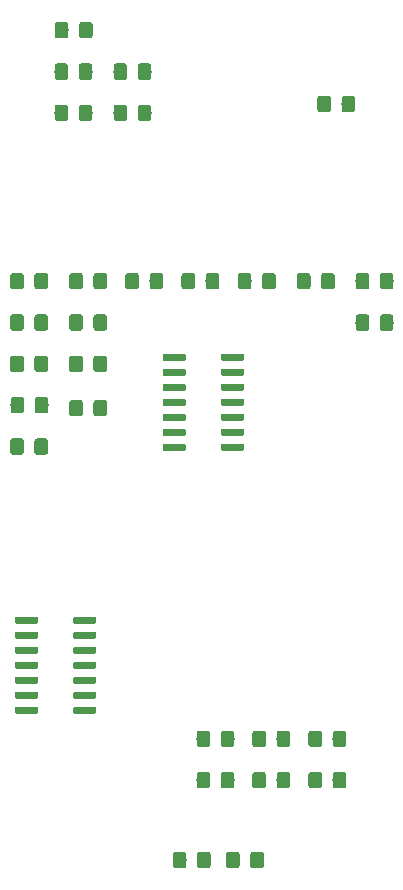
<source format=gtp>
G04 #@! TF.GenerationSoftware,KiCad,Pcbnew,(5.0.2)-1*
G04 #@! TF.CreationDate,2019-04-05T22:24:37+02:00*
G04 #@! TF.ProjectId,Corona_mainBoard,436f726f-6e61-45f6-9d61-696e426f6172,1*
G04 #@! TF.SameCoordinates,Original*
G04 #@! TF.FileFunction,Paste,Top*
G04 #@! TF.FilePolarity,Positive*
%FSLAX46Y46*%
G04 Gerber Fmt 4.6, Leading zero omitted, Abs format (unit mm)*
G04 Created by KiCad (PCBNEW (5.0.2)-1) date 5-4-2019 22:24:37*
%MOMM*%
%LPD*%
G01*
G04 APERTURE LIST*
%ADD10C,0.100000*%
%ADD11C,1.150000*%
%ADD12C,0.600000*%
G04 APERTURE END LIST*
D10*
G04 #@! TO.C,R10*
G36*
X5624505Y-51051204D02*
X5648773Y-51054804D01*
X5672572Y-51060765D01*
X5695671Y-51069030D01*
X5717850Y-51079520D01*
X5738893Y-51092132D01*
X5758599Y-51106747D01*
X5776777Y-51123223D01*
X5793253Y-51141401D01*
X5807868Y-51161107D01*
X5820480Y-51182150D01*
X5830970Y-51204329D01*
X5839235Y-51227428D01*
X5845196Y-51251227D01*
X5848796Y-51275495D01*
X5850000Y-51299999D01*
X5850000Y-52200001D01*
X5848796Y-52224505D01*
X5845196Y-52248773D01*
X5839235Y-52272572D01*
X5830970Y-52295671D01*
X5820480Y-52317850D01*
X5807868Y-52338893D01*
X5793253Y-52358599D01*
X5776777Y-52376777D01*
X5758599Y-52393253D01*
X5738893Y-52407868D01*
X5717850Y-52420480D01*
X5695671Y-52430970D01*
X5672572Y-52439235D01*
X5648773Y-52445196D01*
X5624505Y-52448796D01*
X5600001Y-52450000D01*
X4949999Y-52450000D01*
X4925495Y-52448796D01*
X4901227Y-52445196D01*
X4877428Y-52439235D01*
X4854329Y-52430970D01*
X4832150Y-52420480D01*
X4811107Y-52407868D01*
X4791401Y-52393253D01*
X4773223Y-52376777D01*
X4756747Y-52358599D01*
X4742132Y-52338893D01*
X4729520Y-52317850D01*
X4719030Y-52295671D01*
X4710765Y-52272572D01*
X4704804Y-52248773D01*
X4701204Y-52224505D01*
X4700000Y-52200001D01*
X4700000Y-51299999D01*
X4701204Y-51275495D01*
X4704804Y-51251227D01*
X4710765Y-51227428D01*
X4719030Y-51204329D01*
X4729520Y-51182150D01*
X4742132Y-51161107D01*
X4756747Y-51141401D01*
X4773223Y-51123223D01*
X4791401Y-51106747D01*
X4811107Y-51092132D01*
X4832150Y-51079520D01*
X4854329Y-51069030D01*
X4877428Y-51060765D01*
X4901227Y-51054804D01*
X4925495Y-51051204D01*
X4949999Y-51050000D01*
X5600001Y-51050000D01*
X5624505Y-51051204D01*
X5624505Y-51051204D01*
G37*
D11*
X5275000Y-51750000D03*
D10*
G36*
X3574505Y-51051204D02*
X3598773Y-51054804D01*
X3622572Y-51060765D01*
X3645671Y-51069030D01*
X3667850Y-51079520D01*
X3688893Y-51092132D01*
X3708599Y-51106747D01*
X3726777Y-51123223D01*
X3743253Y-51141401D01*
X3757868Y-51161107D01*
X3770480Y-51182150D01*
X3780970Y-51204329D01*
X3789235Y-51227428D01*
X3795196Y-51251227D01*
X3798796Y-51275495D01*
X3800000Y-51299999D01*
X3800000Y-52200001D01*
X3798796Y-52224505D01*
X3795196Y-52248773D01*
X3789235Y-52272572D01*
X3780970Y-52295671D01*
X3770480Y-52317850D01*
X3757868Y-52338893D01*
X3743253Y-52358599D01*
X3726777Y-52376777D01*
X3708599Y-52393253D01*
X3688893Y-52407868D01*
X3667850Y-52420480D01*
X3645671Y-52430970D01*
X3622572Y-52439235D01*
X3598773Y-52445196D01*
X3574505Y-52448796D01*
X3550001Y-52450000D01*
X2899999Y-52450000D01*
X2875495Y-52448796D01*
X2851227Y-52445196D01*
X2827428Y-52439235D01*
X2804329Y-52430970D01*
X2782150Y-52420480D01*
X2761107Y-52407868D01*
X2741401Y-52393253D01*
X2723223Y-52376777D01*
X2706747Y-52358599D01*
X2692132Y-52338893D01*
X2679520Y-52317850D01*
X2669030Y-52295671D01*
X2660765Y-52272572D01*
X2654804Y-52248773D01*
X2651204Y-52224505D01*
X2650000Y-52200001D01*
X2650000Y-51299999D01*
X2651204Y-51275495D01*
X2654804Y-51251227D01*
X2660765Y-51227428D01*
X2669030Y-51204329D01*
X2679520Y-51182150D01*
X2692132Y-51161107D01*
X2706747Y-51141401D01*
X2723223Y-51123223D01*
X2741401Y-51106747D01*
X2761107Y-51092132D01*
X2782150Y-51079520D01*
X2804329Y-51069030D01*
X2827428Y-51060765D01*
X2851227Y-51054804D01*
X2875495Y-51051204D01*
X2899999Y-51050000D01*
X3550001Y-51050000D01*
X3574505Y-51051204D01*
X3574505Y-51051204D01*
G37*
D11*
X3225000Y-51750000D03*
G04 #@! TD*
D10*
G04 #@! TO.C,R11*
G36*
X8574505Y-51051204D02*
X8598773Y-51054804D01*
X8622572Y-51060765D01*
X8645671Y-51069030D01*
X8667850Y-51079520D01*
X8688893Y-51092132D01*
X8708599Y-51106747D01*
X8726777Y-51123223D01*
X8743253Y-51141401D01*
X8757868Y-51161107D01*
X8770480Y-51182150D01*
X8780970Y-51204329D01*
X8789235Y-51227428D01*
X8795196Y-51251227D01*
X8798796Y-51275495D01*
X8800000Y-51299999D01*
X8800000Y-52200001D01*
X8798796Y-52224505D01*
X8795196Y-52248773D01*
X8789235Y-52272572D01*
X8780970Y-52295671D01*
X8770480Y-52317850D01*
X8757868Y-52338893D01*
X8743253Y-52358599D01*
X8726777Y-52376777D01*
X8708599Y-52393253D01*
X8688893Y-52407868D01*
X8667850Y-52420480D01*
X8645671Y-52430970D01*
X8622572Y-52439235D01*
X8598773Y-52445196D01*
X8574505Y-52448796D01*
X8550001Y-52450000D01*
X7899999Y-52450000D01*
X7875495Y-52448796D01*
X7851227Y-52445196D01*
X7827428Y-52439235D01*
X7804329Y-52430970D01*
X7782150Y-52420480D01*
X7761107Y-52407868D01*
X7741401Y-52393253D01*
X7723223Y-52376777D01*
X7706747Y-52358599D01*
X7692132Y-52338893D01*
X7679520Y-52317850D01*
X7669030Y-52295671D01*
X7660765Y-52272572D01*
X7654804Y-52248773D01*
X7651204Y-52224505D01*
X7650000Y-52200001D01*
X7650000Y-51299999D01*
X7651204Y-51275495D01*
X7654804Y-51251227D01*
X7660765Y-51227428D01*
X7669030Y-51204329D01*
X7679520Y-51182150D01*
X7692132Y-51161107D01*
X7706747Y-51141401D01*
X7723223Y-51123223D01*
X7741401Y-51106747D01*
X7761107Y-51092132D01*
X7782150Y-51079520D01*
X7804329Y-51069030D01*
X7827428Y-51060765D01*
X7851227Y-51054804D01*
X7875495Y-51051204D01*
X7899999Y-51050000D01*
X8550001Y-51050000D01*
X8574505Y-51051204D01*
X8574505Y-51051204D01*
G37*
D11*
X8225000Y-51750000D03*
D10*
G36*
X10624505Y-51051204D02*
X10648773Y-51054804D01*
X10672572Y-51060765D01*
X10695671Y-51069030D01*
X10717850Y-51079520D01*
X10738893Y-51092132D01*
X10758599Y-51106747D01*
X10776777Y-51123223D01*
X10793253Y-51141401D01*
X10807868Y-51161107D01*
X10820480Y-51182150D01*
X10830970Y-51204329D01*
X10839235Y-51227428D01*
X10845196Y-51251227D01*
X10848796Y-51275495D01*
X10850000Y-51299999D01*
X10850000Y-52200001D01*
X10848796Y-52224505D01*
X10845196Y-52248773D01*
X10839235Y-52272572D01*
X10830970Y-52295671D01*
X10820480Y-52317850D01*
X10807868Y-52338893D01*
X10793253Y-52358599D01*
X10776777Y-52376777D01*
X10758599Y-52393253D01*
X10738893Y-52407868D01*
X10717850Y-52420480D01*
X10695671Y-52430970D01*
X10672572Y-52439235D01*
X10648773Y-52445196D01*
X10624505Y-52448796D01*
X10600001Y-52450000D01*
X9949999Y-52450000D01*
X9925495Y-52448796D01*
X9901227Y-52445196D01*
X9877428Y-52439235D01*
X9854329Y-52430970D01*
X9832150Y-52420480D01*
X9811107Y-52407868D01*
X9791401Y-52393253D01*
X9773223Y-52376777D01*
X9756747Y-52358599D01*
X9742132Y-52338893D01*
X9729520Y-52317850D01*
X9719030Y-52295671D01*
X9710765Y-52272572D01*
X9704804Y-52248773D01*
X9701204Y-52224505D01*
X9700000Y-52200001D01*
X9700000Y-51299999D01*
X9701204Y-51275495D01*
X9704804Y-51251227D01*
X9710765Y-51227428D01*
X9719030Y-51204329D01*
X9729520Y-51182150D01*
X9742132Y-51161107D01*
X9756747Y-51141401D01*
X9773223Y-51123223D01*
X9791401Y-51106747D01*
X9811107Y-51092132D01*
X9832150Y-51079520D01*
X9854329Y-51069030D01*
X9877428Y-51060765D01*
X9901227Y-51054804D01*
X9925495Y-51051204D01*
X9949999Y-51050000D01*
X10600001Y-51050000D01*
X10624505Y-51051204D01*
X10624505Y-51051204D01*
G37*
D11*
X10275000Y-51750000D03*
G04 #@! TD*
D10*
G04 #@! TO.C,R12*
G36*
X3599505Y-54551204D02*
X3623773Y-54554804D01*
X3647572Y-54560765D01*
X3670671Y-54569030D01*
X3692850Y-54579520D01*
X3713893Y-54592132D01*
X3733599Y-54606747D01*
X3751777Y-54623223D01*
X3768253Y-54641401D01*
X3782868Y-54661107D01*
X3795480Y-54682150D01*
X3805970Y-54704329D01*
X3814235Y-54727428D01*
X3820196Y-54751227D01*
X3823796Y-54775495D01*
X3825000Y-54799999D01*
X3825000Y-55700001D01*
X3823796Y-55724505D01*
X3820196Y-55748773D01*
X3814235Y-55772572D01*
X3805970Y-55795671D01*
X3795480Y-55817850D01*
X3782868Y-55838893D01*
X3768253Y-55858599D01*
X3751777Y-55876777D01*
X3733599Y-55893253D01*
X3713893Y-55907868D01*
X3692850Y-55920480D01*
X3670671Y-55930970D01*
X3647572Y-55939235D01*
X3623773Y-55945196D01*
X3599505Y-55948796D01*
X3575001Y-55950000D01*
X2924999Y-55950000D01*
X2900495Y-55948796D01*
X2876227Y-55945196D01*
X2852428Y-55939235D01*
X2829329Y-55930970D01*
X2807150Y-55920480D01*
X2786107Y-55907868D01*
X2766401Y-55893253D01*
X2748223Y-55876777D01*
X2731747Y-55858599D01*
X2717132Y-55838893D01*
X2704520Y-55817850D01*
X2694030Y-55795671D01*
X2685765Y-55772572D01*
X2679804Y-55748773D01*
X2676204Y-55724505D01*
X2675000Y-55700001D01*
X2675000Y-54799999D01*
X2676204Y-54775495D01*
X2679804Y-54751227D01*
X2685765Y-54727428D01*
X2694030Y-54704329D01*
X2704520Y-54682150D01*
X2717132Y-54661107D01*
X2731747Y-54641401D01*
X2748223Y-54623223D01*
X2766401Y-54606747D01*
X2786107Y-54592132D01*
X2807150Y-54579520D01*
X2829329Y-54569030D01*
X2852428Y-54560765D01*
X2876227Y-54554804D01*
X2900495Y-54551204D01*
X2924999Y-54550000D01*
X3575001Y-54550000D01*
X3599505Y-54551204D01*
X3599505Y-54551204D01*
G37*
D11*
X3250000Y-55250000D03*
D10*
G36*
X5649505Y-54551204D02*
X5673773Y-54554804D01*
X5697572Y-54560765D01*
X5720671Y-54569030D01*
X5742850Y-54579520D01*
X5763893Y-54592132D01*
X5783599Y-54606747D01*
X5801777Y-54623223D01*
X5818253Y-54641401D01*
X5832868Y-54661107D01*
X5845480Y-54682150D01*
X5855970Y-54704329D01*
X5864235Y-54727428D01*
X5870196Y-54751227D01*
X5873796Y-54775495D01*
X5875000Y-54799999D01*
X5875000Y-55700001D01*
X5873796Y-55724505D01*
X5870196Y-55748773D01*
X5864235Y-55772572D01*
X5855970Y-55795671D01*
X5845480Y-55817850D01*
X5832868Y-55838893D01*
X5818253Y-55858599D01*
X5801777Y-55876777D01*
X5783599Y-55893253D01*
X5763893Y-55907868D01*
X5742850Y-55920480D01*
X5720671Y-55930970D01*
X5697572Y-55939235D01*
X5673773Y-55945196D01*
X5649505Y-55948796D01*
X5625001Y-55950000D01*
X4974999Y-55950000D01*
X4950495Y-55948796D01*
X4926227Y-55945196D01*
X4902428Y-55939235D01*
X4879329Y-55930970D01*
X4857150Y-55920480D01*
X4836107Y-55907868D01*
X4816401Y-55893253D01*
X4798223Y-55876777D01*
X4781747Y-55858599D01*
X4767132Y-55838893D01*
X4754520Y-55817850D01*
X4744030Y-55795671D01*
X4735765Y-55772572D01*
X4729804Y-55748773D01*
X4726204Y-55724505D01*
X4725000Y-55700001D01*
X4725000Y-54799999D01*
X4726204Y-54775495D01*
X4729804Y-54751227D01*
X4735765Y-54727428D01*
X4744030Y-54704329D01*
X4754520Y-54682150D01*
X4767132Y-54661107D01*
X4781747Y-54641401D01*
X4798223Y-54623223D01*
X4816401Y-54606747D01*
X4836107Y-54592132D01*
X4857150Y-54579520D01*
X4879329Y-54569030D01*
X4902428Y-54560765D01*
X4926227Y-54554804D01*
X4950495Y-54551204D01*
X4974999Y-54550000D01*
X5625001Y-54550000D01*
X5649505Y-54551204D01*
X5649505Y-54551204D01*
G37*
D11*
X5300000Y-55250000D03*
G04 #@! TD*
D10*
G04 #@! TO.C,R13*
G36*
X8574505Y-54801204D02*
X8598773Y-54804804D01*
X8622572Y-54810765D01*
X8645671Y-54819030D01*
X8667850Y-54829520D01*
X8688893Y-54842132D01*
X8708599Y-54856747D01*
X8726777Y-54873223D01*
X8743253Y-54891401D01*
X8757868Y-54911107D01*
X8770480Y-54932150D01*
X8780970Y-54954329D01*
X8789235Y-54977428D01*
X8795196Y-55001227D01*
X8798796Y-55025495D01*
X8800000Y-55049999D01*
X8800000Y-55950001D01*
X8798796Y-55974505D01*
X8795196Y-55998773D01*
X8789235Y-56022572D01*
X8780970Y-56045671D01*
X8770480Y-56067850D01*
X8757868Y-56088893D01*
X8743253Y-56108599D01*
X8726777Y-56126777D01*
X8708599Y-56143253D01*
X8688893Y-56157868D01*
X8667850Y-56170480D01*
X8645671Y-56180970D01*
X8622572Y-56189235D01*
X8598773Y-56195196D01*
X8574505Y-56198796D01*
X8550001Y-56200000D01*
X7899999Y-56200000D01*
X7875495Y-56198796D01*
X7851227Y-56195196D01*
X7827428Y-56189235D01*
X7804329Y-56180970D01*
X7782150Y-56170480D01*
X7761107Y-56157868D01*
X7741401Y-56143253D01*
X7723223Y-56126777D01*
X7706747Y-56108599D01*
X7692132Y-56088893D01*
X7679520Y-56067850D01*
X7669030Y-56045671D01*
X7660765Y-56022572D01*
X7654804Y-55998773D01*
X7651204Y-55974505D01*
X7650000Y-55950001D01*
X7650000Y-55049999D01*
X7651204Y-55025495D01*
X7654804Y-55001227D01*
X7660765Y-54977428D01*
X7669030Y-54954329D01*
X7679520Y-54932150D01*
X7692132Y-54911107D01*
X7706747Y-54891401D01*
X7723223Y-54873223D01*
X7741401Y-54856747D01*
X7761107Y-54842132D01*
X7782150Y-54829520D01*
X7804329Y-54819030D01*
X7827428Y-54810765D01*
X7851227Y-54804804D01*
X7875495Y-54801204D01*
X7899999Y-54800000D01*
X8550001Y-54800000D01*
X8574505Y-54801204D01*
X8574505Y-54801204D01*
G37*
D11*
X8225000Y-55500000D03*
D10*
G36*
X10624505Y-54801204D02*
X10648773Y-54804804D01*
X10672572Y-54810765D01*
X10695671Y-54819030D01*
X10717850Y-54829520D01*
X10738893Y-54842132D01*
X10758599Y-54856747D01*
X10776777Y-54873223D01*
X10793253Y-54891401D01*
X10807868Y-54911107D01*
X10820480Y-54932150D01*
X10830970Y-54954329D01*
X10839235Y-54977428D01*
X10845196Y-55001227D01*
X10848796Y-55025495D01*
X10850000Y-55049999D01*
X10850000Y-55950001D01*
X10848796Y-55974505D01*
X10845196Y-55998773D01*
X10839235Y-56022572D01*
X10830970Y-56045671D01*
X10820480Y-56067850D01*
X10807868Y-56088893D01*
X10793253Y-56108599D01*
X10776777Y-56126777D01*
X10758599Y-56143253D01*
X10738893Y-56157868D01*
X10717850Y-56170480D01*
X10695671Y-56180970D01*
X10672572Y-56189235D01*
X10648773Y-56195196D01*
X10624505Y-56198796D01*
X10600001Y-56200000D01*
X9949999Y-56200000D01*
X9925495Y-56198796D01*
X9901227Y-56195196D01*
X9877428Y-56189235D01*
X9854329Y-56180970D01*
X9832150Y-56170480D01*
X9811107Y-56157868D01*
X9791401Y-56143253D01*
X9773223Y-56126777D01*
X9756747Y-56108599D01*
X9742132Y-56088893D01*
X9729520Y-56067850D01*
X9719030Y-56045671D01*
X9710765Y-56022572D01*
X9704804Y-55998773D01*
X9701204Y-55974505D01*
X9700000Y-55950001D01*
X9700000Y-55049999D01*
X9701204Y-55025495D01*
X9704804Y-55001227D01*
X9710765Y-54977428D01*
X9719030Y-54954329D01*
X9729520Y-54932150D01*
X9742132Y-54911107D01*
X9756747Y-54891401D01*
X9773223Y-54873223D01*
X9791401Y-54856747D01*
X9811107Y-54842132D01*
X9832150Y-54829520D01*
X9854329Y-54819030D01*
X9877428Y-54810765D01*
X9901227Y-54804804D01*
X9925495Y-54801204D01*
X9949999Y-54800000D01*
X10600001Y-54800000D01*
X10624505Y-54801204D01*
X10624505Y-54801204D01*
G37*
D11*
X10275000Y-55500000D03*
G04 #@! TD*
D10*
G04 #@! TO.C,R15*
G36*
X5624505Y-44051204D02*
X5648773Y-44054804D01*
X5672572Y-44060765D01*
X5695671Y-44069030D01*
X5717850Y-44079520D01*
X5738893Y-44092132D01*
X5758599Y-44106747D01*
X5776777Y-44123223D01*
X5793253Y-44141401D01*
X5807868Y-44161107D01*
X5820480Y-44182150D01*
X5830970Y-44204329D01*
X5839235Y-44227428D01*
X5845196Y-44251227D01*
X5848796Y-44275495D01*
X5850000Y-44299999D01*
X5850000Y-45200001D01*
X5848796Y-45224505D01*
X5845196Y-45248773D01*
X5839235Y-45272572D01*
X5830970Y-45295671D01*
X5820480Y-45317850D01*
X5807868Y-45338893D01*
X5793253Y-45358599D01*
X5776777Y-45376777D01*
X5758599Y-45393253D01*
X5738893Y-45407868D01*
X5717850Y-45420480D01*
X5695671Y-45430970D01*
X5672572Y-45439235D01*
X5648773Y-45445196D01*
X5624505Y-45448796D01*
X5600001Y-45450000D01*
X4949999Y-45450000D01*
X4925495Y-45448796D01*
X4901227Y-45445196D01*
X4877428Y-45439235D01*
X4854329Y-45430970D01*
X4832150Y-45420480D01*
X4811107Y-45407868D01*
X4791401Y-45393253D01*
X4773223Y-45376777D01*
X4756747Y-45358599D01*
X4742132Y-45338893D01*
X4729520Y-45317850D01*
X4719030Y-45295671D01*
X4710765Y-45272572D01*
X4704804Y-45248773D01*
X4701204Y-45224505D01*
X4700000Y-45200001D01*
X4700000Y-44299999D01*
X4701204Y-44275495D01*
X4704804Y-44251227D01*
X4710765Y-44227428D01*
X4719030Y-44204329D01*
X4729520Y-44182150D01*
X4742132Y-44161107D01*
X4756747Y-44141401D01*
X4773223Y-44123223D01*
X4791401Y-44106747D01*
X4811107Y-44092132D01*
X4832150Y-44079520D01*
X4854329Y-44069030D01*
X4877428Y-44060765D01*
X4901227Y-44054804D01*
X4925495Y-44051204D01*
X4949999Y-44050000D01*
X5600001Y-44050000D01*
X5624505Y-44051204D01*
X5624505Y-44051204D01*
G37*
D11*
X5275000Y-44750000D03*
D10*
G36*
X3574505Y-44051204D02*
X3598773Y-44054804D01*
X3622572Y-44060765D01*
X3645671Y-44069030D01*
X3667850Y-44079520D01*
X3688893Y-44092132D01*
X3708599Y-44106747D01*
X3726777Y-44123223D01*
X3743253Y-44141401D01*
X3757868Y-44161107D01*
X3770480Y-44182150D01*
X3780970Y-44204329D01*
X3789235Y-44227428D01*
X3795196Y-44251227D01*
X3798796Y-44275495D01*
X3800000Y-44299999D01*
X3800000Y-45200001D01*
X3798796Y-45224505D01*
X3795196Y-45248773D01*
X3789235Y-45272572D01*
X3780970Y-45295671D01*
X3770480Y-45317850D01*
X3757868Y-45338893D01*
X3743253Y-45358599D01*
X3726777Y-45376777D01*
X3708599Y-45393253D01*
X3688893Y-45407868D01*
X3667850Y-45420480D01*
X3645671Y-45430970D01*
X3622572Y-45439235D01*
X3598773Y-45445196D01*
X3574505Y-45448796D01*
X3550001Y-45450000D01*
X2899999Y-45450000D01*
X2875495Y-45448796D01*
X2851227Y-45445196D01*
X2827428Y-45439235D01*
X2804329Y-45430970D01*
X2782150Y-45420480D01*
X2761107Y-45407868D01*
X2741401Y-45393253D01*
X2723223Y-45376777D01*
X2706747Y-45358599D01*
X2692132Y-45338893D01*
X2679520Y-45317850D01*
X2669030Y-45295671D01*
X2660765Y-45272572D01*
X2654804Y-45248773D01*
X2651204Y-45224505D01*
X2650000Y-45200001D01*
X2650000Y-44299999D01*
X2651204Y-44275495D01*
X2654804Y-44251227D01*
X2660765Y-44227428D01*
X2669030Y-44204329D01*
X2679520Y-44182150D01*
X2692132Y-44161107D01*
X2706747Y-44141401D01*
X2723223Y-44123223D01*
X2741401Y-44106747D01*
X2761107Y-44092132D01*
X2782150Y-44079520D01*
X2804329Y-44069030D01*
X2827428Y-44060765D01*
X2851227Y-44054804D01*
X2875495Y-44051204D01*
X2899999Y-44050000D01*
X3550001Y-44050000D01*
X3574505Y-44051204D01*
X3574505Y-44051204D01*
G37*
D11*
X3225000Y-44750000D03*
G04 #@! TD*
D10*
G04 #@! TO.C,R16*
G36*
X10624505Y-44051204D02*
X10648773Y-44054804D01*
X10672572Y-44060765D01*
X10695671Y-44069030D01*
X10717850Y-44079520D01*
X10738893Y-44092132D01*
X10758599Y-44106747D01*
X10776777Y-44123223D01*
X10793253Y-44141401D01*
X10807868Y-44161107D01*
X10820480Y-44182150D01*
X10830970Y-44204329D01*
X10839235Y-44227428D01*
X10845196Y-44251227D01*
X10848796Y-44275495D01*
X10850000Y-44299999D01*
X10850000Y-45200001D01*
X10848796Y-45224505D01*
X10845196Y-45248773D01*
X10839235Y-45272572D01*
X10830970Y-45295671D01*
X10820480Y-45317850D01*
X10807868Y-45338893D01*
X10793253Y-45358599D01*
X10776777Y-45376777D01*
X10758599Y-45393253D01*
X10738893Y-45407868D01*
X10717850Y-45420480D01*
X10695671Y-45430970D01*
X10672572Y-45439235D01*
X10648773Y-45445196D01*
X10624505Y-45448796D01*
X10600001Y-45450000D01*
X9949999Y-45450000D01*
X9925495Y-45448796D01*
X9901227Y-45445196D01*
X9877428Y-45439235D01*
X9854329Y-45430970D01*
X9832150Y-45420480D01*
X9811107Y-45407868D01*
X9791401Y-45393253D01*
X9773223Y-45376777D01*
X9756747Y-45358599D01*
X9742132Y-45338893D01*
X9729520Y-45317850D01*
X9719030Y-45295671D01*
X9710765Y-45272572D01*
X9704804Y-45248773D01*
X9701204Y-45224505D01*
X9700000Y-45200001D01*
X9700000Y-44299999D01*
X9701204Y-44275495D01*
X9704804Y-44251227D01*
X9710765Y-44227428D01*
X9719030Y-44204329D01*
X9729520Y-44182150D01*
X9742132Y-44161107D01*
X9756747Y-44141401D01*
X9773223Y-44123223D01*
X9791401Y-44106747D01*
X9811107Y-44092132D01*
X9832150Y-44079520D01*
X9854329Y-44069030D01*
X9877428Y-44060765D01*
X9901227Y-44054804D01*
X9925495Y-44051204D01*
X9949999Y-44050000D01*
X10600001Y-44050000D01*
X10624505Y-44051204D01*
X10624505Y-44051204D01*
G37*
D11*
X10275000Y-44750000D03*
D10*
G36*
X8574505Y-44051204D02*
X8598773Y-44054804D01*
X8622572Y-44060765D01*
X8645671Y-44069030D01*
X8667850Y-44079520D01*
X8688893Y-44092132D01*
X8708599Y-44106747D01*
X8726777Y-44123223D01*
X8743253Y-44141401D01*
X8757868Y-44161107D01*
X8770480Y-44182150D01*
X8780970Y-44204329D01*
X8789235Y-44227428D01*
X8795196Y-44251227D01*
X8798796Y-44275495D01*
X8800000Y-44299999D01*
X8800000Y-45200001D01*
X8798796Y-45224505D01*
X8795196Y-45248773D01*
X8789235Y-45272572D01*
X8780970Y-45295671D01*
X8770480Y-45317850D01*
X8757868Y-45338893D01*
X8743253Y-45358599D01*
X8726777Y-45376777D01*
X8708599Y-45393253D01*
X8688893Y-45407868D01*
X8667850Y-45420480D01*
X8645671Y-45430970D01*
X8622572Y-45439235D01*
X8598773Y-45445196D01*
X8574505Y-45448796D01*
X8550001Y-45450000D01*
X7899999Y-45450000D01*
X7875495Y-45448796D01*
X7851227Y-45445196D01*
X7827428Y-45439235D01*
X7804329Y-45430970D01*
X7782150Y-45420480D01*
X7761107Y-45407868D01*
X7741401Y-45393253D01*
X7723223Y-45376777D01*
X7706747Y-45358599D01*
X7692132Y-45338893D01*
X7679520Y-45317850D01*
X7669030Y-45295671D01*
X7660765Y-45272572D01*
X7654804Y-45248773D01*
X7651204Y-45224505D01*
X7650000Y-45200001D01*
X7650000Y-44299999D01*
X7651204Y-44275495D01*
X7654804Y-44251227D01*
X7660765Y-44227428D01*
X7669030Y-44204329D01*
X7679520Y-44182150D01*
X7692132Y-44161107D01*
X7706747Y-44141401D01*
X7723223Y-44123223D01*
X7741401Y-44106747D01*
X7761107Y-44092132D01*
X7782150Y-44079520D01*
X7804329Y-44069030D01*
X7827428Y-44060765D01*
X7851227Y-44054804D01*
X7875495Y-44051204D01*
X7899999Y-44050000D01*
X8550001Y-44050000D01*
X8574505Y-44051204D01*
X8574505Y-44051204D01*
G37*
D11*
X8225000Y-44750000D03*
G04 #@! TD*
D10*
G04 #@! TO.C,R17*
G36*
X15374505Y-44051204D02*
X15398773Y-44054804D01*
X15422572Y-44060765D01*
X15445671Y-44069030D01*
X15467850Y-44079520D01*
X15488893Y-44092132D01*
X15508599Y-44106747D01*
X15526777Y-44123223D01*
X15543253Y-44141401D01*
X15557868Y-44161107D01*
X15570480Y-44182150D01*
X15580970Y-44204329D01*
X15589235Y-44227428D01*
X15595196Y-44251227D01*
X15598796Y-44275495D01*
X15600000Y-44299999D01*
X15600000Y-45200001D01*
X15598796Y-45224505D01*
X15595196Y-45248773D01*
X15589235Y-45272572D01*
X15580970Y-45295671D01*
X15570480Y-45317850D01*
X15557868Y-45338893D01*
X15543253Y-45358599D01*
X15526777Y-45376777D01*
X15508599Y-45393253D01*
X15488893Y-45407868D01*
X15467850Y-45420480D01*
X15445671Y-45430970D01*
X15422572Y-45439235D01*
X15398773Y-45445196D01*
X15374505Y-45448796D01*
X15350001Y-45450000D01*
X14699999Y-45450000D01*
X14675495Y-45448796D01*
X14651227Y-45445196D01*
X14627428Y-45439235D01*
X14604329Y-45430970D01*
X14582150Y-45420480D01*
X14561107Y-45407868D01*
X14541401Y-45393253D01*
X14523223Y-45376777D01*
X14506747Y-45358599D01*
X14492132Y-45338893D01*
X14479520Y-45317850D01*
X14469030Y-45295671D01*
X14460765Y-45272572D01*
X14454804Y-45248773D01*
X14451204Y-45224505D01*
X14450000Y-45200001D01*
X14450000Y-44299999D01*
X14451204Y-44275495D01*
X14454804Y-44251227D01*
X14460765Y-44227428D01*
X14469030Y-44204329D01*
X14479520Y-44182150D01*
X14492132Y-44161107D01*
X14506747Y-44141401D01*
X14523223Y-44123223D01*
X14541401Y-44106747D01*
X14561107Y-44092132D01*
X14582150Y-44079520D01*
X14604329Y-44069030D01*
X14627428Y-44060765D01*
X14651227Y-44054804D01*
X14675495Y-44051204D01*
X14699999Y-44050000D01*
X15350001Y-44050000D01*
X15374505Y-44051204D01*
X15374505Y-44051204D01*
G37*
D11*
X15025000Y-44750000D03*
D10*
G36*
X13324505Y-44051204D02*
X13348773Y-44054804D01*
X13372572Y-44060765D01*
X13395671Y-44069030D01*
X13417850Y-44079520D01*
X13438893Y-44092132D01*
X13458599Y-44106747D01*
X13476777Y-44123223D01*
X13493253Y-44141401D01*
X13507868Y-44161107D01*
X13520480Y-44182150D01*
X13530970Y-44204329D01*
X13539235Y-44227428D01*
X13545196Y-44251227D01*
X13548796Y-44275495D01*
X13550000Y-44299999D01*
X13550000Y-45200001D01*
X13548796Y-45224505D01*
X13545196Y-45248773D01*
X13539235Y-45272572D01*
X13530970Y-45295671D01*
X13520480Y-45317850D01*
X13507868Y-45338893D01*
X13493253Y-45358599D01*
X13476777Y-45376777D01*
X13458599Y-45393253D01*
X13438893Y-45407868D01*
X13417850Y-45420480D01*
X13395671Y-45430970D01*
X13372572Y-45439235D01*
X13348773Y-45445196D01*
X13324505Y-45448796D01*
X13300001Y-45450000D01*
X12649999Y-45450000D01*
X12625495Y-45448796D01*
X12601227Y-45445196D01*
X12577428Y-45439235D01*
X12554329Y-45430970D01*
X12532150Y-45420480D01*
X12511107Y-45407868D01*
X12491401Y-45393253D01*
X12473223Y-45376777D01*
X12456747Y-45358599D01*
X12442132Y-45338893D01*
X12429520Y-45317850D01*
X12419030Y-45295671D01*
X12410765Y-45272572D01*
X12404804Y-45248773D01*
X12401204Y-45224505D01*
X12400000Y-45200001D01*
X12400000Y-44299999D01*
X12401204Y-44275495D01*
X12404804Y-44251227D01*
X12410765Y-44227428D01*
X12419030Y-44204329D01*
X12429520Y-44182150D01*
X12442132Y-44161107D01*
X12456747Y-44141401D01*
X12473223Y-44123223D01*
X12491401Y-44106747D01*
X12511107Y-44092132D01*
X12532150Y-44079520D01*
X12554329Y-44069030D01*
X12577428Y-44060765D01*
X12601227Y-44054804D01*
X12625495Y-44051204D01*
X12649999Y-44050000D01*
X13300001Y-44050000D01*
X13324505Y-44051204D01*
X13324505Y-44051204D01*
G37*
D11*
X12975000Y-44750000D03*
G04 #@! TD*
D10*
G04 #@! TO.C,R18*
G36*
X3574505Y-47551204D02*
X3598773Y-47554804D01*
X3622572Y-47560765D01*
X3645671Y-47569030D01*
X3667850Y-47579520D01*
X3688893Y-47592132D01*
X3708599Y-47606747D01*
X3726777Y-47623223D01*
X3743253Y-47641401D01*
X3757868Y-47661107D01*
X3770480Y-47682150D01*
X3780970Y-47704329D01*
X3789235Y-47727428D01*
X3795196Y-47751227D01*
X3798796Y-47775495D01*
X3800000Y-47799999D01*
X3800000Y-48700001D01*
X3798796Y-48724505D01*
X3795196Y-48748773D01*
X3789235Y-48772572D01*
X3780970Y-48795671D01*
X3770480Y-48817850D01*
X3757868Y-48838893D01*
X3743253Y-48858599D01*
X3726777Y-48876777D01*
X3708599Y-48893253D01*
X3688893Y-48907868D01*
X3667850Y-48920480D01*
X3645671Y-48930970D01*
X3622572Y-48939235D01*
X3598773Y-48945196D01*
X3574505Y-48948796D01*
X3550001Y-48950000D01*
X2899999Y-48950000D01*
X2875495Y-48948796D01*
X2851227Y-48945196D01*
X2827428Y-48939235D01*
X2804329Y-48930970D01*
X2782150Y-48920480D01*
X2761107Y-48907868D01*
X2741401Y-48893253D01*
X2723223Y-48876777D01*
X2706747Y-48858599D01*
X2692132Y-48838893D01*
X2679520Y-48817850D01*
X2669030Y-48795671D01*
X2660765Y-48772572D01*
X2654804Y-48748773D01*
X2651204Y-48724505D01*
X2650000Y-48700001D01*
X2650000Y-47799999D01*
X2651204Y-47775495D01*
X2654804Y-47751227D01*
X2660765Y-47727428D01*
X2669030Y-47704329D01*
X2679520Y-47682150D01*
X2692132Y-47661107D01*
X2706747Y-47641401D01*
X2723223Y-47623223D01*
X2741401Y-47606747D01*
X2761107Y-47592132D01*
X2782150Y-47579520D01*
X2804329Y-47569030D01*
X2827428Y-47560765D01*
X2851227Y-47554804D01*
X2875495Y-47551204D01*
X2899999Y-47550000D01*
X3550001Y-47550000D01*
X3574505Y-47551204D01*
X3574505Y-47551204D01*
G37*
D11*
X3225000Y-48250000D03*
D10*
G36*
X5624505Y-47551204D02*
X5648773Y-47554804D01*
X5672572Y-47560765D01*
X5695671Y-47569030D01*
X5717850Y-47579520D01*
X5738893Y-47592132D01*
X5758599Y-47606747D01*
X5776777Y-47623223D01*
X5793253Y-47641401D01*
X5807868Y-47661107D01*
X5820480Y-47682150D01*
X5830970Y-47704329D01*
X5839235Y-47727428D01*
X5845196Y-47751227D01*
X5848796Y-47775495D01*
X5850000Y-47799999D01*
X5850000Y-48700001D01*
X5848796Y-48724505D01*
X5845196Y-48748773D01*
X5839235Y-48772572D01*
X5830970Y-48795671D01*
X5820480Y-48817850D01*
X5807868Y-48838893D01*
X5793253Y-48858599D01*
X5776777Y-48876777D01*
X5758599Y-48893253D01*
X5738893Y-48907868D01*
X5717850Y-48920480D01*
X5695671Y-48930970D01*
X5672572Y-48939235D01*
X5648773Y-48945196D01*
X5624505Y-48948796D01*
X5600001Y-48950000D01*
X4949999Y-48950000D01*
X4925495Y-48948796D01*
X4901227Y-48945196D01*
X4877428Y-48939235D01*
X4854329Y-48930970D01*
X4832150Y-48920480D01*
X4811107Y-48907868D01*
X4791401Y-48893253D01*
X4773223Y-48876777D01*
X4756747Y-48858599D01*
X4742132Y-48838893D01*
X4729520Y-48817850D01*
X4719030Y-48795671D01*
X4710765Y-48772572D01*
X4704804Y-48748773D01*
X4701204Y-48724505D01*
X4700000Y-48700001D01*
X4700000Y-47799999D01*
X4701204Y-47775495D01*
X4704804Y-47751227D01*
X4710765Y-47727428D01*
X4719030Y-47704329D01*
X4729520Y-47682150D01*
X4742132Y-47661107D01*
X4756747Y-47641401D01*
X4773223Y-47623223D01*
X4791401Y-47606747D01*
X4811107Y-47592132D01*
X4832150Y-47579520D01*
X4854329Y-47569030D01*
X4877428Y-47560765D01*
X4901227Y-47554804D01*
X4925495Y-47551204D01*
X4949999Y-47550000D01*
X5600001Y-47550000D01*
X5624505Y-47551204D01*
X5624505Y-47551204D01*
G37*
D11*
X5275000Y-48250000D03*
G04 #@! TD*
D10*
G04 #@! TO.C,R19*
G36*
X10624505Y-47551204D02*
X10648773Y-47554804D01*
X10672572Y-47560765D01*
X10695671Y-47569030D01*
X10717850Y-47579520D01*
X10738893Y-47592132D01*
X10758599Y-47606747D01*
X10776777Y-47623223D01*
X10793253Y-47641401D01*
X10807868Y-47661107D01*
X10820480Y-47682150D01*
X10830970Y-47704329D01*
X10839235Y-47727428D01*
X10845196Y-47751227D01*
X10848796Y-47775495D01*
X10850000Y-47799999D01*
X10850000Y-48700001D01*
X10848796Y-48724505D01*
X10845196Y-48748773D01*
X10839235Y-48772572D01*
X10830970Y-48795671D01*
X10820480Y-48817850D01*
X10807868Y-48838893D01*
X10793253Y-48858599D01*
X10776777Y-48876777D01*
X10758599Y-48893253D01*
X10738893Y-48907868D01*
X10717850Y-48920480D01*
X10695671Y-48930970D01*
X10672572Y-48939235D01*
X10648773Y-48945196D01*
X10624505Y-48948796D01*
X10600001Y-48950000D01*
X9949999Y-48950000D01*
X9925495Y-48948796D01*
X9901227Y-48945196D01*
X9877428Y-48939235D01*
X9854329Y-48930970D01*
X9832150Y-48920480D01*
X9811107Y-48907868D01*
X9791401Y-48893253D01*
X9773223Y-48876777D01*
X9756747Y-48858599D01*
X9742132Y-48838893D01*
X9729520Y-48817850D01*
X9719030Y-48795671D01*
X9710765Y-48772572D01*
X9704804Y-48748773D01*
X9701204Y-48724505D01*
X9700000Y-48700001D01*
X9700000Y-47799999D01*
X9701204Y-47775495D01*
X9704804Y-47751227D01*
X9710765Y-47727428D01*
X9719030Y-47704329D01*
X9729520Y-47682150D01*
X9742132Y-47661107D01*
X9756747Y-47641401D01*
X9773223Y-47623223D01*
X9791401Y-47606747D01*
X9811107Y-47592132D01*
X9832150Y-47579520D01*
X9854329Y-47569030D01*
X9877428Y-47560765D01*
X9901227Y-47554804D01*
X9925495Y-47551204D01*
X9949999Y-47550000D01*
X10600001Y-47550000D01*
X10624505Y-47551204D01*
X10624505Y-47551204D01*
G37*
D11*
X10275000Y-48250000D03*
D10*
G36*
X8574505Y-47551204D02*
X8598773Y-47554804D01*
X8622572Y-47560765D01*
X8645671Y-47569030D01*
X8667850Y-47579520D01*
X8688893Y-47592132D01*
X8708599Y-47606747D01*
X8726777Y-47623223D01*
X8743253Y-47641401D01*
X8757868Y-47661107D01*
X8770480Y-47682150D01*
X8780970Y-47704329D01*
X8789235Y-47727428D01*
X8795196Y-47751227D01*
X8798796Y-47775495D01*
X8800000Y-47799999D01*
X8800000Y-48700001D01*
X8798796Y-48724505D01*
X8795196Y-48748773D01*
X8789235Y-48772572D01*
X8780970Y-48795671D01*
X8770480Y-48817850D01*
X8757868Y-48838893D01*
X8743253Y-48858599D01*
X8726777Y-48876777D01*
X8708599Y-48893253D01*
X8688893Y-48907868D01*
X8667850Y-48920480D01*
X8645671Y-48930970D01*
X8622572Y-48939235D01*
X8598773Y-48945196D01*
X8574505Y-48948796D01*
X8550001Y-48950000D01*
X7899999Y-48950000D01*
X7875495Y-48948796D01*
X7851227Y-48945196D01*
X7827428Y-48939235D01*
X7804329Y-48930970D01*
X7782150Y-48920480D01*
X7761107Y-48907868D01*
X7741401Y-48893253D01*
X7723223Y-48876777D01*
X7706747Y-48858599D01*
X7692132Y-48838893D01*
X7679520Y-48817850D01*
X7669030Y-48795671D01*
X7660765Y-48772572D01*
X7654804Y-48748773D01*
X7651204Y-48724505D01*
X7650000Y-48700001D01*
X7650000Y-47799999D01*
X7651204Y-47775495D01*
X7654804Y-47751227D01*
X7660765Y-47727428D01*
X7669030Y-47704329D01*
X7679520Y-47682150D01*
X7692132Y-47661107D01*
X7706747Y-47641401D01*
X7723223Y-47623223D01*
X7741401Y-47606747D01*
X7761107Y-47592132D01*
X7782150Y-47579520D01*
X7804329Y-47569030D01*
X7827428Y-47560765D01*
X7851227Y-47554804D01*
X7875495Y-47551204D01*
X7899999Y-47550000D01*
X8550001Y-47550000D01*
X8574505Y-47551204D01*
X8574505Y-47551204D01*
G37*
D11*
X8225000Y-48250000D03*
G04 #@! TD*
D10*
G04 #@! TO.C,R30*
G36*
X9399505Y-22801204D02*
X9423773Y-22804804D01*
X9447572Y-22810765D01*
X9470671Y-22819030D01*
X9492850Y-22829520D01*
X9513893Y-22842132D01*
X9533599Y-22856747D01*
X9551777Y-22873223D01*
X9568253Y-22891401D01*
X9582868Y-22911107D01*
X9595480Y-22932150D01*
X9605970Y-22954329D01*
X9614235Y-22977428D01*
X9620196Y-23001227D01*
X9623796Y-23025495D01*
X9625000Y-23049999D01*
X9625000Y-23950001D01*
X9623796Y-23974505D01*
X9620196Y-23998773D01*
X9614235Y-24022572D01*
X9605970Y-24045671D01*
X9595480Y-24067850D01*
X9582868Y-24088893D01*
X9568253Y-24108599D01*
X9551777Y-24126777D01*
X9533599Y-24143253D01*
X9513893Y-24157868D01*
X9492850Y-24170480D01*
X9470671Y-24180970D01*
X9447572Y-24189235D01*
X9423773Y-24195196D01*
X9399505Y-24198796D01*
X9375001Y-24200000D01*
X8724999Y-24200000D01*
X8700495Y-24198796D01*
X8676227Y-24195196D01*
X8652428Y-24189235D01*
X8629329Y-24180970D01*
X8607150Y-24170480D01*
X8586107Y-24157868D01*
X8566401Y-24143253D01*
X8548223Y-24126777D01*
X8531747Y-24108599D01*
X8517132Y-24088893D01*
X8504520Y-24067850D01*
X8494030Y-24045671D01*
X8485765Y-24022572D01*
X8479804Y-23998773D01*
X8476204Y-23974505D01*
X8475000Y-23950001D01*
X8475000Y-23049999D01*
X8476204Y-23025495D01*
X8479804Y-23001227D01*
X8485765Y-22977428D01*
X8494030Y-22954329D01*
X8504520Y-22932150D01*
X8517132Y-22911107D01*
X8531747Y-22891401D01*
X8548223Y-22873223D01*
X8566401Y-22856747D01*
X8586107Y-22842132D01*
X8607150Y-22829520D01*
X8629329Y-22819030D01*
X8652428Y-22810765D01*
X8676227Y-22804804D01*
X8700495Y-22801204D01*
X8724999Y-22800000D01*
X9375001Y-22800000D01*
X9399505Y-22801204D01*
X9399505Y-22801204D01*
G37*
D11*
X9050000Y-23500000D03*
D10*
G36*
X7349505Y-22801204D02*
X7373773Y-22804804D01*
X7397572Y-22810765D01*
X7420671Y-22819030D01*
X7442850Y-22829520D01*
X7463893Y-22842132D01*
X7483599Y-22856747D01*
X7501777Y-22873223D01*
X7518253Y-22891401D01*
X7532868Y-22911107D01*
X7545480Y-22932150D01*
X7555970Y-22954329D01*
X7564235Y-22977428D01*
X7570196Y-23001227D01*
X7573796Y-23025495D01*
X7575000Y-23049999D01*
X7575000Y-23950001D01*
X7573796Y-23974505D01*
X7570196Y-23998773D01*
X7564235Y-24022572D01*
X7555970Y-24045671D01*
X7545480Y-24067850D01*
X7532868Y-24088893D01*
X7518253Y-24108599D01*
X7501777Y-24126777D01*
X7483599Y-24143253D01*
X7463893Y-24157868D01*
X7442850Y-24170480D01*
X7420671Y-24180970D01*
X7397572Y-24189235D01*
X7373773Y-24195196D01*
X7349505Y-24198796D01*
X7325001Y-24200000D01*
X6674999Y-24200000D01*
X6650495Y-24198796D01*
X6626227Y-24195196D01*
X6602428Y-24189235D01*
X6579329Y-24180970D01*
X6557150Y-24170480D01*
X6536107Y-24157868D01*
X6516401Y-24143253D01*
X6498223Y-24126777D01*
X6481747Y-24108599D01*
X6467132Y-24088893D01*
X6454520Y-24067850D01*
X6444030Y-24045671D01*
X6435765Y-24022572D01*
X6429804Y-23998773D01*
X6426204Y-23974505D01*
X6425000Y-23950001D01*
X6425000Y-23049999D01*
X6426204Y-23025495D01*
X6429804Y-23001227D01*
X6435765Y-22977428D01*
X6444030Y-22954329D01*
X6454520Y-22932150D01*
X6467132Y-22911107D01*
X6481747Y-22891401D01*
X6498223Y-22873223D01*
X6516401Y-22856747D01*
X6536107Y-22842132D01*
X6557150Y-22829520D01*
X6579329Y-22819030D01*
X6602428Y-22810765D01*
X6626227Y-22804804D01*
X6650495Y-22801204D01*
X6674999Y-22800000D01*
X7325001Y-22800000D01*
X7349505Y-22801204D01*
X7349505Y-22801204D01*
G37*
D11*
X7000000Y-23500000D03*
G04 #@! TD*
D10*
G04 #@! TO.C,R31*
G36*
X7324505Y-26301204D02*
X7348773Y-26304804D01*
X7372572Y-26310765D01*
X7395671Y-26319030D01*
X7417850Y-26329520D01*
X7438893Y-26342132D01*
X7458599Y-26356747D01*
X7476777Y-26373223D01*
X7493253Y-26391401D01*
X7507868Y-26411107D01*
X7520480Y-26432150D01*
X7530970Y-26454329D01*
X7539235Y-26477428D01*
X7545196Y-26501227D01*
X7548796Y-26525495D01*
X7550000Y-26549999D01*
X7550000Y-27450001D01*
X7548796Y-27474505D01*
X7545196Y-27498773D01*
X7539235Y-27522572D01*
X7530970Y-27545671D01*
X7520480Y-27567850D01*
X7507868Y-27588893D01*
X7493253Y-27608599D01*
X7476777Y-27626777D01*
X7458599Y-27643253D01*
X7438893Y-27657868D01*
X7417850Y-27670480D01*
X7395671Y-27680970D01*
X7372572Y-27689235D01*
X7348773Y-27695196D01*
X7324505Y-27698796D01*
X7300001Y-27700000D01*
X6649999Y-27700000D01*
X6625495Y-27698796D01*
X6601227Y-27695196D01*
X6577428Y-27689235D01*
X6554329Y-27680970D01*
X6532150Y-27670480D01*
X6511107Y-27657868D01*
X6491401Y-27643253D01*
X6473223Y-27626777D01*
X6456747Y-27608599D01*
X6442132Y-27588893D01*
X6429520Y-27567850D01*
X6419030Y-27545671D01*
X6410765Y-27522572D01*
X6404804Y-27498773D01*
X6401204Y-27474505D01*
X6400000Y-27450001D01*
X6400000Y-26549999D01*
X6401204Y-26525495D01*
X6404804Y-26501227D01*
X6410765Y-26477428D01*
X6419030Y-26454329D01*
X6429520Y-26432150D01*
X6442132Y-26411107D01*
X6456747Y-26391401D01*
X6473223Y-26373223D01*
X6491401Y-26356747D01*
X6511107Y-26342132D01*
X6532150Y-26329520D01*
X6554329Y-26319030D01*
X6577428Y-26310765D01*
X6601227Y-26304804D01*
X6625495Y-26301204D01*
X6649999Y-26300000D01*
X7300001Y-26300000D01*
X7324505Y-26301204D01*
X7324505Y-26301204D01*
G37*
D11*
X6975000Y-27000000D03*
D10*
G36*
X9374505Y-26301204D02*
X9398773Y-26304804D01*
X9422572Y-26310765D01*
X9445671Y-26319030D01*
X9467850Y-26329520D01*
X9488893Y-26342132D01*
X9508599Y-26356747D01*
X9526777Y-26373223D01*
X9543253Y-26391401D01*
X9557868Y-26411107D01*
X9570480Y-26432150D01*
X9580970Y-26454329D01*
X9589235Y-26477428D01*
X9595196Y-26501227D01*
X9598796Y-26525495D01*
X9600000Y-26549999D01*
X9600000Y-27450001D01*
X9598796Y-27474505D01*
X9595196Y-27498773D01*
X9589235Y-27522572D01*
X9580970Y-27545671D01*
X9570480Y-27567850D01*
X9557868Y-27588893D01*
X9543253Y-27608599D01*
X9526777Y-27626777D01*
X9508599Y-27643253D01*
X9488893Y-27657868D01*
X9467850Y-27670480D01*
X9445671Y-27680970D01*
X9422572Y-27689235D01*
X9398773Y-27695196D01*
X9374505Y-27698796D01*
X9350001Y-27700000D01*
X8699999Y-27700000D01*
X8675495Y-27698796D01*
X8651227Y-27695196D01*
X8627428Y-27689235D01*
X8604329Y-27680970D01*
X8582150Y-27670480D01*
X8561107Y-27657868D01*
X8541401Y-27643253D01*
X8523223Y-27626777D01*
X8506747Y-27608599D01*
X8492132Y-27588893D01*
X8479520Y-27567850D01*
X8469030Y-27545671D01*
X8460765Y-27522572D01*
X8454804Y-27498773D01*
X8451204Y-27474505D01*
X8450000Y-27450001D01*
X8450000Y-26549999D01*
X8451204Y-26525495D01*
X8454804Y-26501227D01*
X8460765Y-26477428D01*
X8469030Y-26454329D01*
X8479520Y-26432150D01*
X8492132Y-26411107D01*
X8506747Y-26391401D01*
X8523223Y-26373223D01*
X8541401Y-26356747D01*
X8561107Y-26342132D01*
X8582150Y-26329520D01*
X8604329Y-26319030D01*
X8627428Y-26310765D01*
X8651227Y-26304804D01*
X8675495Y-26301204D01*
X8699999Y-26300000D01*
X9350001Y-26300000D01*
X9374505Y-26301204D01*
X9374505Y-26301204D01*
G37*
D11*
X9025000Y-27000000D03*
G04 #@! TD*
D10*
G04 #@! TO.C,R32*
G36*
X12324505Y-26301204D02*
X12348773Y-26304804D01*
X12372572Y-26310765D01*
X12395671Y-26319030D01*
X12417850Y-26329520D01*
X12438893Y-26342132D01*
X12458599Y-26356747D01*
X12476777Y-26373223D01*
X12493253Y-26391401D01*
X12507868Y-26411107D01*
X12520480Y-26432150D01*
X12530970Y-26454329D01*
X12539235Y-26477428D01*
X12545196Y-26501227D01*
X12548796Y-26525495D01*
X12550000Y-26549999D01*
X12550000Y-27450001D01*
X12548796Y-27474505D01*
X12545196Y-27498773D01*
X12539235Y-27522572D01*
X12530970Y-27545671D01*
X12520480Y-27567850D01*
X12507868Y-27588893D01*
X12493253Y-27608599D01*
X12476777Y-27626777D01*
X12458599Y-27643253D01*
X12438893Y-27657868D01*
X12417850Y-27670480D01*
X12395671Y-27680970D01*
X12372572Y-27689235D01*
X12348773Y-27695196D01*
X12324505Y-27698796D01*
X12300001Y-27700000D01*
X11649999Y-27700000D01*
X11625495Y-27698796D01*
X11601227Y-27695196D01*
X11577428Y-27689235D01*
X11554329Y-27680970D01*
X11532150Y-27670480D01*
X11511107Y-27657868D01*
X11491401Y-27643253D01*
X11473223Y-27626777D01*
X11456747Y-27608599D01*
X11442132Y-27588893D01*
X11429520Y-27567850D01*
X11419030Y-27545671D01*
X11410765Y-27522572D01*
X11404804Y-27498773D01*
X11401204Y-27474505D01*
X11400000Y-27450001D01*
X11400000Y-26549999D01*
X11401204Y-26525495D01*
X11404804Y-26501227D01*
X11410765Y-26477428D01*
X11419030Y-26454329D01*
X11429520Y-26432150D01*
X11442132Y-26411107D01*
X11456747Y-26391401D01*
X11473223Y-26373223D01*
X11491401Y-26356747D01*
X11511107Y-26342132D01*
X11532150Y-26329520D01*
X11554329Y-26319030D01*
X11577428Y-26310765D01*
X11601227Y-26304804D01*
X11625495Y-26301204D01*
X11649999Y-26300000D01*
X12300001Y-26300000D01*
X12324505Y-26301204D01*
X12324505Y-26301204D01*
G37*
D11*
X11975000Y-27000000D03*
D10*
G36*
X14374505Y-26301204D02*
X14398773Y-26304804D01*
X14422572Y-26310765D01*
X14445671Y-26319030D01*
X14467850Y-26329520D01*
X14488893Y-26342132D01*
X14508599Y-26356747D01*
X14526777Y-26373223D01*
X14543253Y-26391401D01*
X14557868Y-26411107D01*
X14570480Y-26432150D01*
X14580970Y-26454329D01*
X14589235Y-26477428D01*
X14595196Y-26501227D01*
X14598796Y-26525495D01*
X14600000Y-26549999D01*
X14600000Y-27450001D01*
X14598796Y-27474505D01*
X14595196Y-27498773D01*
X14589235Y-27522572D01*
X14580970Y-27545671D01*
X14570480Y-27567850D01*
X14557868Y-27588893D01*
X14543253Y-27608599D01*
X14526777Y-27626777D01*
X14508599Y-27643253D01*
X14488893Y-27657868D01*
X14467850Y-27670480D01*
X14445671Y-27680970D01*
X14422572Y-27689235D01*
X14398773Y-27695196D01*
X14374505Y-27698796D01*
X14350001Y-27700000D01*
X13699999Y-27700000D01*
X13675495Y-27698796D01*
X13651227Y-27695196D01*
X13627428Y-27689235D01*
X13604329Y-27680970D01*
X13582150Y-27670480D01*
X13561107Y-27657868D01*
X13541401Y-27643253D01*
X13523223Y-27626777D01*
X13506747Y-27608599D01*
X13492132Y-27588893D01*
X13479520Y-27567850D01*
X13469030Y-27545671D01*
X13460765Y-27522572D01*
X13454804Y-27498773D01*
X13451204Y-27474505D01*
X13450000Y-27450001D01*
X13450000Y-26549999D01*
X13451204Y-26525495D01*
X13454804Y-26501227D01*
X13460765Y-26477428D01*
X13469030Y-26454329D01*
X13479520Y-26432150D01*
X13492132Y-26411107D01*
X13506747Y-26391401D01*
X13523223Y-26373223D01*
X13541401Y-26356747D01*
X13561107Y-26342132D01*
X13582150Y-26329520D01*
X13604329Y-26319030D01*
X13627428Y-26310765D01*
X13651227Y-26304804D01*
X13675495Y-26301204D01*
X13699999Y-26300000D01*
X14350001Y-26300000D01*
X14374505Y-26301204D01*
X14374505Y-26301204D01*
G37*
D11*
X14025000Y-27000000D03*
G04 #@! TD*
D10*
G04 #@! TO.C,R33*
G36*
X29574505Y-29051204D02*
X29598773Y-29054804D01*
X29622572Y-29060765D01*
X29645671Y-29069030D01*
X29667850Y-29079520D01*
X29688893Y-29092132D01*
X29708599Y-29106747D01*
X29726777Y-29123223D01*
X29743253Y-29141401D01*
X29757868Y-29161107D01*
X29770480Y-29182150D01*
X29780970Y-29204329D01*
X29789235Y-29227428D01*
X29795196Y-29251227D01*
X29798796Y-29275495D01*
X29800000Y-29299999D01*
X29800000Y-30200001D01*
X29798796Y-30224505D01*
X29795196Y-30248773D01*
X29789235Y-30272572D01*
X29780970Y-30295671D01*
X29770480Y-30317850D01*
X29757868Y-30338893D01*
X29743253Y-30358599D01*
X29726777Y-30376777D01*
X29708599Y-30393253D01*
X29688893Y-30407868D01*
X29667850Y-30420480D01*
X29645671Y-30430970D01*
X29622572Y-30439235D01*
X29598773Y-30445196D01*
X29574505Y-30448796D01*
X29550001Y-30450000D01*
X28899999Y-30450000D01*
X28875495Y-30448796D01*
X28851227Y-30445196D01*
X28827428Y-30439235D01*
X28804329Y-30430970D01*
X28782150Y-30420480D01*
X28761107Y-30407868D01*
X28741401Y-30393253D01*
X28723223Y-30376777D01*
X28706747Y-30358599D01*
X28692132Y-30338893D01*
X28679520Y-30317850D01*
X28669030Y-30295671D01*
X28660765Y-30272572D01*
X28654804Y-30248773D01*
X28651204Y-30224505D01*
X28650000Y-30200001D01*
X28650000Y-29299999D01*
X28651204Y-29275495D01*
X28654804Y-29251227D01*
X28660765Y-29227428D01*
X28669030Y-29204329D01*
X28679520Y-29182150D01*
X28692132Y-29161107D01*
X28706747Y-29141401D01*
X28723223Y-29123223D01*
X28741401Y-29106747D01*
X28761107Y-29092132D01*
X28782150Y-29079520D01*
X28804329Y-29069030D01*
X28827428Y-29060765D01*
X28851227Y-29054804D01*
X28875495Y-29051204D01*
X28899999Y-29050000D01*
X29550001Y-29050000D01*
X29574505Y-29051204D01*
X29574505Y-29051204D01*
G37*
D11*
X29225000Y-29750000D03*
D10*
G36*
X31624505Y-29051204D02*
X31648773Y-29054804D01*
X31672572Y-29060765D01*
X31695671Y-29069030D01*
X31717850Y-29079520D01*
X31738893Y-29092132D01*
X31758599Y-29106747D01*
X31776777Y-29123223D01*
X31793253Y-29141401D01*
X31807868Y-29161107D01*
X31820480Y-29182150D01*
X31830970Y-29204329D01*
X31839235Y-29227428D01*
X31845196Y-29251227D01*
X31848796Y-29275495D01*
X31850000Y-29299999D01*
X31850000Y-30200001D01*
X31848796Y-30224505D01*
X31845196Y-30248773D01*
X31839235Y-30272572D01*
X31830970Y-30295671D01*
X31820480Y-30317850D01*
X31807868Y-30338893D01*
X31793253Y-30358599D01*
X31776777Y-30376777D01*
X31758599Y-30393253D01*
X31738893Y-30407868D01*
X31717850Y-30420480D01*
X31695671Y-30430970D01*
X31672572Y-30439235D01*
X31648773Y-30445196D01*
X31624505Y-30448796D01*
X31600001Y-30450000D01*
X30949999Y-30450000D01*
X30925495Y-30448796D01*
X30901227Y-30445196D01*
X30877428Y-30439235D01*
X30854329Y-30430970D01*
X30832150Y-30420480D01*
X30811107Y-30407868D01*
X30791401Y-30393253D01*
X30773223Y-30376777D01*
X30756747Y-30358599D01*
X30742132Y-30338893D01*
X30729520Y-30317850D01*
X30719030Y-30295671D01*
X30710765Y-30272572D01*
X30704804Y-30248773D01*
X30701204Y-30224505D01*
X30700000Y-30200001D01*
X30700000Y-29299999D01*
X30701204Y-29275495D01*
X30704804Y-29251227D01*
X30710765Y-29227428D01*
X30719030Y-29204329D01*
X30729520Y-29182150D01*
X30742132Y-29161107D01*
X30756747Y-29141401D01*
X30773223Y-29123223D01*
X30791401Y-29106747D01*
X30811107Y-29092132D01*
X30832150Y-29079520D01*
X30854329Y-29069030D01*
X30877428Y-29060765D01*
X30901227Y-29054804D01*
X30925495Y-29051204D01*
X30949999Y-29050000D01*
X31600001Y-29050000D01*
X31624505Y-29051204D01*
X31624505Y-29051204D01*
G37*
D11*
X31275000Y-29750000D03*
G04 #@! TD*
D10*
G04 #@! TO.C,R34*
G36*
X7324505Y-29801204D02*
X7348773Y-29804804D01*
X7372572Y-29810765D01*
X7395671Y-29819030D01*
X7417850Y-29829520D01*
X7438893Y-29842132D01*
X7458599Y-29856747D01*
X7476777Y-29873223D01*
X7493253Y-29891401D01*
X7507868Y-29911107D01*
X7520480Y-29932150D01*
X7530970Y-29954329D01*
X7539235Y-29977428D01*
X7545196Y-30001227D01*
X7548796Y-30025495D01*
X7550000Y-30049999D01*
X7550000Y-30950001D01*
X7548796Y-30974505D01*
X7545196Y-30998773D01*
X7539235Y-31022572D01*
X7530970Y-31045671D01*
X7520480Y-31067850D01*
X7507868Y-31088893D01*
X7493253Y-31108599D01*
X7476777Y-31126777D01*
X7458599Y-31143253D01*
X7438893Y-31157868D01*
X7417850Y-31170480D01*
X7395671Y-31180970D01*
X7372572Y-31189235D01*
X7348773Y-31195196D01*
X7324505Y-31198796D01*
X7300001Y-31200000D01*
X6649999Y-31200000D01*
X6625495Y-31198796D01*
X6601227Y-31195196D01*
X6577428Y-31189235D01*
X6554329Y-31180970D01*
X6532150Y-31170480D01*
X6511107Y-31157868D01*
X6491401Y-31143253D01*
X6473223Y-31126777D01*
X6456747Y-31108599D01*
X6442132Y-31088893D01*
X6429520Y-31067850D01*
X6419030Y-31045671D01*
X6410765Y-31022572D01*
X6404804Y-30998773D01*
X6401204Y-30974505D01*
X6400000Y-30950001D01*
X6400000Y-30049999D01*
X6401204Y-30025495D01*
X6404804Y-30001227D01*
X6410765Y-29977428D01*
X6419030Y-29954329D01*
X6429520Y-29932150D01*
X6442132Y-29911107D01*
X6456747Y-29891401D01*
X6473223Y-29873223D01*
X6491401Y-29856747D01*
X6511107Y-29842132D01*
X6532150Y-29829520D01*
X6554329Y-29819030D01*
X6577428Y-29810765D01*
X6601227Y-29804804D01*
X6625495Y-29801204D01*
X6649999Y-29800000D01*
X7300001Y-29800000D01*
X7324505Y-29801204D01*
X7324505Y-29801204D01*
G37*
D11*
X6975000Y-30500000D03*
D10*
G36*
X9374505Y-29801204D02*
X9398773Y-29804804D01*
X9422572Y-29810765D01*
X9445671Y-29819030D01*
X9467850Y-29829520D01*
X9488893Y-29842132D01*
X9508599Y-29856747D01*
X9526777Y-29873223D01*
X9543253Y-29891401D01*
X9557868Y-29911107D01*
X9570480Y-29932150D01*
X9580970Y-29954329D01*
X9589235Y-29977428D01*
X9595196Y-30001227D01*
X9598796Y-30025495D01*
X9600000Y-30049999D01*
X9600000Y-30950001D01*
X9598796Y-30974505D01*
X9595196Y-30998773D01*
X9589235Y-31022572D01*
X9580970Y-31045671D01*
X9570480Y-31067850D01*
X9557868Y-31088893D01*
X9543253Y-31108599D01*
X9526777Y-31126777D01*
X9508599Y-31143253D01*
X9488893Y-31157868D01*
X9467850Y-31170480D01*
X9445671Y-31180970D01*
X9422572Y-31189235D01*
X9398773Y-31195196D01*
X9374505Y-31198796D01*
X9350001Y-31200000D01*
X8699999Y-31200000D01*
X8675495Y-31198796D01*
X8651227Y-31195196D01*
X8627428Y-31189235D01*
X8604329Y-31180970D01*
X8582150Y-31170480D01*
X8561107Y-31157868D01*
X8541401Y-31143253D01*
X8523223Y-31126777D01*
X8506747Y-31108599D01*
X8492132Y-31088893D01*
X8479520Y-31067850D01*
X8469030Y-31045671D01*
X8460765Y-31022572D01*
X8454804Y-30998773D01*
X8451204Y-30974505D01*
X8450000Y-30950001D01*
X8450000Y-30049999D01*
X8451204Y-30025495D01*
X8454804Y-30001227D01*
X8460765Y-29977428D01*
X8469030Y-29954329D01*
X8479520Y-29932150D01*
X8492132Y-29911107D01*
X8506747Y-29891401D01*
X8523223Y-29873223D01*
X8541401Y-29856747D01*
X8561107Y-29842132D01*
X8582150Y-29829520D01*
X8604329Y-29819030D01*
X8627428Y-29810765D01*
X8651227Y-29804804D01*
X8675495Y-29801204D01*
X8699999Y-29800000D01*
X9350001Y-29800000D01*
X9374505Y-29801204D01*
X9374505Y-29801204D01*
G37*
D11*
X9025000Y-30500000D03*
G04 #@! TD*
D10*
G04 #@! TO.C,R35*
G36*
X12324505Y-29801204D02*
X12348773Y-29804804D01*
X12372572Y-29810765D01*
X12395671Y-29819030D01*
X12417850Y-29829520D01*
X12438893Y-29842132D01*
X12458599Y-29856747D01*
X12476777Y-29873223D01*
X12493253Y-29891401D01*
X12507868Y-29911107D01*
X12520480Y-29932150D01*
X12530970Y-29954329D01*
X12539235Y-29977428D01*
X12545196Y-30001227D01*
X12548796Y-30025495D01*
X12550000Y-30049999D01*
X12550000Y-30950001D01*
X12548796Y-30974505D01*
X12545196Y-30998773D01*
X12539235Y-31022572D01*
X12530970Y-31045671D01*
X12520480Y-31067850D01*
X12507868Y-31088893D01*
X12493253Y-31108599D01*
X12476777Y-31126777D01*
X12458599Y-31143253D01*
X12438893Y-31157868D01*
X12417850Y-31170480D01*
X12395671Y-31180970D01*
X12372572Y-31189235D01*
X12348773Y-31195196D01*
X12324505Y-31198796D01*
X12300001Y-31200000D01*
X11649999Y-31200000D01*
X11625495Y-31198796D01*
X11601227Y-31195196D01*
X11577428Y-31189235D01*
X11554329Y-31180970D01*
X11532150Y-31170480D01*
X11511107Y-31157868D01*
X11491401Y-31143253D01*
X11473223Y-31126777D01*
X11456747Y-31108599D01*
X11442132Y-31088893D01*
X11429520Y-31067850D01*
X11419030Y-31045671D01*
X11410765Y-31022572D01*
X11404804Y-30998773D01*
X11401204Y-30974505D01*
X11400000Y-30950001D01*
X11400000Y-30049999D01*
X11401204Y-30025495D01*
X11404804Y-30001227D01*
X11410765Y-29977428D01*
X11419030Y-29954329D01*
X11429520Y-29932150D01*
X11442132Y-29911107D01*
X11456747Y-29891401D01*
X11473223Y-29873223D01*
X11491401Y-29856747D01*
X11511107Y-29842132D01*
X11532150Y-29829520D01*
X11554329Y-29819030D01*
X11577428Y-29810765D01*
X11601227Y-29804804D01*
X11625495Y-29801204D01*
X11649999Y-29800000D01*
X12300001Y-29800000D01*
X12324505Y-29801204D01*
X12324505Y-29801204D01*
G37*
D11*
X11975000Y-30500000D03*
D10*
G36*
X14374505Y-29801204D02*
X14398773Y-29804804D01*
X14422572Y-29810765D01*
X14445671Y-29819030D01*
X14467850Y-29829520D01*
X14488893Y-29842132D01*
X14508599Y-29856747D01*
X14526777Y-29873223D01*
X14543253Y-29891401D01*
X14557868Y-29911107D01*
X14570480Y-29932150D01*
X14580970Y-29954329D01*
X14589235Y-29977428D01*
X14595196Y-30001227D01*
X14598796Y-30025495D01*
X14600000Y-30049999D01*
X14600000Y-30950001D01*
X14598796Y-30974505D01*
X14595196Y-30998773D01*
X14589235Y-31022572D01*
X14580970Y-31045671D01*
X14570480Y-31067850D01*
X14557868Y-31088893D01*
X14543253Y-31108599D01*
X14526777Y-31126777D01*
X14508599Y-31143253D01*
X14488893Y-31157868D01*
X14467850Y-31170480D01*
X14445671Y-31180970D01*
X14422572Y-31189235D01*
X14398773Y-31195196D01*
X14374505Y-31198796D01*
X14350001Y-31200000D01*
X13699999Y-31200000D01*
X13675495Y-31198796D01*
X13651227Y-31195196D01*
X13627428Y-31189235D01*
X13604329Y-31180970D01*
X13582150Y-31170480D01*
X13561107Y-31157868D01*
X13541401Y-31143253D01*
X13523223Y-31126777D01*
X13506747Y-31108599D01*
X13492132Y-31088893D01*
X13479520Y-31067850D01*
X13469030Y-31045671D01*
X13460765Y-31022572D01*
X13454804Y-30998773D01*
X13451204Y-30974505D01*
X13450000Y-30950001D01*
X13450000Y-30049999D01*
X13451204Y-30025495D01*
X13454804Y-30001227D01*
X13460765Y-29977428D01*
X13469030Y-29954329D01*
X13479520Y-29932150D01*
X13492132Y-29911107D01*
X13506747Y-29891401D01*
X13523223Y-29873223D01*
X13541401Y-29856747D01*
X13561107Y-29842132D01*
X13582150Y-29829520D01*
X13604329Y-29819030D01*
X13627428Y-29810765D01*
X13651227Y-29804804D01*
X13675495Y-29801204D01*
X13699999Y-29800000D01*
X14350001Y-29800000D01*
X14374505Y-29801204D01*
X14374505Y-29801204D01*
G37*
D11*
X14025000Y-30500000D03*
G04 #@! TD*
D10*
G04 #@! TO.C,R40*
G36*
X19349505Y-82801204D02*
X19373773Y-82804804D01*
X19397572Y-82810765D01*
X19420671Y-82819030D01*
X19442850Y-82829520D01*
X19463893Y-82842132D01*
X19483599Y-82856747D01*
X19501777Y-82873223D01*
X19518253Y-82891401D01*
X19532868Y-82911107D01*
X19545480Y-82932150D01*
X19555970Y-82954329D01*
X19564235Y-82977428D01*
X19570196Y-83001227D01*
X19573796Y-83025495D01*
X19575000Y-83049999D01*
X19575000Y-83950001D01*
X19573796Y-83974505D01*
X19570196Y-83998773D01*
X19564235Y-84022572D01*
X19555970Y-84045671D01*
X19545480Y-84067850D01*
X19532868Y-84088893D01*
X19518253Y-84108599D01*
X19501777Y-84126777D01*
X19483599Y-84143253D01*
X19463893Y-84157868D01*
X19442850Y-84170480D01*
X19420671Y-84180970D01*
X19397572Y-84189235D01*
X19373773Y-84195196D01*
X19349505Y-84198796D01*
X19325001Y-84200000D01*
X18674999Y-84200000D01*
X18650495Y-84198796D01*
X18626227Y-84195196D01*
X18602428Y-84189235D01*
X18579329Y-84180970D01*
X18557150Y-84170480D01*
X18536107Y-84157868D01*
X18516401Y-84143253D01*
X18498223Y-84126777D01*
X18481747Y-84108599D01*
X18467132Y-84088893D01*
X18454520Y-84067850D01*
X18444030Y-84045671D01*
X18435765Y-84022572D01*
X18429804Y-83998773D01*
X18426204Y-83974505D01*
X18425000Y-83950001D01*
X18425000Y-83049999D01*
X18426204Y-83025495D01*
X18429804Y-83001227D01*
X18435765Y-82977428D01*
X18444030Y-82954329D01*
X18454520Y-82932150D01*
X18467132Y-82911107D01*
X18481747Y-82891401D01*
X18498223Y-82873223D01*
X18516401Y-82856747D01*
X18536107Y-82842132D01*
X18557150Y-82829520D01*
X18579329Y-82819030D01*
X18602428Y-82810765D01*
X18626227Y-82804804D01*
X18650495Y-82801204D01*
X18674999Y-82800000D01*
X19325001Y-82800000D01*
X19349505Y-82801204D01*
X19349505Y-82801204D01*
G37*
D11*
X19000000Y-83500000D03*
D10*
G36*
X21399505Y-82801204D02*
X21423773Y-82804804D01*
X21447572Y-82810765D01*
X21470671Y-82819030D01*
X21492850Y-82829520D01*
X21513893Y-82842132D01*
X21533599Y-82856747D01*
X21551777Y-82873223D01*
X21568253Y-82891401D01*
X21582868Y-82911107D01*
X21595480Y-82932150D01*
X21605970Y-82954329D01*
X21614235Y-82977428D01*
X21620196Y-83001227D01*
X21623796Y-83025495D01*
X21625000Y-83049999D01*
X21625000Y-83950001D01*
X21623796Y-83974505D01*
X21620196Y-83998773D01*
X21614235Y-84022572D01*
X21605970Y-84045671D01*
X21595480Y-84067850D01*
X21582868Y-84088893D01*
X21568253Y-84108599D01*
X21551777Y-84126777D01*
X21533599Y-84143253D01*
X21513893Y-84157868D01*
X21492850Y-84170480D01*
X21470671Y-84180970D01*
X21447572Y-84189235D01*
X21423773Y-84195196D01*
X21399505Y-84198796D01*
X21375001Y-84200000D01*
X20724999Y-84200000D01*
X20700495Y-84198796D01*
X20676227Y-84195196D01*
X20652428Y-84189235D01*
X20629329Y-84180970D01*
X20607150Y-84170480D01*
X20586107Y-84157868D01*
X20566401Y-84143253D01*
X20548223Y-84126777D01*
X20531747Y-84108599D01*
X20517132Y-84088893D01*
X20504520Y-84067850D01*
X20494030Y-84045671D01*
X20485765Y-84022572D01*
X20479804Y-83998773D01*
X20476204Y-83974505D01*
X20475000Y-83950001D01*
X20475000Y-83049999D01*
X20476204Y-83025495D01*
X20479804Y-83001227D01*
X20485765Y-82977428D01*
X20494030Y-82954329D01*
X20504520Y-82932150D01*
X20517132Y-82911107D01*
X20531747Y-82891401D01*
X20548223Y-82873223D01*
X20566401Y-82856747D01*
X20586107Y-82842132D01*
X20607150Y-82829520D01*
X20629329Y-82819030D01*
X20652428Y-82810765D01*
X20676227Y-82804804D01*
X20700495Y-82801204D01*
X20724999Y-82800000D01*
X21375001Y-82800000D01*
X21399505Y-82801204D01*
X21399505Y-82801204D01*
G37*
D11*
X21050000Y-83500000D03*
G04 #@! TD*
D10*
G04 #@! TO.C,R41*
G36*
X24074505Y-82801204D02*
X24098773Y-82804804D01*
X24122572Y-82810765D01*
X24145671Y-82819030D01*
X24167850Y-82829520D01*
X24188893Y-82842132D01*
X24208599Y-82856747D01*
X24226777Y-82873223D01*
X24243253Y-82891401D01*
X24257868Y-82911107D01*
X24270480Y-82932150D01*
X24280970Y-82954329D01*
X24289235Y-82977428D01*
X24295196Y-83001227D01*
X24298796Y-83025495D01*
X24300000Y-83049999D01*
X24300000Y-83950001D01*
X24298796Y-83974505D01*
X24295196Y-83998773D01*
X24289235Y-84022572D01*
X24280970Y-84045671D01*
X24270480Y-84067850D01*
X24257868Y-84088893D01*
X24243253Y-84108599D01*
X24226777Y-84126777D01*
X24208599Y-84143253D01*
X24188893Y-84157868D01*
X24167850Y-84170480D01*
X24145671Y-84180970D01*
X24122572Y-84189235D01*
X24098773Y-84195196D01*
X24074505Y-84198796D01*
X24050001Y-84200000D01*
X23399999Y-84200000D01*
X23375495Y-84198796D01*
X23351227Y-84195196D01*
X23327428Y-84189235D01*
X23304329Y-84180970D01*
X23282150Y-84170480D01*
X23261107Y-84157868D01*
X23241401Y-84143253D01*
X23223223Y-84126777D01*
X23206747Y-84108599D01*
X23192132Y-84088893D01*
X23179520Y-84067850D01*
X23169030Y-84045671D01*
X23160765Y-84022572D01*
X23154804Y-83998773D01*
X23151204Y-83974505D01*
X23150000Y-83950001D01*
X23150000Y-83049999D01*
X23151204Y-83025495D01*
X23154804Y-83001227D01*
X23160765Y-82977428D01*
X23169030Y-82954329D01*
X23179520Y-82932150D01*
X23192132Y-82911107D01*
X23206747Y-82891401D01*
X23223223Y-82873223D01*
X23241401Y-82856747D01*
X23261107Y-82842132D01*
X23282150Y-82829520D01*
X23304329Y-82819030D01*
X23327428Y-82810765D01*
X23351227Y-82804804D01*
X23375495Y-82801204D01*
X23399999Y-82800000D01*
X24050001Y-82800000D01*
X24074505Y-82801204D01*
X24074505Y-82801204D01*
G37*
D11*
X23725000Y-83500000D03*
D10*
G36*
X26124505Y-82801204D02*
X26148773Y-82804804D01*
X26172572Y-82810765D01*
X26195671Y-82819030D01*
X26217850Y-82829520D01*
X26238893Y-82842132D01*
X26258599Y-82856747D01*
X26276777Y-82873223D01*
X26293253Y-82891401D01*
X26307868Y-82911107D01*
X26320480Y-82932150D01*
X26330970Y-82954329D01*
X26339235Y-82977428D01*
X26345196Y-83001227D01*
X26348796Y-83025495D01*
X26350000Y-83049999D01*
X26350000Y-83950001D01*
X26348796Y-83974505D01*
X26345196Y-83998773D01*
X26339235Y-84022572D01*
X26330970Y-84045671D01*
X26320480Y-84067850D01*
X26307868Y-84088893D01*
X26293253Y-84108599D01*
X26276777Y-84126777D01*
X26258599Y-84143253D01*
X26238893Y-84157868D01*
X26217850Y-84170480D01*
X26195671Y-84180970D01*
X26172572Y-84189235D01*
X26148773Y-84195196D01*
X26124505Y-84198796D01*
X26100001Y-84200000D01*
X25449999Y-84200000D01*
X25425495Y-84198796D01*
X25401227Y-84195196D01*
X25377428Y-84189235D01*
X25354329Y-84180970D01*
X25332150Y-84170480D01*
X25311107Y-84157868D01*
X25291401Y-84143253D01*
X25273223Y-84126777D01*
X25256747Y-84108599D01*
X25242132Y-84088893D01*
X25229520Y-84067850D01*
X25219030Y-84045671D01*
X25210765Y-84022572D01*
X25204804Y-83998773D01*
X25201204Y-83974505D01*
X25200000Y-83950001D01*
X25200000Y-83049999D01*
X25201204Y-83025495D01*
X25204804Y-83001227D01*
X25210765Y-82977428D01*
X25219030Y-82954329D01*
X25229520Y-82932150D01*
X25242132Y-82911107D01*
X25256747Y-82891401D01*
X25273223Y-82873223D01*
X25291401Y-82856747D01*
X25311107Y-82842132D01*
X25332150Y-82829520D01*
X25354329Y-82819030D01*
X25377428Y-82810765D01*
X25401227Y-82804804D01*
X25425495Y-82801204D01*
X25449999Y-82800000D01*
X26100001Y-82800000D01*
X26124505Y-82801204D01*
X26124505Y-82801204D01*
G37*
D11*
X25775000Y-83500000D03*
G04 #@! TD*
D10*
G04 #@! TO.C,R42*
G36*
X30874505Y-82801204D02*
X30898773Y-82804804D01*
X30922572Y-82810765D01*
X30945671Y-82819030D01*
X30967850Y-82829520D01*
X30988893Y-82842132D01*
X31008599Y-82856747D01*
X31026777Y-82873223D01*
X31043253Y-82891401D01*
X31057868Y-82911107D01*
X31070480Y-82932150D01*
X31080970Y-82954329D01*
X31089235Y-82977428D01*
X31095196Y-83001227D01*
X31098796Y-83025495D01*
X31100000Y-83049999D01*
X31100000Y-83950001D01*
X31098796Y-83974505D01*
X31095196Y-83998773D01*
X31089235Y-84022572D01*
X31080970Y-84045671D01*
X31070480Y-84067850D01*
X31057868Y-84088893D01*
X31043253Y-84108599D01*
X31026777Y-84126777D01*
X31008599Y-84143253D01*
X30988893Y-84157868D01*
X30967850Y-84170480D01*
X30945671Y-84180970D01*
X30922572Y-84189235D01*
X30898773Y-84195196D01*
X30874505Y-84198796D01*
X30850001Y-84200000D01*
X30199999Y-84200000D01*
X30175495Y-84198796D01*
X30151227Y-84195196D01*
X30127428Y-84189235D01*
X30104329Y-84180970D01*
X30082150Y-84170480D01*
X30061107Y-84157868D01*
X30041401Y-84143253D01*
X30023223Y-84126777D01*
X30006747Y-84108599D01*
X29992132Y-84088893D01*
X29979520Y-84067850D01*
X29969030Y-84045671D01*
X29960765Y-84022572D01*
X29954804Y-83998773D01*
X29951204Y-83974505D01*
X29950000Y-83950001D01*
X29950000Y-83049999D01*
X29951204Y-83025495D01*
X29954804Y-83001227D01*
X29960765Y-82977428D01*
X29969030Y-82954329D01*
X29979520Y-82932150D01*
X29992132Y-82911107D01*
X30006747Y-82891401D01*
X30023223Y-82873223D01*
X30041401Y-82856747D01*
X30061107Y-82842132D01*
X30082150Y-82829520D01*
X30104329Y-82819030D01*
X30127428Y-82810765D01*
X30151227Y-82804804D01*
X30175495Y-82801204D01*
X30199999Y-82800000D01*
X30850001Y-82800000D01*
X30874505Y-82801204D01*
X30874505Y-82801204D01*
G37*
D11*
X30525000Y-83500000D03*
D10*
G36*
X28824505Y-82801204D02*
X28848773Y-82804804D01*
X28872572Y-82810765D01*
X28895671Y-82819030D01*
X28917850Y-82829520D01*
X28938893Y-82842132D01*
X28958599Y-82856747D01*
X28976777Y-82873223D01*
X28993253Y-82891401D01*
X29007868Y-82911107D01*
X29020480Y-82932150D01*
X29030970Y-82954329D01*
X29039235Y-82977428D01*
X29045196Y-83001227D01*
X29048796Y-83025495D01*
X29050000Y-83049999D01*
X29050000Y-83950001D01*
X29048796Y-83974505D01*
X29045196Y-83998773D01*
X29039235Y-84022572D01*
X29030970Y-84045671D01*
X29020480Y-84067850D01*
X29007868Y-84088893D01*
X28993253Y-84108599D01*
X28976777Y-84126777D01*
X28958599Y-84143253D01*
X28938893Y-84157868D01*
X28917850Y-84170480D01*
X28895671Y-84180970D01*
X28872572Y-84189235D01*
X28848773Y-84195196D01*
X28824505Y-84198796D01*
X28800001Y-84200000D01*
X28149999Y-84200000D01*
X28125495Y-84198796D01*
X28101227Y-84195196D01*
X28077428Y-84189235D01*
X28054329Y-84180970D01*
X28032150Y-84170480D01*
X28011107Y-84157868D01*
X27991401Y-84143253D01*
X27973223Y-84126777D01*
X27956747Y-84108599D01*
X27942132Y-84088893D01*
X27929520Y-84067850D01*
X27919030Y-84045671D01*
X27910765Y-84022572D01*
X27904804Y-83998773D01*
X27901204Y-83974505D01*
X27900000Y-83950001D01*
X27900000Y-83049999D01*
X27901204Y-83025495D01*
X27904804Y-83001227D01*
X27910765Y-82977428D01*
X27919030Y-82954329D01*
X27929520Y-82932150D01*
X27942132Y-82911107D01*
X27956747Y-82891401D01*
X27973223Y-82873223D01*
X27991401Y-82856747D01*
X28011107Y-82842132D01*
X28032150Y-82829520D01*
X28054329Y-82819030D01*
X28077428Y-82810765D01*
X28101227Y-82804804D01*
X28125495Y-82801204D01*
X28149999Y-82800000D01*
X28800001Y-82800000D01*
X28824505Y-82801204D01*
X28824505Y-82801204D01*
G37*
D11*
X28475000Y-83500000D03*
G04 #@! TD*
D10*
G04 #@! TO.C,R43*
G36*
X19349505Y-86301204D02*
X19373773Y-86304804D01*
X19397572Y-86310765D01*
X19420671Y-86319030D01*
X19442850Y-86329520D01*
X19463893Y-86342132D01*
X19483599Y-86356747D01*
X19501777Y-86373223D01*
X19518253Y-86391401D01*
X19532868Y-86411107D01*
X19545480Y-86432150D01*
X19555970Y-86454329D01*
X19564235Y-86477428D01*
X19570196Y-86501227D01*
X19573796Y-86525495D01*
X19575000Y-86549999D01*
X19575000Y-87450001D01*
X19573796Y-87474505D01*
X19570196Y-87498773D01*
X19564235Y-87522572D01*
X19555970Y-87545671D01*
X19545480Y-87567850D01*
X19532868Y-87588893D01*
X19518253Y-87608599D01*
X19501777Y-87626777D01*
X19483599Y-87643253D01*
X19463893Y-87657868D01*
X19442850Y-87670480D01*
X19420671Y-87680970D01*
X19397572Y-87689235D01*
X19373773Y-87695196D01*
X19349505Y-87698796D01*
X19325001Y-87700000D01*
X18674999Y-87700000D01*
X18650495Y-87698796D01*
X18626227Y-87695196D01*
X18602428Y-87689235D01*
X18579329Y-87680970D01*
X18557150Y-87670480D01*
X18536107Y-87657868D01*
X18516401Y-87643253D01*
X18498223Y-87626777D01*
X18481747Y-87608599D01*
X18467132Y-87588893D01*
X18454520Y-87567850D01*
X18444030Y-87545671D01*
X18435765Y-87522572D01*
X18429804Y-87498773D01*
X18426204Y-87474505D01*
X18425000Y-87450001D01*
X18425000Y-86549999D01*
X18426204Y-86525495D01*
X18429804Y-86501227D01*
X18435765Y-86477428D01*
X18444030Y-86454329D01*
X18454520Y-86432150D01*
X18467132Y-86411107D01*
X18481747Y-86391401D01*
X18498223Y-86373223D01*
X18516401Y-86356747D01*
X18536107Y-86342132D01*
X18557150Y-86329520D01*
X18579329Y-86319030D01*
X18602428Y-86310765D01*
X18626227Y-86304804D01*
X18650495Y-86301204D01*
X18674999Y-86300000D01*
X19325001Y-86300000D01*
X19349505Y-86301204D01*
X19349505Y-86301204D01*
G37*
D11*
X19000000Y-87000000D03*
D10*
G36*
X21399505Y-86301204D02*
X21423773Y-86304804D01*
X21447572Y-86310765D01*
X21470671Y-86319030D01*
X21492850Y-86329520D01*
X21513893Y-86342132D01*
X21533599Y-86356747D01*
X21551777Y-86373223D01*
X21568253Y-86391401D01*
X21582868Y-86411107D01*
X21595480Y-86432150D01*
X21605970Y-86454329D01*
X21614235Y-86477428D01*
X21620196Y-86501227D01*
X21623796Y-86525495D01*
X21625000Y-86549999D01*
X21625000Y-87450001D01*
X21623796Y-87474505D01*
X21620196Y-87498773D01*
X21614235Y-87522572D01*
X21605970Y-87545671D01*
X21595480Y-87567850D01*
X21582868Y-87588893D01*
X21568253Y-87608599D01*
X21551777Y-87626777D01*
X21533599Y-87643253D01*
X21513893Y-87657868D01*
X21492850Y-87670480D01*
X21470671Y-87680970D01*
X21447572Y-87689235D01*
X21423773Y-87695196D01*
X21399505Y-87698796D01*
X21375001Y-87700000D01*
X20724999Y-87700000D01*
X20700495Y-87698796D01*
X20676227Y-87695196D01*
X20652428Y-87689235D01*
X20629329Y-87680970D01*
X20607150Y-87670480D01*
X20586107Y-87657868D01*
X20566401Y-87643253D01*
X20548223Y-87626777D01*
X20531747Y-87608599D01*
X20517132Y-87588893D01*
X20504520Y-87567850D01*
X20494030Y-87545671D01*
X20485765Y-87522572D01*
X20479804Y-87498773D01*
X20476204Y-87474505D01*
X20475000Y-87450001D01*
X20475000Y-86549999D01*
X20476204Y-86525495D01*
X20479804Y-86501227D01*
X20485765Y-86477428D01*
X20494030Y-86454329D01*
X20504520Y-86432150D01*
X20517132Y-86411107D01*
X20531747Y-86391401D01*
X20548223Y-86373223D01*
X20566401Y-86356747D01*
X20586107Y-86342132D01*
X20607150Y-86329520D01*
X20629329Y-86319030D01*
X20652428Y-86310765D01*
X20676227Y-86304804D01*
X20700495Y-86301204D01*
X20724999Y-86300000D01*
X21375001Y-86300000D01*
X21399505Y-86301204D01*
X21399505Y-86301204D01*
G37*
D11*
X21050000Y-87000000D03*
G04 #@! TD*
D10*
G04 #@! TO.C,R14*
G36*
X5624505Y-58051204D02*
X5648773Y-58054804D01*
X5672572Y-58060765D01*
X5695671Y-58069030D01*
X5717850Y-58079520D01*
X5738893Y-58092132D01*
X5758599Y-58106747D01*
X5776777Y-58123223D01*
X5793253Y-58141401D01*
X5807868Y-58161107D01*
X5820480Y-58182150D01*
X5830970Y-58204329D01*
X5839235Y-58227428D01*
X5845196Y-58251227D01*
X5848796Y-58275495D01*
X5850000Y-58299999D01*
X5850000Y-59200001D01*
X5848796Y-59224505D01*
X5845196Y-59248773D01*
X5839235Y-59272572D01*
X5830970Y-59295671D01*
X5820480Y-59317850D01*
X5807868Y-59338893D01*
X5793253Y-59358599D01*
X5776777Y-59376777D01*
X5758599Y-59393253D01*
X5738893Y-59407868D01*
X5717850Y-59420480D01*
X5695671Y-59430970D01*
X5672572Y-59439235D01*
X5648773Y-59445196D01*
X5624505Y-59448796D01*
X5600001Y-59450000D01*
X4949999Y-59450000D01*
X4925495Y-59448796D01*
X4901227Y-59445196D01*
X4877428Y-59439235D01*
X4854329Y-59430970D01*
X4832150Y-59420480D01*
X4811107Y-59407868D01*
X4791401Y-59393253D01*
X4773223Y-59376777D01*
X4756747Y-59358599D01*
X4742132Y-59338893D01*
X4729520Y-59317850D01*
X4719030Y-59295671D01*
X4710765Y-59272572D01*
X4704804Y-59248773D01*
X4701204Y-59224505D01*
X4700000Y-59200001D01*
X4700000Y-58299999D01*
X4701204Y-58275495D01*
X4704804Y-58251227D01*
X4710765Y-58227428D01*
X4719030Y-58204329D01*
X4729520Y-58182150D01*
X4742132Y-58161107D01*
X4756747Y-58141401D01*
X4773223Y-58123223D01*
X4791401Y-58106747D01*
X4811107Y-58092132D01*
X4832150Y-58079520D01*
X4854329Y-58069030D01*
X4877428Y-58060765D01*
X4901227Y-58054804D01*
X4925495Y-58051204D01*
X4949999Y-58050000D01*
X5600001Y-58050000D01*
X5624505Y-58051204D01*
X5624505Y-58051204D01*
G37*
D11*
X5275000Y-58750000D03*
D10*
G36*
X3574505Y-58051204D02*
X3598773Y-58054804D01*
X3622572Y-58060765D01*
X3645671Y-58069030D01*
X3667850Y-58079520D01*
X3688893Y-58092132D01*
X3708599Y-58106747D01*
X3726777Y-58123223D01*
X3743253Y-58141401D01*
X3757868Y-58161107D01*
X3770480Y-58182150D01*
X3780970Y-58204329D01*
X3789235Y-58227428D01*
X3795196Y-58251227D01*
X3798796Y-58275495D01*
X3800000Y-58299999D01*
X3800000Y-59200001D01*
X3798796Y-59224505D01*
X3795196Y-59248773D01*
X3789235Y-59272572D01*
X3780970Y-59295671D01*
X3770480Y-59317850D01*
X3757868Y-59338893D01*
X3743253Y-59358599D01*
X3726777Y-59376777D01*
X3708599Y-59393253D01*
X3688893Y-59407868D01*
X3667850Y-59420480D01*
X3645671Y-59430970D01*
X3622572Y-59439235D01*
X3598773Y-59445196D01*
X3574505Y-59448796D01*
X3550001Y-59450000D01*
X2899999Y-59450000D01*
X2875495Y-59448796D01*
X2851227Y-59445196D01*
X2827428Y-59439235D01*
X2804329Y-59430970D01*
X2782150Y-59420480D01*
X2761107Y-59407868D01*
X2741401Y-59393253D01*
X2723223Y-59376777D01*
X2706747Y-59358599D01*
X2692132Y-59338893D01*
X2679520Y-59317850D01*
X2669030Y-59295671D01*
X2660765Y-59272572D01*
X2654804Y-59248773D01*
X2651204Y-59224505D01*
X2650000Y-59200001D01*
X2650000Y-58299999D01*
X2651204Y-58275495D01*
X2654804Y-58251227D01*
X2660765Y-58227428D01*
X2669030Y-58204329D01*
X2679520Y-58182150D01*
X2692132Y-58161107D01*
X2706747Y-58141401D01*
X2723223Y-58123223D01*
X2741401Y-58106747D01*
X2761107Y-58092132D01*
X2782150Y-58079520D01*
X2804329Y-58069030D01*
X2827428Y-58060765D01*
X2851227Y-58054804D01*
X2875495Y-58051204D01*
X2899999Y-58050000D01*
X3550001Y-58050000D01*
X3574505Y-58051204D01*
X3574505Y-58051204D01*
G37*
D11*
X3225000Y-58750000D03*
G04 #@! TD*
D10*
G04 #@! TO.C,R45*
G36*
X20124505Y-44051204D02*
X20148773Y-44054804D01*
X20172572Y-44060765D01*
X20195671Y-44069030D01*
X20217850Y-44079520D01*
X20238893Y-44092132D01*
X20258599Y-44106747D01*
X20276777Y-44123223D01*
X20293253Y-44141401D01*
X20307868Y-44161107D01*
X20320480Y-44182150D01*
X20330970Y-44204329D01*
X20339235Y-44227428D01*
X20345196Y-44251227D01*
X20348796Y-44275495D01*
X20350000Y-44299999D01*
X20350000Y-45200001D01*
X20348796Y-45224505D01*
X20345196Y-45248773D01*
X20339235Y-45272572D01*
X20330970Y-45295671D01*
X20320480Y-45317850D01*
X20307868Y-45338893D01*
X20293253Y-45358599D01*
X20276777Y-45376777D01*
X20258599Y-45393253D01*
X20238893Y-45407868D01*
X20217850Y-45420480D01*
X20195671Y-45430970D01*
X20172572Y-45439235D01*
X20148773Y-45445196D01*
X20124505Y-45448796D01*
X20100001Y-45450000D01*
X19449999Y-45450000D01*
X19425495Y-45448796D01*
X19401227Y-45445196D01*
X19377428Y-45439235D01*
X19354329Y-45430970D01*
X19332150Y-45420480D01*
X19311107Y-45407868D01*
X19291401Y-45393253D01*
X19273223Y-45376777D01*
X19256747Y-45358599D01*
X19242132Y-45338893D01*
X19229520Y-45317850D01*
X19219030Y-45295671D01*
X19210765Y-45272572D01*
X19204804Y-45248773D01*
X19201204Y-45224505D01*
X19200000Y-45200001D01*
X19200000Y-44299999D01*
X19201204Y-44275495D01*
X19204804Y-44251227D01*
X19210765Y-44227428D01*
X19219030Y-44204329D01*
X19229520Y-44182150D01*
X19242132Y-44161107D01*
X19256747Y-44141401D01*
X19273223Y-44123223D01*
X19291401Y-44106747D01*
X19311107Y-44092132D01*
X19332150Y-44079520D01*
X19354329Y-44069030D01*
X19377428Y-44060765D01*
X19401227Y-44054804D01*
X19425495Y-44051204D01*
X19449999Y-44050000D01*
X20100001Y-44050000D01*
X20124505Y-44051204D01*
X20124505Y-44051204D01*
G37*
D11*
X19775000Y-44750000D03*
D10*
G36*
X18074505Y-44051204D02*
X18098773Y-44054804D01*
X18122572Y-44060765D01*
X18145671Y-44069030D01*
X18167850Y-44079520D01*
X18188893Y-44092132D01*
X18208599Y-44106747D01*
X18226777Y-44123223D01*
X18243253Y-44141401D01*
X18257868Y-44161107D01*
X18270480Y-44182150D01*
X18280970Y-44204329D01*
X18289235Y-44227428D01*
X18295196Y-44251227D01*
X18298796Y-44275495D01*
X18300000Y-44299999D01*
X18300000Y-45200001D01*
X18298796Y-45224505D01*
X18295196Y-45248773D01*
X18289235Y-45272572D01*
X18280970Y-45295671D01*
X18270480Y-45317850D01*
X18257868Y-45338893D01*
X18243253Y-45358599D01*
X18226777Y-45376777D01*
X18208599Y-45393253D01*
X18188893Y-45407868D01*
X18167850Y-45420480D01*
X18145671Y-45430970D01*
X18122572Y-45439235D01*
X18098773Y-45445196D01*
X18074505Y-45448796D01*
X18050001Y-45450000D01*
X17399999Y-45450000D01*
X17375495Y-45448796D01*
X17351227Y-45445196D01*
X17327428Y-45439235D01*
X17304329Y-45430970D01*
X17282150Y-45420480D01*
X17261107Y-45407868D01*
X17241401Y-45393253D01*
X17223223Y-45376777D01*
X17206747Y-45358599D01*
X17192132Y-45338893D01*
X17179520Y-45317850D01*
X17169030Y-45295671D01*
X17160765Y-45272572D01*
X17154804Y-45248773D01*
X17151204Y-45224505D01*
X17150000Y-45200001D01*
X17150000Y-44299999D01*
X17151204Y-44275495D01*
X17154804Y-44251227D01*
X17160765Y-44227428D01*
X17169030Y-44204329D01*
X17179520Y-44182150D01*
X17192132Y-44161107D01*
X17206747Y-44141401D01*
X17223223Y-44123223D01*
X17241401Y-44106747D01*
X17261107Y-44092132D01*
X17282150Y-44079520D01*
X17304329Y-44069030D01*
X17327428Y-44060765D01*
X17351227Y-44054804D01*
X17375495Y-44051204D01*
X17399999Y-44050000D01*
X18050001Y-44050000D01*
X18074505Y-44051204D01*
X18074505Y-44051204D01*
G37*
D11*
X17725000Y-44750000D03*
G04 #@! TD*
D10*
G04 #@! TO.C,R46*
G36*
X24074505Y-86301204D02*
X24098773Y-86304804D01*
X24122572Y-86310765D01*
X24145671Y-86319030D01*
X24167850Y-86329520D01*
X24188893Y-86342132D01*
X24208599Y-86356747D01*
X24226777Y-86373223D01*
X24243253Y-86391401D01*
X24257868Y-86411107D01*
X24270480Y-86432150D01*
X24280970Y-86454329D01*
X24289235Y-86477428D01*
X24295196Y-86501227D01*
X24298796Y-86525495D01*
X24300000Y-86549999D01*
X24300000Y-87450001D01*
X24298796Y-87474505D01*
X24295196Y-87498773D01*
X24289235Y-87522572D01*
X24280970Y-87545671D01*
X24270480Y-87567850D01*
X24257868Y-87588893D01*
X24243253Y-87608599D01*
X24226777Y-87626777D01*
X24208599Y-87643253D01*
X24188893Y-87657868D01*
X24167850Y-87670480D01*
X24145671Y-87680970D01*
X24122572Y-87689235D01*
X24098773Y-87695196D01*
X24074505Y-87698796D01*
X24050001Y-87700000D01*
X23399999Y-87700000D01*
X23375495Y-87698796D01*
X23351227Y-87695196D01*
X23327428Y-87689235D01*
X23304329Y-87680970D01*
X23282150Y-87670480D01*
X23261107Y-87657868D01*
X23241401Y-87643253D01*
X23223223Y-87626777D01*
X23206747Y-87608599D01*
X23192132Y-87588893D01*
X23179520Y-87567850D01*
X23169030Y-87545671D01*
X23160765Y-87522572D01*
X23154804Y-87498773D01*
X23151204Y-87474505D01*
X23150000Y-87450001D01*
X23150000Y-86549999D01*
X23151204Y-86525495D01*
X23154804Y-86501227D01*
X23160765Y-86477428D01*
X23169030Y-86454329D01*
X23179520Y-86432150D01*
X23192132Y-86411107D01*
X23206747Y-86391401D01*
X23223223Y-86373223D01*
X23241401Y-86356747D01*
X23261107Y-86342132D01*
X23282150Y-86329520D01*
X23304329Y-86319030D01*
X23327428Y-86310765D01*
X23351227Y-86304804D01*
X23375495Y-86301204D01*
X23399999Y-86300000D01*
X24050001Y-86300000D01*
X24074505Y-86301204D01*
X24074505Y-86301204D01*
G37*
D11*
X23725000Y-87000000D03*
D10*
G36*
X26124505Y-86301204D02*
X26148773Y-86304804D01*
X26172572Y-86310765D01*
X26195671Y-86319030D01*
X26217850Y-86329520D01*
X26238893Y-86342132D01*
X26258599Y-86356747D01*
X26276777Y-86373223D01*
X26293253Y-86391401D01*
X26307868Y-86411107D01*
X26320480Y-86432150D01*
X26330970Y-86454329D01*
X26339235Y-86477428D01*
X26345196Y-86501227D01*
X26348796Y-86525495D01*
X26350000Y-86549999D01*
X26350000Y-87450001D01*
X26348796Y-87474505D01*
X26345196Y-87498773D01*
X26339235Y-87522572D01*
X26330970Y-87545671D01*
X26320480Y-87567850D01*
X26307868Y-87588893D01*
X26293253Y-87608599D01*
X26276777Y-87626777D01*
X26258599Y-87643253D01*
X26238893Y-87657868D01*
X26217850Y-87670480D01*
X26195671Y-87680970D01*
X26172572Y-87689235D01*
X26148773Y-87695196D01*
X26124505Y-87698796D01*
X26100001Y-87700000D01*
X25449999Y-87700000D01*
X25425495Y-87698796D01*
X25401227Y-87695196D01*
X25377428Y-87689235D01*
X25354329Y-87680970D01*
X25332150Y-87670480D01*
X25311107Y-87657868D01*
X25291401Y-87643253D01*
X25273223Y-87626777D01*
X25256747Y-87608599D01*
X25242132Y-87588893D01*
X25229520Y-87567850D01*
X25219030Y-87545671D01*
X25210765Y-87522572D01*
X25204804Y-87498773D01*
X25201204Y-87474505D01*
X25200000Y-87450001D01*
X25200000Y-86549999D01*
X25201204Y-86525495D01*
X25204804Y-86501227D01*
X25210765Y-86477428D01*
X25219030Y-86454329D01*
X25229520Y-86432150D01*
X25242132Y-86411107D01*
X25256747Y-86391401D01*
X25273223Y-86373223D01*
X25291401Y-86356747D01*
X25311107Y-86342132D01*
X25332150Y-86329520D01*
X25354329Y-86319030D01*
X25377428Y-86310765D01*
X25401227Y-86304804D01*
X25425495Y-86301204D01*
X25449999Y-86300000D01*
X26100001Y-86300000D01*
X26124505Y-86301204D01*
X26124505Y-86301204D01*
G37*
D11*
X25775000Y-87000000D03*
G04 #@! TD*
D10*
G04 #@! TO.C,R47*
G36*
X28824505Y-86301204D02*
X28848773Y-86304804D01*
X28872572Y-86310765D01*
X28895671Y-86319030D01*
X28917850Y-86329520D01*
X28938893Y-86342132D01*
X28958599Y-86356747D01*
X28976777Y-86373223D01*
X28993253Y-86391401D01*
X29007868Y-86411107D01*
X29020480Y-86432150D01*
X29030970Y-86454329D01*
X29039235Y-86477428D01*
X29045196Y-86501227D01*
X29048796Y-86525495D01*
X29050000Y-86549999D01*
X29050000Y-87450001D01*
X29048796Y-87474505D01*
X29045196Y-87498773D01*
X29039235Y-87522572D01*
X29030970Y-87545671D01*
X29020480Y-87567850D01*
X29007868Y-87588893D01*
X28993253Y-87608599D01*
X28976777Y-87626777D01*
X28958599Y-87643253D01*
X28938893Y-87657868D01*
X28917850Y-87670480D01*
X28895671Y-87680970D01*
X28872572Y-87689235D01*
X28848773Y-87695196D01*
X28824505Y-87698796D01*
X28800001Y-87700000D01*
X28149999Y-87700000D01*
X28125495Y-87698796D01*
X28101227Y-87695196D01*
X28077428Y-87689235D01*
X28054329Y-87680970D01*
X28032150Y-87670480D01*
X28011107Y-87657868D01*
X27991401Y-87643253D01*
X27973223Y-87626777D01*
X27956747Y-87608599D01*
X27942132Y-87588893D01*
X27929520Y-87567850D01*
X27919030Y-87545671D01*
X27910765Y-87522572D01*
X27904804Y-87498773D01*
X27901204Y-87474505D01*
X27900000Y-87450001D01*
X27900000Y-86549999D01*
X27901204Y-86525495D01*
X27904804Y-86501227D01*
X27910765Y-86477428D01*
X27919030Y-86454329D01*
X27929520Y-86432150D01*
X27942132Y-86411107D01*
X27956747Y-86391401D01*
X27973223Y-86373223D01*
X27991401Y-86356747D01*
X28011107Y-86342132D01*
X28032150Y-86329520D01*
X28054329Y-86319030D01*
X28077428Y-86310765D01*
X28101227Y-86304804D01*
X28125495Y-86301204D01*
X28149999Y-86300000D01*
X28800001Y-86300000D01*
X28824505Y-86301204D01*
X28824505Y-86301204D01*
G37*
D11*
X28475000Y-87000000D03*
D10*
G36*
X30874505Y-86301204D02*
X30898773Y-86304804D01*
X30922572Y-86310765D01*
X30945671Y-86319030D01*
X30967850Y-86329520D01*
X30988893Y-86342132D01*
X31008599Y-86356747D01*
X31026777Y-86373223D01*
X31043253Y-86391401D01*
X31057868Y-86411107D01*
X31070480Y-86432150D01*
X31080970Y-86454329D01*
X31089235Y-86477428D01*
X31095196Y-86501227D01*
X31098796Y-86525495D01*
X31100000Y-86549999D01*
X31100000Y-87450001D01*
X31098796Y-87474505D01*
X31095196Y-87498773D01*
X31089235Y-87522572D01*
X31080970Y-87545671D01*
X31070480Y-87567850D01*
X31057868Y-87588893D01*
X31043253Y-87608599D01*
X31026777Y-87626777D01*
X31008599Y-87643253D01*
X30988893Y-87657868D01*
X30967850Y-87670480D01*
X30945671Y-87680970D01*
X30922572Y-87689235D01*
X30898773Y-87695196D01*
X30874505Y-87698796D01*
X30850001Y-87700000D01*
X30199999Y-87700000D01*
X30175495Y-87698796D01*
X30151227Y-87695196D01*
X30127428Y-87689235D01*
X30104329Y-87680970D01*
X30082150Y-87670480D01*
X30061107Y-87657868D01*
X30041401Y-87643253D01*
X30023223Y-87626777D01*
X30006747Y-87608599D01*
X29992132Y-87588893D01*
X29979520Y-87567850D01*
X29969030Y-87545671D01*
X29960765Y-87522572D01*
X29954804Y-87498773D01*
X29951204Y-87474505D01*
X29950000Y-87450001D01*
X29950000Y-86549999D01*
X29951204Y-86525495D01*
X29954804Y-86501227D01*
X29960765Y-86477428D01*
X29969030Y-86454329D01*
X29979520Y-86432150D01*
X29992132Y-86411107D01*
X30006747Y-86391401D01*
X30023223Y-86373223D01*
X30041401Y-86356747D01*
X30061107Y-86342132D01*
X30082150Y-86329520D01*
X30104329Y-86319030D01*
X30127428Y-86310765D01*
X30151227Y-86304804D01*
X30175495Y-86301204D01*
X30199999Y-86300000D01*
X30850001Y-86300000D01*
X30874505Y-86301204D01*
X30874505Y-86301204D01*
G37*
D11*
X30525000Y-87000000D03*
G04 #@! TD*
D10*
G04 #@! TO.C,R50*
G36*
X22849505Y-44051204D02*
X22873773Y-44054804D01*
X22897572Y-44060765D01*
X22920671Y-44069030D01*
X22942850Y-44079520D01*
X22963893Y-44092132D01*
X22983599Y-44106747D01*
X23001777Y-44123223D01*
X23018253Y-44141401D01*
X23032868Y-44161107D01*
X23045480Y-44182150D01*
X23055970Y-44204329D01*
X23064235Y-44227428D01*
X23070196Y-44251227D01*
X23073796Y-44275495D01*
X23075000Y-44299999D01*
X23075000Y-45200001D01*
X23073796Y-45224505D01*
X23070196Y-45248773D01*
X23064235Y-45272572D01*
X23055970Y-45295671D01*
X23045480Y-45317850D01*
X23032868Y-45338893D01*
X23018253Y-45358599D01*
X23001777Y-45376777D01*
X22983599Y-45393253D01*
X22963893Y-45407868D01*
X22942850Y-45420480D01*
X22920671Y-45430970D01*
X22897572Y-45439235D01*
X22873773Y-45445196D01*
X22849505Y-45448796D01*
X22825001Y-45450000D01*
X22174999Y-45450000D01*
X22150495Y-45448796D01*
X22126227Y-45445196D01*
X22102428Y-45439235D01*
X22079329Y-45430970D01*
X22057150Y-45420480D01*
X22036107Y-45407868D01*
X22016401Y-45393253D01*
X21998223Y-45376777D01*
X21981747Y-45358599D01*
X21967132Y-45338893D01*
X21954520Y-45317850D01*
X21944030Y-45295671D01*
X21935765Y-45272572D01*
X21929804Y-45248773D01*
X21926204Y-45224505D01*
X21925000Y-45200001D01*
X21925000Y-44299999D01*
X21926204Y-44275495D01*
X21929804Y-44251227D01*
X21935765Y-44227428D01*
X21944030Y-44204329D01*
X21954520Y-44182150D01*
X21967132Y-44161107D01*
X21981747Y-44141401D01*
X21998223Y-44123223D01*
X22016401Y-44106747D01*
X22036107Y-44092132D01*
X22057150Y-44079520D01*
X22079329Y-44069030D01*
X22102428Y-44060765D01*
X22126227Y-44054804D01*
X22150495Y-44051204D01*
X22174999Y-44050000D01*
X22825001Y-44050000D01*
X22849505Y-44051204D01*
X22849505Y-44051204D01*
G37*
D11*
X22500000Y-44750000D03*
D10*
G36*
X24899505Y-44051204D02*
X24923773Y-44054804D01*
X24947572Y-44060765D01*
X24970671Y-44069030D01*
X24992850Y-44079520D01*
X25013893Y-44092132D01*
X25033599Y-44106747D01*
X25051777Y-44123223D01*
X25068253Y-44141401D01*
X25082868Y-44161107D01*
X25095480Y-44182150D01*
X25105970Y-44204329D01*
X25114235Y-44227428D01*
X25120196Y-44251227D01*
X25123796Y-44275495D01*
X25125000Y-44299999D01*
X25125000Y-45200001D01*
X25123796Y-45224505D01*
X25120196Y-45248773D01*
X25114235Y-45272572D01*
X25105970Y-45295671D01*
X25095480Y-45317850D01*
X25082868Y-45338893D01*
X25068253Y-45358599D01*
X25051777Y-45376777D01*
X25033599Y-45393253D01*
X25013893Y-45407868D01*
X24992850Y-45420480D01*
X24970671Y-45430970D01*
X24947572Y-45439235D01*
X24923773Y-45445196D01*
X24899505Y-45448796D01*
X24875001Y-45450000D01*
X24224999Y-45450000D01*
X24200495Y-45448796D01*
X24176227Y-45445196D01*
X24152428Y-45439235D01*
X24129329Y-45430970D01*
X24107150Y-45420480D01*
X24086107Y-45407868D01*
X24066401Y-45393253D01*
X24048223Y-45376777D01*
X24031747Y-45358599D01*
X24017132Y-45338893D01*
X24004520Y-45317850D01*
X23994030Y-45295671D01*
X23985765Y-45272572D01*
X23979804Y-45248773D01*
X23976204Y-45224505D01*
X23975000Y-45200001D01*
X23975000Y-44299999D01*
X23976204Y-44275495D01*
X23979804Y-44251227D01*
X23985765Y-44227428D01*
X23994030Y-44204329D01*
X24004520Y-44182150D01*
X24017132Y-44161107D01*
X24031747Y-44141401D01*
X24048223Y-44123223D01*
X24066401Y-44106747D01*
X24086107Y-44092132D01*
X24107150Y-44079520D01*
X24129329Y-44069030D01*
X24152428Y-44060765D01*
X24176227Y-44054804D01*
X24200495Y-44051204D01*
X24224999Y-44050000D01*
X24875001Y-44050000D01*
X24899505Y-44051204D01*
X24899505Y-44051204D01*
G37*
D11*
X24550000Y-44750000D03*
G04 #@! TD*
D10*
G04 #@! TO.C,R51*
G36*
X29899505Y-44051204D02*
X29923773Y-44054804D01*
X29947572Y-44060765D01*
X29970671Y-44069030D01*
X29992850Y-44079520D01*
X30013893Y-44092132D01*
X30033599Y-44106747D01*
X30051777Y-44123223D01*
X30068253Y-44141401D01*
X30082868Y-44161107D01*
X30095480Y-44182150D01*
X30105970Y-44204329D01*
X30114235Y-44227428D01*
X30120196Y-44251227D01*
X30123796Y-44275495D01*
X30125000Y-44299999D01*
X30125000Y-45200001D01*
X30123796Y-45224505D01*
X30120196Y-45248773D01*
X30114235Y-45272572D01*
X30105970Y-45295671D01*
X30095480Y-45317850D01*
X30082868Y-45338893D01*
X30068253Y-45358599D01*
X30051777Y-45376777D01*
X30033599Y-45393253D01*
X30013893Y-45407868D01*
X29992850Y-45420480D01*
X29970671Y-45430970D01*
X29947572Y-45439235D01*
X29923773Y-45445196D01*
X29899505Y-45448796D01*
X29875001Y-45450000D01*
X29224999Y-45450000D01*
X29200495Y-45448796D01*
X29176227Y-45445196D01*
X29152428Y-45439235D01*
X29129329Y-45430970D01*
X29107150Y-45420480D01*
X29086107Y-45407868D01*
X29066401Y-45393253D01*
X29048223Y-45376777D01*
X29031747Y-45358599D01*
X29017132Y-45338893D01*
X29004520Y-45317850D01*
X28994030Y-45295671D01*
X28985765Y-45272572D01*
X28979804Y-45248773D01*
X28976204Y-45224505D01*
X28975000Y-45200001D01*
X28975000Y-44299999D01*
X28976204Y-44275495D01*
X28979804Y-44251227D01*
X28985765Y-44227428D01*
X28994030Y-44204329D01*
X29004520Y-44182150D01*
X29017132Y-44161107D01*
X29031747Y-44141401D01*
X29048223Y-44123223D01*
X29066401Y-44106747D01*
X29086107Y-44092132D01*
X29107150Y-44079520D01*
X29129329Y-44069030D01*
X29152428Y-44060765D01*
X29176227Y-44054804D01*
X29200495Y-44051204D01*
X29224999Y-44050000D01*
X29875001Y-44050000D01*
X29899505Y-44051204D01*
X29899505Y-44051204D01*
G37*
D11*
X29550000Y-44750000D03*
D10*
G36*
X27849505Y-44051204D02*
X27873773Y-44054804D01*
X27897572Y-44060765D01*
X27920671Y-44069030D01*
X27942850Y-44079520D01*
X27963893Y-44092132D01*
X27983599Y-44106747D01*
X28001777Y-44123223D01*
X28018253Y-44141401D01*
X28032868Y-44161107D01*
X28045480Y-44182150D01*
X28055970Y-44204329D01*
X28064235Y-44227428D01*
X28070196Y-44251227D01*
X28073796Y-44275495D01*
X28075000Y-44299999D01*
X28075000Y-45200001D01*
X28073796Y-45224505D01*
X28070196Y-45248773D01*
X28064235Y-45272572D01*
X28055970Y-45295671D01*
X28045480Y-45317850D01*
X28032868Y-45338893D01*
X28018253Y-45358599D01*
X28001777Y-45376777D01*
X27983599Y-45393253D01*
X27963893Y-45407868D01*
X27942850Y-45420480D01*
X27920671Y-45430970D01*
X27897572Y-45439235D01*
X27873773Y-45445196D01*
X27849505Y-45448796D01*
X27825001Y-45450000D01*
X27174999Y-45450000D01*
X27150495Y-45448796D01*
X27126227Y-45445196D01*
X27102428Y-45439235D01*
X27079329Y-45430970D01*
X27057150Y-45420480D01*
X27036107Y-45407868D01*
X27016401Y-45393253D01*
X26998223Y-45376777D01*
X26981747Y-45358599D01*
X26967132Y-45338893D01*
X26954520Y-45317850D01*
X26944030Y-45295671D01*
X26935765Y-45272572D01*
X26929804Y-45248773D01*
X26926204Y-45224505D01*
X26925000Y-45200001D01*
X26925000Y-44299999D01*
X26926204Y-44275495D01*
X26929804Y-44251227D01*
X26935765Y-44227428D01*
X26944030Y-44204329D01*
X26954520Y-44182150D01*
X26967132Y-44161107D01*
X26981747Y-44141401D01*
X26998223Y-44123223D01*
X27016401Y-44106747D01*
X27036107Y-44092132D01*
X27057150Y-44079520D01*
X27079329Y-44069030D01*
X27102428Y-44060765D01*
X27126227Y-44054804D01*
X27150495Y-44051204D01*
X27174999Y-44050000D01*
X27825001Y-44050000D01*
X27849505Y-44051204D01*
X27849505Y-44051204D01*
G37*
D11*
X27500000Y-44750000D03*
G04 #@! TD*
D10*
G04 #@! TO.C,R52*
G36*
X32824505Y-44051204D02*
X32848773Y-44054804D01*
X32872572Y-44060765D01*
X32895671Y-44069030D01*
X32917850Y-44079520D01*
X32938893Y-44092132D01*
X32958599Y-44106747D01*
X32976777Y-44123223D01*
X32993253Y-44141401D01*
X33007868Y-44161107D01*
X33020480Y-44182150D01*
X33030970Y-44204329D01*
X33039235Y-44227428D01*
X33045196Y-44251227D01*
X33048796Y-44275495D01*
X33050000Y-44299999D01*
X33050000Y-45200001D01*
X33048796Y-45224505D01*
X33045196Y-45248773D01*
X33039235Y-45272572D01*
X33030970Y-45295671D01*
X33020480Y-45317850D01*
X33007868Y-45338893D01*
X32993253Y-45358599D01*
X32976777Y-45376777D01*
X32958599Y-45393253D01*
X32938893Y-45407868D01*
X32917850Y-45420480D01*
X32895671Y-45430970D01*
X32872572Y-45439235D01*
X32848773Y-45445196D01*
X32824505Y-45448796D01*
X32800001Y-45450000D01*
X32149999Y-45450000D01*
X32125495Y-45448796D01*
X32101227Y-45445196D01*
X32077428Y-45439235D01*
X32054329Y-45430970D01*
X32032150Y-45420480D01*
X32011107Y-45407868D01*
X31991401Y-45393253D01*
X31973223Y-45376777D01*
X31956747Y-45358599D01*
X31942132Y-45338893D01*
X31929520Y-45317850D01*
X31919030Y-45295671D01*
X31910765Y-45272572D01*
X31904804Y-45248773D01*
X31901204Y-45224505D01*
X31900000Y-45200001D01*
X31900000Y-44299999D01*
X31901204Y-44275495D01*
X31904804Y-44251227D01*
X31910765Y-44227428D01*
X31919030Y-44204329D01*
X31929520Y-44182150D01*
X31942132Y-44161107D01*
X31956747Y-44141401D01*
X31973223Y-44123223D01*
X31991401Y-44106747D01*
X32011107Y-44092132D01*
X32032150Y-44079520D01*
X32054329Y-44069030D01*
X32077428Y-44060765D01*
X32101227Y-44054804D01*
X32125495Y-44051204D01*
X32149999Y-44050000D01*
X32800001Y-44050000D01*
X32824505Y-44051204D01*
X32824505Y-44051204D01*
G37*
D11*
X32475000Y-44750000D03*
D10*
G36*
X34874505Y-44051204D02*
X34898773Y-44054804D01*
X34922572Y-44060765D01*
X34945671Y-44069030D01*
X34967850Y-44079520D01*
X34988893Y-44092132D01*
X35008599Y-44106747D01*
X35026777Y-44123223D01*
X35043253Y-44141401D01*
X35057868Y-44161107D01*
X35070480Y-44182150D01*
X35080970Y-44204329D01*
X35089235Y-44227428D01*
X35095196Y-44251227D01*
X35098796Y-44275495D01*
X35100000Y-44299999D01*
X35100000Y-45200001D01*
X35098796Y-45224505D01*
X35095196Y-45248773D01*
X35089235Y-45272572D01*
X35080970Y-45295671D01*
X35070480Y-45317850D01*
X35057868Y-45338893D01*
X35043253Y-45358599D01*
X35026777Y-45376777D01*
X35008599Y-45393253D01*
X34988893Y-45407868D01*
X34967850Y-45420480D01*
X34945671Y-45430970D01*
X34922572Y-45439235D01*
X34898773Y-45445196D01*
X34874505Y-45448796D01*
X34850001Y-45450000D01*
X34199999Y-45450000D01*
X34175495Y-45448796D01*
X34151227Y-45445196D01*
X34127428Y-45439235D01*
X34104329Y-45430970D01*
X34082150Y-45420480D01*
X34061107Y-45407868D01*
X34041401Y-45393253D01*
X34023223Y-45376777D01*
X34006747Y-45358599D01*
X33992132Y-45338893D01*
X33979520Y-45317850D01*
X33969030Y-45295671D01*
X33960765Y-45272572D01*
X33954804Y-45248773D01*
X33951204Y-45224505D01*
X33950000Y-45200001D01*
X33950000Y-44299999D01*
X33951204Y-44275495D01*
X33954804Y-44251227D01*
X33960765Y-44227428D01*
X33969030Y-44204329D01*
X33979520Y-44182150D01*
X33992132Y-44161107D01*
X34006747Y-44141401D01*
X34023223Y-44123223D01*
X34041401Y-44106747D01*
X34061107Y-44092132D01*
X34082150Y-44079520D01*
X34104329Y-44069030D01*
X34127428Y-44060765D01*
X34151227Y-44054804D01*
X34175495Y-44051204D01*
X34199999Y-44050000D01*
X34850001Y-44050000D01*
X34874505Y-44051204D01*
X34874505Y-44051204D01*
G37*
D11*
X34525000Y-44750000D03*
G04 #@! TD*
D10*
G04 #@! TO.C,R53*
G36*
X32824505Y-47551204D02*
X32848773Y-47554804D01*
X32872572Y-47560765D01*
X32895671Y-47569030D01*
X32917850Y-47579520D01*
X32938893Y-47592132D01*
X32958599Y-47606747D01*
X32976777Y-47623223D01*
X32993253Y-47641401D01*
X33007868Y-47661107D01*
X33020480Y-47682150D01*
X33030970Y-47704329D01*
X33039235Y-47727428D01*
X33045196Y-47751227D01*
X33048796Y-47775495D01*
X33050000Y-47799999D01*
X33050000Y-48700001D01*
X33048796Y-48724505D01*
X33045196Y-48748773D01*
X33039235Y-48772572D01*
X33030970Y-48795671D01*
X33020480Y-48817850D01*
X33007868Y-48838893D01*
X32993253Y-48858599D01*
X32976777Y-48876777D01*
X32958599Y-48893253D01*
X32938893Y-48907868D01*
X32917850Y-48920480D01*
X32895671Y-48930970D01*
X32872572Y-48939235D01*
X32848773Y-48945196D01*
X32824505Y-48948796D01*
X32800001Y-48950000D01*
X32149999Y-48950000D01*
X32125495Y-48948796D01*
X32101227Y-48945196D01*
X32077428Y-48939235D01*
X32054329Y-48930970D01*
X32032150Y-48920480D01*
X32011107Y-48907868D01*
X31991401Y-48893253D01*
X31973223Y-48876777D01*
X31956747Y-48858599D01*
X31942132Y-48838893D01*
X31929520Y-48817850D01*
X31919030Y-48795671D01*
X31910765Y-48772572D01*
X31904804Y-48748773D01*
X31901204Y-48724505D01*
X31900000Y-48700001D01*
X31900000Y-47799999D01*
X31901204Y-47775495D01*
X31904804Y-47751227D01*
X31910765Y-47727428D01*
X31919030Y-47704329D01*
X31929520Y-47682150D01*
X31942132Y-47661107D01*
X31956747Y-47641401D01*
X31973223Y-47623223D01*
X31991401Y-47606747D01*
X32011107Y-47592132D01*
X32032150Y-47579520D01*
X32054329Y-47569030D01*
X32077428Y-47560765D01*
X32101227Y-47554804D01*
X32125495Y-47551204D01*
X32149999Y-47550000D01*
X32800001Y-47550000D01*
X32824505Y-47551204D01*
X32824505Y-47551204D01*
G37*
D11*
X32475000Y-48250000D03*
D10*
G36*
X34874505Y-47551204D02*
X34898773Y-47554804D01*
X34922572Y-47560765D01*
X34945671Y-47569030D01*
X34967850Y-47579520D01*
X34988893Y-47592132D01*
X35008599Y-47606747D01*
X35026777Y-47623223D01*
X35043253Y-47641401D01*
X35057868Y-47661107D01*
X35070480Y-47682150D01*
X35080970Y-47704329D01*
X35089235Y-47727428D01*
X35095196Y-47751227D01*
X35098796Y-47775495D01*
X35100000Y-47799999D01*
X35100000Y-48700001D01*
X35098796Y-48724505D01*
X35095196Y-48748773D01*
X35089235Y-48772572D01*
X35080970Y-48795671D01*
X35070480Y-48817850D01*
X35057868Y-48838893D01*
X35043253Y-48858599D01*
X35026777Y-48876777D01*
X35008599Y-48893253D01*
X34988893Y-48907868D01*
X34967850Y-48920480D01*
X34945671Y-48930970D01*
X34922572Y-48939235D01*
X34898773Y-48945196D01*
X34874505Y-48948796D01*
X34850001Y-48950000D01*
X34199999Y-48950000D01*
X34175495Y-48948796D01*
X34151227Y-48945196D01*
X34127428Y-48939235D01*
X34104329Y-48930970D01*
X34082150Y-48920480D01*
X34061107Y-48907868D01*
X34041401Y-48893253D01*
X34023223Y-48876777D01*
X34006747Y-48858599D01*
X33992132Y-48838893D01*
X33979520Y-48817850D01*
X33969030Y-48795671D01*
X33960765Y-48772572D01*
X33954804Y-48748773D01*
X33951204Y-48724505D01*
X33950000Y-48700001D01*
X33950000Y-47799999D01*
X33951204Y-47775495D01*
X33954804Y-47751227D01*
X33960765Y-47727428D01*
X33969030Y-47704329D01*
X33979520Y-47682150D01*
X33992132Y-47661107D01*
X34006747Y-47641401D01*
X34023223Y-47623223D01*
X34041401Y-47606747D01*
X34061107Y-47592132D01*
X34082150Y-47579520D01*
X34104329Y-47569030D01*
X34127428Y-47560765D01*
X34151227Y-47554804D01*
X34175495Y-47551204D01*
X34199999Y-47550000D01*
X34850001Y-47550000D01*
X34874505Y-47551204D01*
X34874505Y-47551204D01*
G37*
D11*
X34525000Y-48250000D03*
G04 #@! TD*
D10*
G04 #@! TO.C,R.pwr.1*
G36*
X17349505Y-93051204D02*
X17373773Y-93054804D01*
X17397572Y-93060765D01*
X17420671Y-93069030D01*
X17442850Y-93079520D01*
X17463893Y-93092132D01*
X17483599Y-93106747D01*
X17501777Y-93123223D01*
X17518253Y-93141401D01*
X17532868Y-93161107D01*
X17545480Y-93182150D01*
X17555970Y-93204329D01*
X17564235Y-93227428D01*
X17570196Y-93251227D01*
X17573796Y-93275495D01*
X17575000Y-93299999D01*
X17575000Y-94200001D01*
X17573796Y-94224505D01*
X17570196Y-94248773D01*
X17564235Y-94272572D01*
X17555970Y-94295671D01*
X17545480Y-94317850D01*
X17532868Y-94338893D01*
X17518253Y-94358599D01*
X17501777Y-94376777D01*
X17483599Y-94393253D01*
X17463893Y-94407868D01*
X17442850Y-94420480D01*
X17420671Y-94430970D01*
X17397572Y-94439235D01*
X17373773Y-94445196D01*
X17349505Y-94448796D01*
X17325001Y-94450000D01*
X16674999Y-94450000D01*
X16650495Y-94448796D01*
X16626227Y-94445196D01*
X16602428Y-94439235D01*
X16579329Y-94430970D01*
X16557150Y-94420480D01*
X16536107Y-94407868D01*
X16516401Y-94393253D01*
X16498223Y-94376777D01*
X16481747Y-94358599D01*
X16467132Y-94338893D01*
X16454520Y-94317850D01*
X16444030Y-94295671D01*
X16435765Y-94272572D01*
X16429804Y-94248773D01*
X16426204Y-94224505D01*
X16425000Y-94200001D01*
X16425000Y-93299999D01*
X16426204Y-93275495D01*
X16429804Y-93251227D01*
X16435765Y-93227428D01*
X16444030Y-93204329D01*
X16454520Y-93182150D01*
X16467132Y-93161107D01*
X16481747Y-93141401D01*
X16498223Y-93123223D01*
X16516401Y-93106747D01*
X16536107Y-93092132D01*
X16557150Y-93079520D01*
X16579329Y-93069030D01*
X16602428Y-93060765D01*
X16626227Y-93054804D01*
X16650495Y-93051204D01*
X16674999Y-93050000D01*
X17325001Y-93050000D01*
X17349505Y-93051204D01*
X17349505Y-93051204D01*
G37*
D11*
X17000000Y-93750000D03*
D10*
G36*
X19399505Y-93051204D02*
X19423773Y-93054804D01*
X19447572Y-93060765D01*
X19470671Y-93069030D01*
X19492850Y-93079520D01*
X19513893Y-93092132D01*
X19533599Y-93106747D01*
X19551777Y-93123223D01*
X19568253Y-93141401D01*
X19582868Y-93161107D01*
X19595480Y-93182150D01*
X19605970Y-93204329D01*
X19614235Y-93227428D01*
X19620196Y-93251227D01*
X19623796Y-93275495D01*
X19625000Y-93299999D01*
X19625000Y-94200001D01*
X19623796Y-94224505D01*
X19620196Y-94248773D01*
X19614235Y-94272572D01*
X19605970Y-94295671D01*
X19595480Y-94317850D01*
X19582868Y-94338893D01*
X19568253Y-94358599D01*
X19551777Y-94376777D01*
X19533599Y-94393253D01*
X19513893Y-94407868D01*
X19492850Y-94420480D01*
X19470671Y-94430970D01*
X19447572Y-94439235D01*
X19423773Y-94445196D01*
X19399505Y-94448796D01*
X19375001Y-94450000D01*
X18724999Y-94450000D01*
X18700495Y-94448796D01*
X18676227Y-94445196D01*
X18652428Y-94439235D01*
X18629329Y-94430970D01*
X18607150Y-94420480D01*
X18586107Y-94407868D01*
X18566401Y-94393253D01*
X18548223Y-94376777D01*
X18531747Y-94358599D01*
X18517132Y-94338893D01*
X18504520Y-94317850D01*
X18494030Y-94295671D01*
X18485765Y-94272572D01*
X18479804Y-94248773D01*
X18476204Y-94224505D01*
X18475000Y-94200001D01*
X18475000Y-93299999D01*
X18476204Y-93275495D01*
X18479804Y-93251227D01*
X18485765Y-93227428D01*
X18494030Y-93204329D01*
X18504520Y-93182150D01*
X18517132Y-93161107D01*
X18531747Y-93141401D01*
X18548223Y-93123223D01*
X18566401Y-93106747D01*
X18586107Y-93092132D01*
X18607150Y-93079520D01*
X18629329Y-93069030D01*
X18652428Y-93060765D01*
X18676227Y-93054804D01*
X18700495Y-93051204D01*
X18724999Y-93050000D01*
X19375001Y-93050000D01*
X19399505Y-93051204D01*
X19399505Y-93051204D01*
G37*
D11*
X19050000Y-93750000D03*
G04 #@! TD*
D10*
G04 #@! TO.C,R.pwr.2*
G36*
X21849505Y-93051204D02*
X21873773Y-93054804D01*
X21897572Y-93060765D01*
X21920671Y-93069030D01*
X21942850Y-93079520D01*
X21963893Y-93092132D01*
X21983599Y-93106747D01*
X22001777Y-93123223D01*
X22018253Y-93141401D01*
X22032868Y-93161107D01*
X22045480Y-93182150D01*
X22055970Y-93204329D01*
X22064235Y-93227428D01*
X22070196Y-93251227D01*
X22073796Y-93275495D01*
X22075000Y-93299999D01*
X22075000Y-94200001D01*
X22073796Y-94224505D01*
X22070196Y-94248773D01*
X22064235Y-94272572D01*
X22055970Y-94295671D01*
X22045480Y-94317850D01*
X22032868Y-94338893D01*
X22018253Y-94358599D01*
X22001777Y-94376777D01*
X21983599Y-94393253D01*
X21963893Y-94407868D01*
X21942850Y-94420480D01*
X21920671Y-94430970D01*
X21897572Y-94439235D01*
X21873773Y-94445196D01*
X21849505Y-94448796D01*
X21825001Y-94450000D01*
X21174999Y-94450000D01*
X21150495Y-94448796D01*
X21126227Y-94445196D01*
X21102428Y-94439235D01*
X21079329Y-94430970D01*
X21057150Y-94420480D01*
X21036107Y-94407868D01*
X21016401Y-94393253D01*
X20998223Y-94376777D01*
X20981747Y-94358599D01*
X20967132Y-94338893D01*
X20954520Y-94317850D01*
X20944030Y-94295671D01*
X20935765Y-94272572D01*
X20929804Y-94248773D01*
X20926204Y-94224505D01*
X20925000Y-94200001D01*
X20925000Y-93299999D01*
X20926204Y-93275495D01*
X20929804Y-93251227D01*
X20935765Y-93227428D01*
X20944030Y-93204329D01*
X20954520Y-93182150D01*
X20967132Y-93161107D01*
X20981747Y-93141401D01*
X20998223Y-93123223D01*
X21016401Y-93106747D01*
X21036107Y-93092132D01*
X21057150Y-93079520D01*
X21079329Y-93069030D01*
X21102428Y-93060765D01*
X21126227Y-93054804D01*
X21150495Y-93051204D01*
X21174999Y-93050000D01*
X21825001Y-93050000D01*
X21849505Y-93051204D01*
X21849505Y-93051204D01*
G37*
D11*
X21500000Y-93750000D03*
D10*
G36*
X23899505Y-93051204D02*
X23923773Y-93054804D01*
X23947572Y-93060765D01*
X23970671Y-93069030D01*
X23992850Y-93079520D01*
X24013893Y-93092132D01*
X24033599Y-93106747D01*
X24051777Y-93123223D01*
X24068253Y-93141401D01*
X24082868Y-93161107D01*
X24095480Y-93182150D01*
X24105970Y-93204329D01*
X24114235Y-93227428D01*
X24120196Y-93251227D01*
X24123796Y-93275495D01*
X24125000Y-93299999D01*
X24125000Y-94200001D01*
X24123796Y-94224505D01*
X24120196Y-94248773D01*
X24114235Y-94272572D01*
X24105970Y-94295671D01*
X24095480Y-94317850D01*
X24082868Y-94338893D01*
X24068253Y-94358599D01*
X24051777Y-94376777D01*
X24033599Y-94393253D01*
X24013893Y-94407868D01*
X23992850Y-94420480D01*
X23970671Y-94430970D01*
X23947572Y-94439235D01*
X23923773Y-94445196D01*
X23899505Y-94448796D01*
X23875001Y-94450000D01*
X23224999Y-94450000D01*
X23200495Y-94448796D01*
X23176227Y-94445196D01*
X23152428Y-94439235D01*
X23129329Y-94430970D01*
X23107150Y-94420480D01*
X23086107Y-94407868D01*
X23066401Y-94393253D01*
X23048223Y-94376777D01*
X23031747Y-94358599D01*
X23017132Y-94338893D01*
X23004520Y-94317850D01*
X22994030Y-94295671D01*
X22985765Y-94272572D01*
X22979804Y-94248773D01*
X22976204Y-94224505D01*
X22975000Y-94200001D01*
X22975000Y-93299999D01*
X22976204Y-93275495D01*
X22979804Y-93251227D01*
X22985765Y-93227428D01*
X22994030Y-93204329D01*
X23004520Y-93182150D01*
X23017132Y-93161107D01*
X23031747Y-93141401D01*
X23048223Y-93123223D01*
X23066401Y-93106747D01*
X23086107Y-93092132D01*
X23107150Y-93079520D01*
X23129329Y-93069030D01*
X23152428Y-93060765D01*
X23176227Y-93054804D01*
X23200495Y-93051204D01*
X23224999Y-93050000D01*
X23875001Y-93050000D01*
X23899505Y-93051204D01*
X23899505Y-93051204D01*
G37*
D11*
X23550000Y-93750000D03*
G04 #@! TD*
D10*
G04 #@! TO.C,U1*
G36*
X22314703Y-50890722D02*
X22329264Y-50892882D01*
X22343543Y-50896459D01*
X22357403Y-50901418D01*
X22370710Y-50907712D01*
X22383336Y-50915280D01*
X22395159Y-50924048D01*
X22406066Y-50933934D01*
X22415952Y-50944841D01*
X22424720Y-50956664D01*
X22432288Y-50969290D01*
X22438582Y-50982597D01*
X22443541Y-50996457D01*
X22447118Y-51010736D01*
X22449278Y-51025297D01*
X22450000Y-51040000D01*
X22450000Y-51340000D01*
X22449278Y-51354703D01*
X22447118Y-51369264D01*
X22443541Y-51383543D01*
X22438582Y-51397403D01*
X22432288Y-51410710D01*
X22424720Y-51423336D01*
X22415952Y-51435159D01*
X22406066Y-51446066D01*
X22395159Y-51455952D01*
X22383336Y-51464720D01*
X22370710Y-51472288D01*
X22357403Y-51478582D01*
X22343543Y-51483541D01*
X22329264Y-51487118D01*
X22314703Y-51489278D01*
X22300000Y-51490000D01*
X20650000Y-51490000D01*
X20635297Y-51489278D01*
X20620736Y-51487118D01*
X20606457Y-51483541D01*
X20592597Y-51478582D01*
X20579290Y-51472288D01*
X20566664Y-51464720D01*
X20554841Y-51455952D01*
X20543934Y-51446066D01*
X20534048Y-51435159D01*
X20525280Y-51423336D01*
X20517712Y-51410710D01*
X20511418Y-51397403D01*
X20506459Y-51383543D01*
X20502882Y-51369264D01*
X20500722Y-51354703D01*
X20500000Y-51340000D01*
X20500000Y-51040000D01*
X20500722Y-51025297D01*
X20502882Y-51010736D01*
X20506459Y-50996457D01*
X20511418Y-50982597D01*
X20517712Y-50969290D01*
X20525280Y-50956664D01*
X20534048Y-50944841D01*
X20543934Y-50933934D01*
X20554841Y-50924048D01*
X20566664Y-50915280D01*
X20579290Y-50907712D01*
X20592597Y-50901418D01*
X20606457Y-50896459D01*
X20620736Y-50892882D01*
X20635297Y-50890722D01*
X20650000Y-50890000D01*
X22300000Y-50890000D01*
X22314703Y-50890722D01*
X22314703Y-50890722D01*
G37*
D12*
X21475000Y-51190000D03*
D10*
G36*
X22314703Y-52160722D02*
X22329264Y-52162882D01*
X22343543Y-52166459D01*
X22357403Y-52171418D01*
X22370710Y-52177712D01*
X22383336Y-52185280D01*
X22395159Y-52194048D01*
X22406066Y-52203934D01*
X22415952Y-52214841D01*
X22424720Y-52226664D01*
X22432288Y-52239290D01*
X22438582Y-52252597D01*
X22443541Y-52266457D01*
X22447118Y-52280736D01*
X22449278Y-52295297D01*
X22450000Y-52310000D01*
X22450000Y-52610000D01*
X22449278Y-52624703D01*
X22447118Y-52639264D01*
X22443541Y-52653543D01*
X22438582Y-52667403D01*
X22432288Y-52680710D01*
X22424720Y-52693336D01*
X22415952Y-52705159D01*
X22406066Y-52716066D01*
X22395159Y-52725952D01*
X22383336Y-52734720D01*
X22370710Y-52742288D01*
X22357403Y-52748582D01*
X22343543Y-52753541D01*
X22329264Y-52757118D01*
X22314703Y-52759278D01*
X22300000Y-52760000D01*
X20650000Y-52760000D01*
X20635297Y-52759278D01*
X20620736Y-52757118D01*
X20606457Y-52753541D01*
X20592597Y-52748582D01*
X20579290Y-52742288D01*
X20566664Y-52734720D01*
X20554841Y-52725952D01*
X20543934Y-52716066D01*
X20534048Y-52705159D01*
X20525280Y-52693336D01*
X20517712Y-52680710D01*
X20511418Y-52667403D01*
X20506459Y-52653543D01*
X20502882Y-52639264D01*
X20500722Y-52624703D01*
X20500000Y-52610000D01*
X20500000Y-52310000D01*
X20500722Y-52295297D01*
X20502882Y-52280736D01*
X20506459Y-52266457D01*
X20511418Y-52252597D01*
X20517712Y-52239290D01*
X20525280Y-52226664D01*
X20534048Y-52214841D01*
X20543934Y-52203934D01*
X20554841Y-52194048D01*
X20566664Y-52185280D01*
X20579290Y-52177712D01*
X20592597Y-52171418D01*
X20606457Y-52166459D01*
X20620736Y-52162882D01*
X20635297Y-52160722D01*
X20650000Y-52160000D01*
X22300000Y-52160000D01*
X22314703Y-52160722D01*
X22314703Y-52160722D01*
G37*
D12*
X21475000Y-52460000D03*
D10*
G36*
X22314703Y-53430722D02*
X22329264Y-53432882D01*
X22343543Y-53436459D01*
X22357403Y-53441418D01*
X22370710Y-53447712D01*
X22383336Y-53455280D01*
X22395159Y-53464048D01*
X22406066Y-53473934D01*
X22415952Y-53484841D01*
X22424720Y-53496664D01*
X22432288Y-53509290D01*
X22438582Y-53522597D01*
X22443541Y-53536457D01*
X22447118Y-53550736D01*
X22449278Y-53565297D01*
X22450000Y-53580000D01*
X22450000Y-53880000D01*
X22449278Y-53894703D01*
X22447118Y-53909264D01*
X22443541Y-53923543D01*
X22438582Y-53937403D01*
X22432288Y-53950710D01*
X22424720Y-53963336D01*
X22415952Y-53975159D01*
X22406066Y-53986066D01*
X22395159Y-53995952D01*
X22383336Y-54004720D01*
X22370710Y-54012288D01*
X22357403Y-54018582D01*
X22343543Y-54023541D01*
X22329264Y-54027118D01*
X22314703Y-54029278D01*
X22300000Y-54030000D01*
X20650000Y-54030000D01*
X20635297Y-54029278D01*
X20620736Y-54027118D01*
X20606457Y-54023541D01*
X20592597Y-54018582D01*
X20579290Y-54012288D01*
X20566664Y-54004720D01*
X20554841Y-53995952D01*
X20543934Y-53986066D01*
X20534048Y-53975159D01*
X20525280Y-53963336D01*
X20517712Y-53950710D01*
X20511418Y-53937403D01*
X20506459Y-53923543D01*
X20502882Y-53909264D01*
X20500722Y-53894703D01*
X20500000Y-53880000D01*
X20500000Y-53580000D01*
X20500722Y-53565297D01*
X20502882Y-53550736D01*
X20506459Y-53536457D01*
X20511418Y-53522597D01*
X20517712Y-53509290D01*
X20525280Y-53496664D01*
X20534048Y-53484841D01*
X20543934Y-53473934D01*
X20554841Y-53464048D01*
X20566664Y-53455280D01*
X20579290Y-53447712D01*
X20592597Y-53441418D01*
X20606457Y-53436459D01*
X20620736Y-53432882D01*
X20635297Y-53430722D01*
X20650000Y-53430000D01*
X22300000Y-53430000D01*
X22314703Y-53430722D01*
X22314703Y-53430722D01*
G37*
D12*
X21475000Y-53730000D03*
D10*
G36*
X22314703Y-54700722D02*
X22329264Y-54702882D01*
X22343543Y-54706459D01*
X22357403Y-54711418D01*
X22370710Y-54717712D01*
X22383336Y-54725280D01*
X22395159Y-54734048D01*
X22406066Y-54743934D01*
X22415952Y-54754841D01*
X22424720Y-54766664D01*
X22432288Y-54779290D01*
X22438582Y-54792597D01*
X22443541Y-54806457D01*
X22447118Y-54820736D01*
X22449278Y-54835297D01*
X22450000Y-54850000D01*
X22450000Y-55150000D01*
X22449278Y-55164703D01*
X22447118Y-55179264D01*
X22443541Y-55193543D01*
X22438582Y-55207403D01*
X22432288Y-55220710D01*
X22424720Y-55233336D01*
X22415952Y-55245159D01*
X22406066Y-55256066D01*
X22395159Y-55265952D01*
X22383336Y-55274720D01*
X22370710Y-55282288D01*
X22357403Y-55288582D01*
X22343543Y-55293541D01*
X22329264Y-55297118D01*
X22314703Y-55299278D01*
X22300000Y-55300000D01*
X20650000Y-55300000D01*
X20635297Y-55299278D01*
X20620736Y-55297118D01*
X20606457Y-55293541D01*
X20592597Y-55288582D01*
X20579290Y-55282288D01*
X20566664Y-55274720D01*
X20554841Y-55265952D01*
X20543934Y-55256066D01*
X20534048Y-55245159D01*
X20525280Y-55233336D01*
X20517712Y-55220710D01*
X20511418Y-55207403D01*
X20506459Y-55193543D01*
X20502882Y-55179264D01*
X20500722Y-55164703D01*
X20500000Y-55150000D01*
X20500000Y-54850000D01*
X20500722Y-54835297D01*
X20502882Y-54820736D01*
X20506459Y-54806457D01*
X20511418Y-54792597D01*
X20517712Y-54779290D01*
X20525280Y-54766664D01*
X20534048Y-54754841D01*
X20543934Y-54743934D01*
X20554841Y-54734048D01*
X20566664Y-54725280D01*
X20579290Y-54717712D01*
X20592597Y-54711418D01*
X20606457Y-54706459D01*
X20620736Y-54702882D01*
X20635297Y-54700722D01*
X20650000Y-54700000D01*
X22300000Y-54700000D01*
X22314703Y-54700722D01*
X22314703Y-54700722D01*
G37*
D12*
X21475000Y-55000000D03*
D10*
G36*
X22314703Y-55970722D02*
X22329264Y-55972882D01*
X22343543Y-55976459D01*
X22357403Y-55981418D01*
X22370710Y-55987712D01*
X22383336Y-55995280D01*
X22395159Y-56004048D01*
X22406066Y-56013934D01*
X22415952Y-56024841D01*
X22424720Y-56036664D01*
X22432288Y-56049290D01*
X22438582Y-56062597D01*
X22443541Y-56076457D01*
X22447118Y-56090736D01*
X22449278Y-56105297D01*
X22450000Y-56120000D01*
X22450000Y-56420000D01*
X22449278Y-56434703D01*
X22447118Y-56449264D01*
X22443541Y-56463543D01*
X22438582Y-56477403D01*
X22432288Y-56490710D01*
X22424720Y-56503336D01*
X22415952Y-56515159D01*
X22406066Y-56526066D01*
X22395159Y-56535952D01*
X22383336Y-56544720D01*
X22370710Y-56552288D01*
X22357403Y-56558582D01*
X22343543Y-56563541D01*
X22329264Y-56567118D01*
X22314703Y-56569278D01*
X22300000Y-56570000D01*
X20650000Y-56570000D01*
X20635297Y-56569278D01*
X20620736Y-56567118D01*
X20606457Y-56563541D01*
X20592597Y-56558582D01*
X20579290Y-56552288D01*
X20566664Y-56544720D01*
X20554841Y-56535952D01*
X20543934Y-56526066D01*
X20534048Y-56515159D01*
X20525280Y-56503336D01*
X20517712Y-56490710D01*
X20511418Y-56477403D01*
X20506459Y-56463543D01*
X20502882Y-56449264D01*
X20500722Y-56434703D01*
X20500000Y-56420000D01*
X20500000Y-56120000D01*
X20500722Y-56105297D01*
X20502882Y-56090736D01*
X20506459Y-56076457D01*
X20511418Y-56062597D01*
X20517712Y-56049290D01*
X20525280Y-56036664D01*
X20534048Y-56024841D01*
X20543934Y-56013934D01*
X20554841Y-56004048D01*
X20566664Y-55995280D01*
X20579290Y-55987712D01*
X20592597Y-55981418D01*
X20606457Y-55976459D01*
X20620736Y-55972882D01*
X20635297Y-55970722D01*
X20650000Y-55970000D01*
X22300000Y-55970000D01*
X22314703Y-55970722D01*
X22314703Y-55970722D01*
G37*
D12*
X21475000Y-56270000D03*
D10*
G36*
X22314703Y-57240722D02*
X22329264Y-57242882D01*
X22343543Y-57246459D01*
X22357403Y-57251418D01*
X22370710Y-57257712D01*
X22383336Y-57265280D01*
X22395159Y-57274048D01*
X22406066Y-57283934D01*
X22415952Y-57294841D01*
X22424720Y-57306664D01*
X22432288Y-57319290D01*
X22438582Y-57332597D01*
X22443541Y-57346457D01*
X22447118Y-57360736D01*
X22449278Y-57375297D01*
X22450000Y-57390000D01*
X22450000Y-57690000D01*
X22449278Y-57704703D01*
X22447118Y-57719264D01*
X22443541Y-57733543D01*
X22438582Y-57747403D01*
X22432288Y-57760710D01*
X22424720Y-57773336D01*
X22415952Y-57785159D01*
X22406066Y-57796066D01*
X22395159Y-57805952D01*
X22383336Y-57814720D01*
X22370710Y-57822288D01*
X22357403Y-57828582D01*
X22343543Y-57833541D01*
X22329264Y-57837118D01*
X22314703Y-57839278D01*
X22300000Y-57840000D01*
X20650000Y-57840000D01*
X20635297Y-57839278D01*
X20620736Y-57837118D01*
X20606457Y-57833541D01*
X20592597Y-57828582D01*
X20579290Y-57822288D01*
X20566664Y-57814720D01*
X20554841Y-57805952D01*
X20543934Y-57796066D01*
X20534048Y-57785159D01*
X20525280Y-57773336D01*
X20517712Y-57760710D01*
X20511418Y-57747403D01*
X20506459Y-57733543D01*
X20502882Y-57719264D01*
X20500722Y-57704703D01*
X20500000Y-57690000D01*
X20500000Y-57390000D01*
X20500722Y-57375297D01*
X20502882Y-57360736D01*
X20506459Y-57346457D01*
X20511418Y-57332597D01*
X20517712Y-57319290D01*
X20525280Y-57306664D01*
X20534048Y-57294841D01*
X20543934Y-57283934D01*
X20554841Y-57274048D01*
X20566664Y-57265280D01*
X20579290Y-57257712D01*
X20592597Y-57251418D01*
X20606457Y-57246459D01*
X20620736Y-57242882D01*
X20635297Y-57240722D01*
X20650000Y-57240000D01*
X22300000Y-57240000D01*
X22314703Y-57240722D01*
X22314703Y-57240722D01*
G37*
D12*
X21475000Y-57540000D03*
D10*
G36*
X22314703Y-58510722D02*
X22329264Y-58512882D01*
X22343543Y-58516459D01*
X22357403Y-58521418D01*
X22370710Y-58527712D01*
X22383336Y-58535280D01*
X22395159Y-58544048D01*
X22406066Y-58553934D01*
X22415952Y-58564841D01*
X22424720Y-58576664D01*
X22432288Y-58589290D01*
X22438582Y-58602597D01*
X22443541Y-58616457D01*
X22447118Y-58630736D01*
X22449278Y-58645297D01*
X22450000Y-58660000D01*
X22450000Y-58960000D01*
X22449278Y-58974703D01*
X22447118Y-58989264D01*
X22443541Y-59003543D01*
X22438582Y-59017403D01*
X22432288Y-59030710D01*
X22424720Y-59043336D01*
X22415952Y-59055159D01*
X22406066Y-59066066D01*
X22395159Y-59075952D01*
X22383336Y-59084720D01*
X22370710Y-59092288D01*
X22357403Y-59098582D01*
X22343543Y-59103541D01*
X22329264Y-59107118D01*
X22314703Y-59109278D01*
X22300000Y-59110000D01*
X20650000Y-59110000D01*
X20635297Y-59109278D01*
X20620736Y-59107118D01*
X20606457Y-59103541D01*
X20592597Y-59098582D01*
X20579290Y-59092288D01*
X20566664Y-59084720D01*
X20554841Y-59075952D01*
X20543934Y-59066066D01*
X20534048Y-59055159D01*
X20525280Y-59043336D01*
X20517712Y-59030710D01*
X20511418Y-59017403D01*
X20506459Y-59003543D01*
X20502882Y-58989264D01*
X20500722Y-58974703D01*
X20500000Y-58960000D01*
X20500000Y-58660000D01*
X20500722Y-58645297D01*
X20502882Y-58630736D01*
X20506459Y-58616457D01*
X20511418Y-58602597D01*
X20517712Y-58589290D01*
X20525280Y-58576664D01*
X20534048Y-58564841D01*
X20543934Y-58553934D01*
X20554841Y-58544048D01*
X20566664Y-58535280D01*
X20579290Y-58527712D01*
X20592597Y-58521418D01*
X20606457Y-58516459D01*
X20620736Y-58512882D01*
X20635297Y-58510722D01*
X20650000Y-58510000D01*
X22300000Y-58510000D01*
X22314703Y-58510722D01*
X22314703Y-58510722D01*
G37*
D12*
X21475000Y-58810000D03*
D10*
G36*
X17364703Y-58510722D02*
X17379264Y-58512882D01*
X17393543Y-58516459D01*
X17407403Y-58521418D01*
X17420710Y-58527712D01*
X17433336Y-58535280D01*
X17445159Y-58544048D01*
X17456066Y-58553934D01*
X17465952Y-58564841D01*
X17474720Y-58576664D01*
X17482288Y-58589290D01*
X17488582Y-58602597D01*
X17493541Y-58616457D01*
X17497118Y-58630736D01*
X17499278Y-58645297D01*
X17500000Y-58660000D01*
X17500000Y-58960000D01*
X17499278Y-58974703D01*
X17497118Y-58989264D01*
X17493541Y-59003543D01*
X17488582Y-59017403D01*
X17482288Y-59030710D01*
X17474720Y-59043336D01*
X17465952Y-59055159D01*
X17456066Y-59066066D01*
X17445159Y-59075952D01*
X17433336Y-59084720D01*
X17420710Y-59092288D01*
X17407403Y-59098582D01*
X17393543Y-59103541D01*
X17379264Y-59107118D01*
X17364703Y-59109278D01*
X17350000Y-59110000D01*
X15700000Y-59110000D01*
X15685297Y-59109278D01*
X15670736Y-59107118D01*
X15656457Y-59103541D01*
X15642597Y-59098582D01*
X15629290Y-59092288D01*
X15616664Y-59084720D01*
X15604841Y-59075952D01*
X15593934Y-59066066D01*
X15584048Y-59055159D01*
X15575280Y-59043336D01*
X15567712Y-59030710D01*
X15561418Y-59017403D01*
X15556459Y-59003543D01*
X15552882Y-58989264D01*
X15550722Y-58974703D01*
X15550000Y-58960000D01*
X15550000Y-58660000D01*
X15550722Y-58645297D01*
X15552882Y-58630736D01*
X15556459Y-58616457D01*
X15561418Y-58602597D01*
X15567712Y-58589290D01*
X15575280Y-58576664D01*
X15584048Y-58564841D01*
X15593934Y-58553934D01*
X15604841Y-58544048D01*
X15616664Y-58535280D01*
X15629290Y-58527712D01*
X15642597Y-58521418D01*
X15656457Y-58516459D01*
X15670736Y-58512882D01*
X15685297Y-58510722D01*
X15700000Y-58510000D01*
X17350000Y-58510000D01*
X17364703Y-58510722D01*
X17364703Y-58510722D01*
G37*
D12*
X16525000Y-58810000D03*
D10*
G36*
X17364703Y-57240722D02*
X17379264Y-57242882D01*
X17393543Y-57246459D01*
X17407403Y-57251418D01*
X17420710Y-57257712D01*
X17433336Y-57265280D01*
X17445159Y-57274048D01*
X17456066Y-57283934D01*
X17465952Y-57294841D01*
X17474720Y-57306664D01*
X17482288Y-57319290D01*
X17488582Y-57332597D01*
X17493541Y-57346457D01*
X17497118Y-57360736D01*
X17499278Y-57375297D01*
X17500000Y-57390000D01*
X17500000Y-57690000D01*
X17499278Y-57704703D01*
X17497118Y-57719264D01*
X17493541Y-57733543D01*
X17488582Y-57747403D01*
X17482288Y-57760710D01*
X17474720Y-57773336D01*
X17465952Y-57785159D01*
X17456066Y-57796066D01*
X17445159Y-57805952D01*
X17433336Y-57814720D01*
X17420710Y-57822288D01*
X17407403Y-57828582D01*
X17393543Y-57833541D01*
X17379264Y-57837118D01*
X17364703Y-57839278D01*
X17350000Y-57840000D01*
X15700000Y-57840000D01*
X15685297Y-57839278D01*
X15670736Y-57837118D01*
X15656457Y-57833541D01*
X15642597Y-57828582D01*
X15629290Y-57822288D01*
X15616664Y-57814720D01*
X15604841Y-57805952D01*
X15593934Y-57796066D01*
X15584048Y-57785159D01*
X15575280Y-57773336D01*
X15567712Y-57760710D01*
X15561418Y-57747403D01*
X15556459Y-57733543D01*
X15552882Y-57719264D01*
X15550722Y-57704703D01*
X15550000Y-57690000D01*
X15550000Y-57390000D01*
X15550722Y-57375297D01*
X15552882Y-57360736D01*
X15556459Y-57346457D01*
X15561418Y-57332597D01*
X15567712Y-57319290D01*
X15575280Y-57306664D01*
X15584048Y-57294841D01*
X15593934Y-57283934D01*
X15604841Y-57274048D01*
X15616664Y-57265280D01*
X15629290Y-57257712D01*
X15642597Y-57251418D01*
X15656457Y-57246459D01*
X15670736Y-57242882D01*
X15685297Y-57240722D01*
X15700000Y-57240000D01*
X17350000Y-57240000D01*
X17364703Y-57240722D01*
X17364703Y-57240722D01*
G37*
D12*
X16525000Y-57540000D03*
D10*
G36*
X17364703Y-55970722D02*
X17379264Y-55972882D01*
X17393543Y-55976459D01*
X17407403Y-55981418D01*
X17420710Y-55987712D01*
X17433336Y-55995280D01*
X17445159Y-56004048D01*
X17456066Y-56013934D01*
X17465952Y-56024841D01*
X17474720Y-56036664D01*
X17482288Y-56049290D01*
X17488582Y-56062597D01*
X17493541Y-56076457D01*
X17497118Y-56090736D01*
X17499278Y-56105297D01*
X17500000Y-56120000D01*
X17500000Y-56420000D01*
X17499278Y-56434703D01*
X17497118Y-56449264D01*
X17493541Y-56463543D01*
X17488582Y-56477403D01*
X17482288Y-56490710D01*
X17474720Y-56503336D01*
X17465952Y-56515159D01*
X17456066Y-56526066D01*
X17445159Y-56535952D01*
X17433336Y-56544720D01*
X17420710Y-56552288D01*
X17407403Y-56558582D01*
X17393543Y-56563541D01*
X17379264Y-56567118D01*
X17364703Y-56569278D01*
X17350000Y-56570000D01*
X15700000Y-56570000D01*
X15685297Y-56569278D01*
X15670736Y-56567118D01*
X15656457Y-56563541D01*
X15642597Y-56558582D01*
X15629290Y-56552288D01*
X15616664Y-56544720D01*
X15604841Y-56535952D01*
X15593934Y-56526066D01*
X15584048Y-56515159D01*
X15575280Y-56503336D01*
X15567712Y-56490710D01*
X15561418Y-56477403D01*
X15556459Y-56463543D01*
X15552882Y-56449264D01*
X15550722Y-56434703D01*
X15550000Y-56420000D01*
X15550000Y-56120000D01*
X15550722Y-56105297D01*
X15552882Y-56090736D01*
X15556459Y-56076457D01*
X15561418Y-56062597D01*
X15567712Y-56049290D01*
X15575280Y-56036664D01*
X15584048Y-56024841D01*
X15593934Y-56013934D01*
X15604841Y-56004048D01*
X15616664Y-55995280D01*
X15629290Y-55987712D01*
X15642597Y-55981418D01*
X15656457Y-55976459D01*
X15670736Y-55972882D01*
X15685297Y-55970722D01*
X15700000Y-55970000D01*
X17350000Y-55970000D01*
X17364703Y-55970722D01*
X17364703Y-55970722D01*
G37*
D12*
X16525000Y-56270000D03*
D10*
G36*
X17364703Y-54700722D02*
X17379264Y-54702882D01*
X17393543Y-54706459D01*
X17407403Y-54711418D01*
X17420710Y-54717712D01*
X17433336Y-54725280D01*
X17445159Y-54734048D01*
X17456066Y-54743934D01*
X17465952Y-54754841D01*
X17474720Y-54766664D01*
X17482288Y-54779290D01*
X17488582Y-54792597D01*
X17493541Y-54806457D01*
X17497118Y-54820736D01*
X17499278Y-54835297D01*
X17500000Y-54850000D01*
X17500000Y-55150000D01*
X17499278Y-55164703D01*
X17497118Y-55179264D01*
X17493541Y-55193543D01*
X17488582Y-55207403D01*
X17482288Y-55220710D01*
X17474720Y-55233336D01*
X17465952Y-55245159D01*
X17456066Y-55256066D01*
X17445159Y-55265952D01*
X17433336Y-55274720D01*
X17420710Y-55282288D01*
X17407403Y-55288582D01*
X17393543Y-55293541D01*
X17379264Y-55297118D01*
X17364703Y-55299278D01*
X17350000Y-55300000D01*
X15700000Y-55300000D01*
X15685297Y-55299278D01*
X15670736Y-55297118D01*
X15656457Y-55293541D01*
X15642597Y-55288582D01*
X15629290Y-55282288D01*
X15616664Y-55274720D01*
X15604841Y-55265952D01*
X15593934Y-55256066D01*
X15584048Y-55245159D01*
X15575280Y-55233336D01*
X15567712Y-55220710D01*
X15561418Y-55207403D01*
X15556459Y-55193543D01*
X15552882Y-55179264D01*
X15550722Y-55164703D01*
X15550000Y-55150000D01*
X15550000Y-54850000D01*
X15550722Y-54835297D01*
X15552882Y-54820736D01*
X15556459Y-54806457D01*
X15561418Y-54792597D01*
X15567712Y-54779290D01*
X15575280Y-54766664D01*
X15584048Y-54754841D01*
X15593934Y-54743934D01*
X15604841Y-54734048D01*
X15616664Y-54725280D01*
X15629290Y-54717712D01*
X15642597Y-54711418D01*
X15656457Y-54706459D01*
X15670736Y-54702882D01*
X15685297Y-54700722D01*
X15700000Y-54700000D01*
X17350000Y-54700000D01*
X17364703Y-54700722D01*
X17364703Y-54700722D01*
G37*
D12*
X16525000Y-55000000D03*
D10*
G36*
X17364703Y-53430722D02*
X17379264Y-53432882D01*
X17393543Y-53436459D01*
X17407403Y-53441418D01*
X17420710Y-53447712D01*
X17433336Y-53455280D01*
X17445159Y-53464048D01*
X17456066Y-53473934D01*
X17465952Y-53484841D01*
X17474720Y-53496664D01*
X17482288Y-53509290D01*
X17488582Y-53522597D01*
X17493541Y-53536457D01*
X17497118Y-53550736D01*
X17499278Y-53565297D01*
X17500000Y-53580000D01*
X17500000Y-53880000D01*
X17499278Y-53894703D01*
X17497118Y-53909264D01*
X17493541Y-53923543D01*
X17488582Y-53937403D01*
X17482288Y-53950710D01*
X17474720Y-53963336D01*
X17465952Y-53975159D01*
X17456066Y-53986066D01*
X17445159Y-53995952D01*
X17433336Y-54004720D01*
X17420710Y-54012288D01*
X17407403Y-54018582D01*
X17393543Y-54023541D01*
X17379264Y-54027118D01*
X17364703Y-54029278D01*
X17350000Y-54030000D01*
X15700000Y-54030000D01*
X15685297Y-54029278D01*
X15670736Y-54027118D01*
X15656457Y-54023541D01*
X15642597Y-54018582D01*
X15629290Y-54012288D01*
X15616664Y-54004720D01*
X15604841Y-53995952D01*
X15593934Y-53986066D01*
X15584048Y-53975159D01*
X15575280Y-53963336D01*
X15567712Y-53950710D01*
X15561418Y-53937403D01*
X15556459Y-53923543D01*
X15552882Y-53909264D01*
X15550722Y-53894703D01*
X15550000Y-53880000D01*
X15550000Y-53580000D01*
X15550722Y-53565297D01*
X15552882Y-53550736D01*
X15556459Y-53536457D01*
X15561418Y-53522597D01*
X15567712Y-53509290D01*
X15575280Y-53496664D01*
X15584048Y-53484841D01*
X15593934Y-53473934D01*
X15604841Y-53464048D01*
X15616664Y-53455280D01*
X15629290Y-53447712D01*
X15642597Y-53441418D01*
X15656457Y-53436459D01*
X15670736Y-53432882D01*
X15685297Y-53430722D01*
X15700000Y-53430000D01*
X17350000Y-53430000D01*
X17364703Y-53430722D01*
X17364703Y-53430722D01*
G37*
D12*
X16525000Y-53730000D03*
D10*
G36*
X17364703Y-52160722D02*
X17379264Y-52162882D01*
X17393543Y-52166459D01*
X17407403Y-52171418D01*
X17420710Y-52177712D01*
X17433336Y-52185280D01*
X17445159Y-52194048D01*
X17456066Y-52203934D01*
X17465952Y-52214841D01*
X17474720Y-52226664D01*
X17482288Y-52239290D01*
X17488582Y-52252597D01*
X17493541Y-52266457D01*
X17497118Y-52280736D01*
X17499278Y-52295297D01*
X17500000Y-52310000D01*
X17500000Y-52610000D01*
X17499278Y-52624703D01*
X17497118Y-52639264D01*
X17493541Y-52653543D01*
X17488582Y-52667403D01*
X17482288Y-52680710D01*
X17474720Y-52693336D01*
X17465952Y-52705159D01*
X17456066Y-52716066D01*
X17445159Y-52725952D01*
X17433336Y-52734720D01*
X17420710Y-52742288D01*
X17407403Y-52748582D01*
X17393543Y-52753541D01*
X17379264Y-52757118D01*
X17364703Y-52759278D01*
X17350000Y-52760000D01*
X15700000Y-52760000D01*
X15685297Y-52759278D01*
X15670736Y-52757118D01*
X15656457Y-52753541D01*
X15642597Y-52748582D01*
X15629290Y-52742288D01*
X15616664Y-52734720D01*
X15604841Y-52725952D01*
X15593934Y-52716066D01*
X15584048Y-52705159D01*
X15575280Y-52693336D01*
X15567712Y-52680710D01*
X15561418Y-52667403D01*
X15556459Y-52653543D01*
X15552882Y-52639264D01*
X15550722Y-52624703D01*
X15550000Y-52610000D01*
X15550000Y-52310000D01*
X15550722Y-52295297D01*
X15552882Y-52280736D01*
X15556459Y-52266457D01*
X15561418Y-52252597D01*
X15567712Y-52239290D01*
X15575280Y-52226664D01*
X15584048Y-52214841D01*
X15593934Y-52203934D01*
X15604841Y-52194048D01*
X15616664Y-52185280D01*
X15629290Y-52177712D01*
X15642597Y-52171418D01*
X15656457Y-52166459D01*
X15670736Y-52162882D01*
X15685297Y-52160722D01*
X15700000Y-52160000D01*
X17350000Y-52160000D01*
X17364703Y-52160722D01*
X17364703Y-52160722D01*
G37*
D12*
X16525000Y-52460000D03*
D10*
G36*
X17364703Y-50890722D02*
X17379264Y-50892882D01*
X17393543Y-50896459D01*
X17407403Y-50901418D01*
X17420710Y-50907712D01*
X17433336Y-50915280D01*
X17445159Y-50924048D01*
X17456066Y-50933934D01*
X17465952Y-50944841D01*
X17474720Y-50956664D01*
X17482288Y-50969290D01*
X17488582Y-50982597D01*
X17493541Y-50996457D01*
X17497118Y-51010736D01*
X17499278Y-51025297D01*
X17500000Y-51040000D01*
X17500000Y-51340000D01*
X17499278Y-51354703D01*
X17497118Y-51369264D01*
X17493541Y-51383543D01*
X17488582Y-51397403D01*
X17482288Y-51410710D01*
X17474720Y-51423336D01*
X17465952Y-51435159D01*
X17456066Y-51446066D01*
X17445159Y-51455952D01*
X17433336Y-51464720D01*
X17420710Y-51472288D01*
X17407403Y-51478582D01*
X17393543Y-51483541D01*
X17379264Y-51487118D01*
X17364703Y-51489278D01*
X17350000Y-51490000D01*
X15700000Y-51490000D01*
X15685297Y-51489278D01*
X15670736Y-51487118D01*
X15656457Y-51483541D01*
X15642597Y-51478582D01*
X15629290Y-51472288D01*
X15616664Y-51464720D01*
X15604841Y-51455952D01*
X15593934Y-51446066D01*
X15584048Y-51435159D01*
X15575280Y-51423336D01*
X15567712Y-51410710D01*
X15561418Y-51397403D01*
X15556459Y-51383543D01*
X15552882Y-51369264D01*
X15550722Y-51354703D01*
X15550000Y-51340000D01*
X15550000Y-51040000D01*
X15550722Y-51025297D01*
X15552882Y-51010736D01*
X15556459Y-50996457D01*
X15561418Y-50982597D01*
X15567712Y-50969290D01*
X15575280Y-50956664D01*
X15584048Y-50944841D01*
X15593934Y-50933934D01*
X15604841Y-50924048D01*
X15616664Y-50915280D01*
X15629290Y-50907712D01*
X15642597Y-50901418D01*
X15656457Y-50896459D01*
X15670736Y-50892882D01*
X15685297Y-50890722D01*
X15700000Y-50890000D01*
X17350000Y-50890000D01*
X17364703Y-50890722D01*
X17364703Y-50890722D01*
G37*
D12*
X16525000Y-51190000D03*
G04 #@! TD*
D10*
G04 #@! TO.C,U5*
G36*
X4864703Y-73140722D02*
X4879264Y-73142882D01*
X4893543Y-73146459D01*
X4907403Y-73151418D01*
X4920710Y-73157712D01*
X4933336Y-73165280D01*
X4945159Y-73174048D01*
X4956066Y-73183934D01*
X4965952Y-73194841D01*
X4974720Y-73206664D01*
X4982288Y-73219290D01*
X4988582Y-73232597D01*
X4993541Y-73246457D01*
X4997118Y-73260736D01*
X4999278Y-73275297D01*
X5000000Y-73290000D01*
X5000000Y-73590000D01*
X4999278Y-73604703D01*
X4997118Y-73619264D01*
X4993541Y-73633543D01*
X4988582Y-73647403D01*
X4982288Y-73660710D01*
X4974720Y-73673336D01*
X4965952Y-73685159D01*
X4956066Y-73696066D01*
X4945159Y-73705952D01*
X4933336Y-73714720D01*
X4920710Y-73722288D01*
X4907403Y-73728582D01*
X4893543Y-73733541D01*
X4879264Y-73737118D01*
X4864703Y-73739278D01*
X4850000Y-73740000D01*
X3200000Y-73740000D01*
X3185297Y-73739278D01*
X3170736Y-73737118D01*
X3156457Y-73733541D01*
X3142597Y-73728582D01*
X3129290Y-73722288D01*
X3116664Y-73714720D01*
X3104841Y-73705952D01*
X3093934Y-73696066D01*
X3084048Y-73685159D01*
X3075280Y-73673336D01*
X3067712Y-73660710D01*
X3061418Y-73647403D01*
X3056459Y-73633543D01*
X3052882Y-73619264D01*
X3050722Y-73604703D01*
X3050000Y-73590000D01*
X3050000Y-73290000D01*
X3050722Y-73275297D01*
X3052882Y-73260736D01*
X3056459Y-73246457D01*
X3061418Y-73232597D01*
X3067712Y-73219290D01*
X3075280Y-73206664D01*
X3084048Y-73194841D01*
X3093934Y-73183934D01*
X3104841Y-73174048D01*
X3116664Y-73165280D01*
X3129290Y-73157712D01*
X3142597Y-73151418D01*
X3156457Y-73146459D01*
X3170736Y-73142882D01*
X3185297Y-73140722D01*
X3200000Y-73140000D01*
X4850000Y-73140000D01*
X4864703Y-73140722D01*
X4864703Y-73140722D01*
G37*
D12*
X4025000Y-73440000D03*
D10*
G36*
X4864703Y-74410722D02*
X4879264Y-74412882D01*
X4893543Y-74416459D01*
X4907403Y-74421418D01*
X4920710Y-74427712D01*
X4933336Y-74435280D01*
X4945159Y-74444048D01*
X4956066Y-74453934D01*
X4965952Y-74464841D01*
X4974720Y-74476664D01*
X4982288Y-74489290D01*
X4988582Y-74502597D01*
X4993541Y-74516457D01*
X4997118Y-74530736D01*
X4999278Y-74545297D01*
X5000000Y-74560000D01*
X5000000Y-74860000D01*
X4999278Y-74874703D01*
X4997118Y-74889264D01*
X4993541Y-74903543D01*
X4988582Y-74917403D01*
X4982288Y-74930710D01*
X4974720Y-74943336D01*
X4965952Y-74955159D01*
X4956066Y-74966066D01*
X4945159Y-74975952D01*
X4933336Y-74984720D01*
X4920710Y-74992288D01*
X4907403Y-74998582D01*
X4893543Y-75003541D01*
X4879264Y-75007118D01*
X4864703Y-75009278D01*
X4850000Y-75010000D01*
X3200000Y-75010000D01*
X3185297Y-75009278D01*
X3170736Y-75007118D01*
X3156457Y-75003541D01*
X3142597Y-74998582D01*
X3129290Y-74992288D01*
X3116664Y-74984720D01*
X3104841Y-74975952D01*
X3093934Y-74966066D01*
X3084048Y-74955159D01*
X3075280Y-74943336D01*
X3067712Y-74930710D01*
X3061418Y-74917403D01*
X3056459Y-74903543D01*
X3052882Y-74889264D01*
X3050722Y-74874703D01*
X3050000Y-74860000D01*
X3050000Y-74560000D01*
X3050722Y-74545297D01*
X3052882Y-74530736D01*
X3056459Y-74516457D01*
X3061418Y-74502597D01*
X3067712Y-74489290D01*
X3075280Y-74476664D01*
X3084048Y-74464841D01*
X3093934Y-74453934D01*
X3104841Y-74444048D01*
X3116664Y-74435280D01*
X3129290Y-74427712D01*
X3142597Y-74421418D01*
X3156457Y-74416459D01*
X3170736Y-74412882D01*
X3185297Y-74410722D01*
X3200000Y-74410000D01*
X4850000Y-74410000D01*
X4864703Y-74410722D01*
X4864703Y-74410722D01*
G37*
D12*
X4025000Y-74710000D03*
D10*
G36*
X4864703Y-75680722D02*
X4879264Y-75682882D01*
X4893543Y-75686459D01*
X4907403Y-75691418D01*
X4920710Y-75697712D01*
X4933336Y-75705280D01*
X4945159Y-75714048D01*
X4956066Y-75723934D01*
X4965952Y-75734841D01*
X4974720Y-75746664D01*
X4982288Y-75759290D01*
X4988582Y-75772597D01*
X4993541Y-75786457D01*
X4997118Y-75800736D01*
X4999278Y-75815297D01*
X5000000Y-75830000D01*
X5000000Y-76130000D01*
X4999278Y-76144703D01*
X4997118Y-76159264D01*
X4993541Y-76173543D01*
X4988582Y-76187403D01*
X4982288Y-76200710D01*
X4974720Y-76213336D01*
X4965952Y-76225159D01*
X4956066Y-76236066D01*
X4945159Y-76245952D01*
X4933336Y-76254720D01*
X4920710Y-76262288D01*
X4907403Y-76268582D01*
X4893543Y-76273541D01*
X4879264Y-76277118D01*
X4864703Y-76279278D01*
X4850000Y-76280000D01*
X3200000Y-76280000D01*
X3185297Y-76279278D01*
X3170736Y-76277118D01*
X3156457Y-76273541D01*
X3142597Y-76268582D01*
X3129290Y-76262288D01*
X3116664Y-76254720D01*
X3104841Y-76245952D01*
X3093934Y-76236066D01*
X3084048Y-76225159D01*
X3075280Y-76213336D01*
X3067712Y-76200710D01*
X3061418Y-76187403D01*
X3056459Y-76173543D01*
X3052882Y-76159264D01*
X3050722Y-76144703D01*
X3050000Y-76130000D01*
X3050000Y-75830000D01*
X3050722Y-75815297D01*
X3052882Y-75800736D01*
X3056459Y-75786457D01*
X3061418Y-75772597D01*
X3067712Y-75759290D01*
X3075280Y-75746664D01*
X3084048Y-75734841D01*
X3093934Y-75723934D01*
X3104841Y-75714048D01*
X3116664Y-75705280D01*
X3129290Y-75697712D01*
X3142597Y-75691418D01*
X3156457Y-75686459D01*
X3170736Y-75682882D01*
X3185297Y-75680722D01*
X3200000Y-75680000D01*
X4850000Y-75680000D01*
X4864703Y-75680722D01*
X4864703Y-75680722D01*
G37*
D12*
X4025000Y-75980000D03*
D10*
G36*
X4864703Y-76950722D02*
X4879264Y-76952882D01*
X4893543Y-76956459D01*
X4907403Y-76961418D01*
X4920710Y-76967712D01*
X4933336Y-76975280D01*
X4945159Y-76984048D01*
X4956066Y-76993934D01*
X4965952Y-77004841D01*
X4974720Y-77016664D01*
X4982288Y-77029290D01*
X4988582Y-77042597D01*
X4993541Y-77056457D01*
X4997118Y-77070736D01*
X4999278Y-77085297D01*
X5000000Y-77100000D01*
X5000000Y-77400000D01*
X4999278Y-77414703D01*
X4997118Y-77429264D01*
X4993541Y-77443543D01*
X4988582Y-77457403D01*
X4982288Y-77470710D01*
X4974720Y-77483336D01*
X4965952Y-77495159D01*
X4956066Y-77506066D01*
X4945159Y-77515952D01*
X4933336Y-77524720D01*
X4920710Y-77532288D01*
X4907403Y-77538582D01*
X4893543Y-77543541D01*
X4879264Y-77547118D01*
X4864703Y-77549278D01*
X4850000Y-77550000D01*
X3200000Y-77550000D01*
X3185297Y-77549278D01*
X3170736Y-77547118D01*
X3156457Y-77543541D01*
X3142597Y-77538582D01*
X3129290Y-77532288D01*
X3116664Y-77524720D01*
X3104841Y-77515952D01*
X3093934Y-77506066D01*
X3084048Y-77495159D01*
X3075280Y-77483336D01*
X3067712Y-77470710D01*
X3061418Y-77457403D01*
X3056459Y-77443543D01*
X3052882Y-77429264D01*
X3050722Y-77414703D01*
X3050000Y-77400000D01*
X3050000Y-77100000D01*
X3050722Y-77085297D01*
X3052882Y-77070736D01*
X3056459Y-77056457D01*
X3061418Y-77042597D01*
X3067712Y-77029290D01*
X3075280Y-77016664D01*
X3084048Y-77004841D01*
X3093934Y-76993934D01*
X3104841Y-76984048D01*
X3116664Y-76975280D01*
X3129290Y-76967712D01*
X3142597Y-76961418D01*
X3156457Y-76956459D01*
X3170736Y-76952882D01*
X3185297Y-76950722D01*
X3200000Y-76950000D01*
X4850000Y-76950000D01*
X4864703Y-76950722D01*
X4864703Y-76950722D01*
G37*
D12*
X4025000Y-77250000D03*
D10*
G36*
X4864703Y-78220722D02*
X4879264Y-78222882D01*
X4893543Y-78226459D01*
X4907403Y-78231418D01*
X4920710Y-78237712D01*
X4933336Y-78245280D01*
X4945159Y-78254048D01*
X4956066Y-78263934D01*
X4965952Y-78274841D01*
X4974720Y-78286664D01*
X4982288Y-78299290D01*
X4988582Y-78312597D01*
X4993541Y-78326457D01*
X4997118Y-78340736D01*
X4999278Y-78355297D01*
X5000000Y-78370000D01*
X5000000Y-78670000D01*
X4999278Y-78684703D01*
X4997118Y-78699264D01*
X4993541Y-78713543D01*
X4988582Y-78727403D01*
X4982288Y-78740710D01*
X4974720Y-78753336D01*
X4965952Y-78765159D01*
X4956066Y-78776066D01*
X4945159Y-78785952D01*
X4933336Y-78794720D01*
X4920710Y-78802288D01*
X4907403Y-78808582D01*
X4893543Y-78813541D01*
X4879264Y-78817118D01*
X4864703Y-78819278D01*
X4850000Y-78820000D01*
X3200000Y-78820000D01*
X3185297Y-78819278D01*
X3170736Y-78817118D01*
X3156457Y-78813541D01*
X3142597Y-78808582D01*
X3129290Y-78802288D01*
X3116664Y-78794720D01*
X3104841Y-78785952D01*
X3093934Y-78776066D01*
X3084048Y-78765159D01*
X3075280Y-78753336D01*
X3067712Y-78740710D01*
X3061418Y-78727403D01*
X3056459Y-78713543D01*
X3052882Y-78699264D01*
X3050722Y-78684703D01*
X3050000Y-78670000D01*
X3050000Y-78370000D01*
X3050722Y-78355297D01*
X3052882Y-78340736D01*
X3056459Y-78326457D01*
X3061418Y-78312597D01*
X3067712Y-78299290D01*
X3075280Y-78286664D01*
X3084048Y-78274841D01*
X3093934Y-78263934D01*
X3104841Y-78254048D01*
X3116664Y-78245280D01*
X3129290Y-78237712D01*
X3142597Y-78231418D01*
X3156457Y-78226459D01*
X3170736Y-78222882D01*
X3185297Y-78220722D01*
X3200000Y-78220000D01*
X4850000Y-78220000D01*
X4864703Y-78220722D01*
X4864703Y-78220722D01*
G37*
D12*
X4025000Y-78520000D03*
D10*
G36*
X4864703Y-79490722D02*
X4879264Y-79492882D01*
X4893543Y-79496459D01*
X4907403Y-79501418D01*
X4920710Y-79507712D01*
X4933336Y-79515280D01*
X4945159Y-79524048D01*
X4956066Y-79533934D01*
X4965952Y-79544841D01*
X4974720Y-79556664D01*
X4982288Y-79569290D01*
X4988582Y-79582597D01*
X4993541Y-79596457D01*
X4997118Y-79610736D01*
X4999278Y-79625297D01*
X5000000Y-79640000D01*
X5000000Y-79940000D01*
X4999278Y-79954703D01*
X4997118Y-79969264D01*
X4993541Y-79983543D01*
X4988582Y-79997403D01*
X4982288Y-80010710D01*
X4974720Y-80023336D01*
X4965952Y-80035159D01*
X4956066Y-80046066D01*
X4945159Y-80055952D01*
X4933336Y-80064720D01*
X4920710Y-80072288D01*
X4907403Y-80078582D01*
X4893543Y-80083541D01*
X4879264Y-80087118D01*
X4864703Y-80089278D01*
X4850000Y-80090000D01*
X3200000Y-80090000D01*
X3185297Y-80089278D01*
X3170736Y-80087118D01*
X3156457Y-80083541D01*
X3142597Y-80078582D01*
X3129290Y-80072288D01*
X3116664Y-80064720D01*
X3104841Y-80055952D01*
X3093934Y-80046066D01*
X3084048Y-80035159D01*
X3075280Y-80023336D01*
X3067712Y-80010710D01*
X3061418Y-79997403D01*
X3056459Y-79983543D01*
X3052882Y-79969264D01*
X3050722Y-79954703D01*
X3050000Y-79940000D01*
X3050000Y-79640000D01*
X3050722Y-79625297D01*
X3052882Y-79610736D01*
X3056459Y-79596457D01*
X3061418Y-79582597D01*
X3067712Y-79569290D01*
X3075280Y-79556664D01*
X3084048Y-79544841D01*
X3093934Y-79533934D01*
X3104841Y-79524048D01*
X3116664Y-79515280D01*
X3129290Y-79507712D01*
X3142597Y-79501418D01*
X3156457Y-79496459D01*
X3170736Y-79492882D01*
X3185297Y-79490722D01*
X3200000Y-79490000D01*
X4850000Y-79490000D01*
X4864703Y-79490722D01*
X4864703Y-79490722D01*
G37*
D12*
X4025000Y-79790000D03*
D10*
G36*
X4864703Y-80760722D02*
X4879264Y-80762882D01*
X4893543Y-80766459D01*
X4907403Y-80771418D01*
X4920710Y-80777712D01*
X4933336Y-80785280D01*
X4945159Y-80794048D01*
X4956066Y-80803934D01*
X4965952Y-80814841D01*
X4974720Y-80826664D01*
X4982288Y-80839290D01*
X4988582Y-80852597D01*
X4993541Y-80866457D01*
X4997118Y-80880736D01*
X4999278Y-80895297D01*
X5000000Y-80910000D01*
X5000000Y-81210000D01*
X4999278Y-81224703D01*
X4997118Y-81239264D01*
X4993541Y-81253543D01*
X4988582Y-81267403D01*
X4982288Y-81280710D01*
X4974720Y-81293336D01*
X4965952Y-81305159D01*
X4956066Y-81316066D01*
X4945159Y-81325952D01*
X4933336Y-81334720D01*
X4920710Y-81342288D01*
X4907403Y-81348582D01*
X4893543Y-81353541D01*
X4879264Y-81357118D01*
X4864703Y-81359278D01*
X4850000Y-81360000D01*
X3200000Y-81360000D01*
X3185297Y-81359278D01*
X3170736Y-81357118D01*
X3156457Y-81353541D01*
X3142597Y-81348582D01*
X3129290Y-81342288D01*
X3116664Y-81334720D01*
X3104841Y-81325952D01*
X3093934Y-81316066D01*
X3084048Y-81305159D01*
X3075280Y-81293336D01*
X3067712Y-81280710D01*
X3061418Y-81267403D01*
X3056459Y-81253543D01*
X3052882Y-81239264D01*
X3050722Y-81224703D01*
X3050000Y-81210000D01*
X3050000Y-80910000D01*
X3050722Y-80895297D01*
X3052882Y-80880736D01*
X3056459Y-80866457D01*
X3061418Y-80852597D01*
X3067712Y-80839290D01*
X3075280Y-80826664D01*
X3084048Y-80814841D01*
X3093934Y-80803934D01*
X3104841Y-80794048D01*
X3116664Y-80785280D01*
X3129290Y-80777712D01*
X3142597Y-80771418D01*
X3156457Y-80766459D01*
X3170736Y-80762882D01*
X3185297Y-80760722D01*
X3200000Y-80760000D01*
X4850000Y-80760000D01*
X4864703Y-80760722D01*
X4864703Y-80760722D01*
G37*
D12*
X4025000Y-81060000D03*
D10*
G36*
X9814703Y-80760722D02*
X9829264Y-80762882D01*
X9843543Y-80766459D01*
X9857403Y-80771418D01*
X9870710Y-80777712D01*
X9883336Y-80785280D01*
X9895159Y-80794048D01*
X9906066Y-80803934D01*
X9915952Y-80814841D01*
X9924720Y-80826664D01*
X9932288Y-80839290D01*
X9938582Y-80852597D01*
X9943541Y-80866457D01*
X9947118Y-80880736D01*
X9949278Y-80895297D01*
X9950000Y-80910000D01*
X9950000Y-81210000D01*
X9949278Y-81224703D01*
X9947118Y-81239264D01*
X9943541Y-81253543D01*
X9938582Y-81267403D01*
X9932288Y-81280710D01*
X9924720Y-81293336D01*
X9915952Y-81305159D01*
X9906066Y-81316066D01*
X9895159Y-81325952D01*
X9883336Y-81334720D01*
X9870710Y-81342288D01*
X9857403Y-81348582D01*
X9843543Y-81353541D01*
X9829264Y-81357118D01*
X9814703Y-81359278D01*
X9800000Y-81360000D01*
X8150000Y-81360000D01*
X8135297Y-81359278D01*
X8120736Y-81357118D01*
X8106457Y-81353541D01*
X8092597Y-81348582D01*
X8079290Y-81342288D01*
X8066664Y-81334720D01*
X8054841Y-81325952D01*
X8043934Y-81316066D01*
X8034048Y-81305159D01*
X8025280Y-81293336D01*
X8017712Y-81280710D01*
X8011418Y-81267403D01*
X8006459Y-81253543D01*
X8002882Y-81239264D01*
X8000722Y-81224703D01*
X8000000Y-81210000D01*
X8000000Y-80910000D01*
X8000722Y-80895297D01*
X8002882Y-80880736D01*
X8006459Y-80866457D01*
X8011418Y-80852597D01*
X8017712Y-80839290D01*
X8025280Y-80826664D01*
X8034048Y-80814841D01*
X8043934Y-80803934D01*
X8054841Y-80794048D01*
X8066664Y-80785280D01*
X8079290Y-80777712D01*
X8092597Y-80771418D01*
X8106457Y-80766459D01*
X8120736Y-80762882D01*
X8135297Y-80760722D01*
X8150000Y-80760000D01*
X9800000Y-80760000D01*
X9814703Y-80760722D01*
X9814703Y-80760722D01*
G37*
D12*
X8975000Y-81060000D03*
D10*
G36*
X9814703Y-79490722D02*
X9829264Y-79492882D01*
X9843543Y-79496459D01*
X9857403Y-79501418D01*
X9870710Y-79507712D01*
X9883336Y-79515280D01*
X9895159Y-79524048D01*
X9906066Y-79533934D01*
X9915952Y-79544841D01*
X9924720Y-79556664D01*
X9932288Y-79569290D01*
X9938582Y-79582597D01*
X9943541Y-79596457D01*
X9947118Y-79610736D01*
X9949278Y-79625297D01*
X9950000Y-79640000D01*
X9950000Y-79940000D01*
X9949278Y-79954703D01*
X9947118Y-79969264D01*
X9943541Y-79983543D01*
X9938582Y-79997403D01*
X9932288Y-80010710D01*
X9924720Y-80023336D01*
X9915952Y-80035159D01*
X9906066Y-80046066D01*
X9895159Y-80055952D01*
X9883336Y-80064720D01*
X9870710Y-80072288D01*
X9857403Y-80078582D01*
X9843543Y-80083541D01*
X9829264Y-80087118D01*
X9814703Y-80089278D01*
X9800000Y-80090000D01*
X8150000Y-80090000D01*
X8135297Y-80089278D01*
X8120736Y-80087118D01*
X8106457Y-80083541D01*
X8092597Y-80078582D01*
X8079290Y-80072288D01*
X8066664Y-80064720D01*
X8054841Y-80055952D01*
X8043934Y-80046066D01*
X8034048Y-80035159D01*
X8025280Y-80023336D01*
X8017712Y-80010710D01*
X8011418Y-79997403D01*
X8006459Y-79983543D01*
X8002882Y-79969264D01*
X8000722Y-79954703D01*
X8000000Y-79940000D01*
X8000000Y-79640000D01*
X8000722Y-79625297D01*
X8002882Y-79610736D01*
X8006459Y-79596457D01*
X8011418Y-79582597D01*
X8017712Y-79569290D01*
X8025280Y-79556664D01*
X8034048Y-79544841D01*
X8043934Y-79533934D01*
X8054841Y-79524048D01*
X8066664Y-79515280D01*
X8079290Y-79507712D01*
X8092597Y-79501418D01*
X8106457Y-79496459D01*
X8120736Y-79492882D01*
X8135297Y-79490722D01*
X8150000Y-79490000D01*
X9800000Y-79490000D01*
X9814703Y-79490722D01*
X9814703Y-79490722D01*
G37*
D12*
X8975000Y-79790000D03*
D10*
G36*
X9814703Y-78220722D02*
X9829264Y-78222882D01*
X9843543Y-78226459D01*
X9857403Y-78231418D01*
X9870710Y-78237712D01*
X9883336Y-78245280D01*
X9895159Y-78254048D01*
X9906066Y-78263934D01*
X9915952Y-78274841D01*
X9924720Y-78286664D01*
X9932288Y-78299290D01*
X9938582Y-78312597D01*
X9943541Y-78326457D01*
X9947118Y-78340736D01*
X9949278Y-78355297D01*
X9950000Y-78370000D01*
X9950000Y-78670000D01*
X9949278Y-78684703D01*
X9947118Y-78699264D01*
X9943541Y-78713543D01*
X9938582Y-78727403D01*
X9932288Y-78740710D01*
X9924720Y-78753336D01*
X9915952Y-78765159D01*
X9906066Y-78776066D01*
X9895159Y-78785952D01*
X9883336Y-78794720D01*
X9870710Y-78802288D01*
X9857403Y-78808582D01*
X9843543Y-78813541D01*
X9829264Y-78817118D01*
X9814703Y-78819278D01*
X9800000Y-78820000D01*
X8150000Y-78820000D01*
X8135297Y-78819278D01*
X8120736Y-78817118D01*
X8106457Y-78813541D01*
X8092597Y-78808582D01*
X8079290Y-78802288D01*
X8066664Y-78794720D01*
X8054841Y-78785952D01*
X8043934Y-78776066D01*
X8034048Y-78765159D01*
X8025280Y-78753336D01*
X8017712Y-78740710D01*
X8011418Y-78727403D01*
X8006459Y-78713543D01*
X8002882Y-78699264D01*
X8000722Y-78684703D01*
X8000000Y-78670000D01*
X8000000Y-78370000D01*
X8000722Y-78355297D01*
X8002882Y-78340736D01*
X8006459Y-78326457D01*
X8011418Y-78312597D01*
X8017712Y-78299290D01*
X8025280Y-78286664D01*
X8034048Y-78274841D01*
X8043934Y-78263934D01*
X8054841Y-78254048D01*
X8066664Y-78245280D01*
X8079290Y-78237712D01*
X8092597Y-78231418D01*
X8106457Y-78226459D01*
X8120736Y-78222882D01*
X8135297Y-78220722D01*
X8150000Y-78220000D01*
X9800000Y-78220000D01*
X9814703Y-78220722D01*
X9814703Y-78220722D01*
G37*
D12*
X8975000Y-78520000D03*
D10*
G36*
X9814703Y-76950722D02*
X9829264Y-76952882D01*
X9843543Y-76956459D01*
X9857403Y-76961418D01*
X9870710Y-76967712D01*
X9883336Y-76975280D01*
X9895159Y-76984048D01*
X9906066Y-76993934D01*
X9915952Y-77004841D01*
X9924720Y-77016664D01*
X9932288Y-77029290D01*
X9938582Y-77042597D01*
X9943541Y-77056457D01*
X9947118Y-77070736D01*
X9949278Y-77085297D01*
X9950000Y-77100000D01*
X9950000Y-77400000D01*
X9949278Y-77414703D01*
X9947118Y-77429264D01*
X9943541Y-77443543D01*
X9938582Y-77457403D01*
X9932288Y-77470710D01*
X9924720Y-77483336D01*
X9915952Y-77495159D01*
X9906066Y-77506066D01*
X9895159Y-77515952D01*
X9883336Y-77524720D01*
X9870710Y-77532288D01*
X9857403Y-77538582D01*
X9843543Y-77543541D01*
X9829264Y-77547118D01*
X9814703Y-77549278D01*
X9800000Y-77550000D01*
X8150000Y-77550000D01*
X8135297Y-77549278D01*
X8120736Y-77547118D01*
X8106457Y-77543541D01*
X8092597Y-77538582D01*
X8079290Y-77532288D01*
X8066664Y-77524720D01*
X8054841Y-77515952D01*
X8043934Y-77506066D01*
X8034048Y-77495159D01*
X8025280Y-77483336D01*
X8017712Y-77470710D01*
X8011418Y-77457403D01*
X8006459Y-77443543D01*
X8002882Y-77429264D01*
X8000722Y-77414703D01*
X8000000Y-77400000D01*
X8000000Y-77100000D01*
X8000722Y-77085297D01*
X8002882Y-77070736D01*
X8006459Y-77056457D01*
X8011418Y-77042597D01*
X8017712Y-77029290D01*
X8025280Y-77016664D01*
X8034048Y-77004841D01*
X8043934Y-76993934D01*
X8054841Y-76984048D01*
X8066664Y-76975280D01*
X8079290Y-76967712D01*
X8092597Y-76961418D01*
X8106457Y-76956459D01*
X8120736Y-76952882D01*
X8135297Y-76950722D01*
X8150000Y-76950000D01*
X9800000Y-76950000D01*
X9814703Y-76950722D01*
X9814703Y-76950722D01*
G37*
D12*
X8975000Y-77250000D03*
D10*
G36*
X9814703Y-75680722D02*
X9829264Y-75682882D01*
X9843543Y-75686459D01*
X9857403Y-75691418D01*
X9870710Y-75697712D01*
X9883336Y-75705280D01*
X9895159Y-75714048D01*
X9906066Y-75723934D01*
X9915952Y-75734841D01*
X9924720Y-75746664D01*
X9932288Y-75759290D01*
X9938582Y-75772597D01*
X9943541Y-75786457D01*
X9947118Y-75800736D01*
X9949278Y-75815297D01*
X9950000Y-75830000D01*
X9950000Y-76130000D01*
X9949278Y-76144703D01*
X9947118Y-76159264D01*
X9943541Y-76173543D01*
X9938582Y-76187403D01*
X9932288Y-76200710D01*
X9924720Y-76213336D01*
X9915952Y-76225159D01*
X9906066Y-76236066D01*
X9895159Y-76245952D01*
X9883336Y-76254720D01*
X9870710Y-76262288D01*
X9857403Y-76268582D01*
X9843543Y-76273541D01*
X9829264Y-76277118D01*
X9814703Y-76279278D01*
X9800000Y-76280000D01*
X8150000Y-76280000D01*
X8135297Y-76279278D01*
X8120736Y-76277118D01*
X8106457Y-76273541D01*
X8092597Y-76268582D01*
X8079290Y-76262288D01*
X8066664Y-76254720D01*
X8054841Y-76245952D01*
X8043934Y-76236066D01*
X8034048Y-76225159D01*
X8025280Y-76213336D01*
X8017712Y-76200710D01*
X8011418Y-76187403D01*
X8006459Y-76173543D01*
X8002882Y-76159264D01*
X8000722Y-76144703D01*
X8000000Y-76130000D01*
X8000000Y-75830000D01*
X8000722Y-75815297D01*
X8002882Y-75800736D01*
X8006459Y-75786457D01*
X8011418Y-75772597D01*
X8017712Y-75759290D01*
X8025280Y-75746664D01*
X8034048Y-75734841D01*
X8043934Y-75723934D01*
X8054841Y-75714048D01*
X8066664Y-75705280D01*
X8079290Y-75697712D01*
X8092597Y-75691418D01*
X8106457Y-75686459D01*
X8120736Y-75682882D01*
X8135297Y-75680722D01*
X8150000Y-75680000D01*
X9800000Y-75680000D01*
X9814703Y-75680722D01*
X9814703Y-75680722D01*
G37*
D12*
X8975000Y-75980000D03*
D10*
G36*
X9814703Y-74410722D02*
X9829264Y-74412882D01*
X9843543Y-74416459D01*
X9857403Y-74421418D01*
X9870710Y-74427712D01*
X9883336Y-74435280D01*
X9895159Y-74444048D01*
X9906066Y-74453934D01*
X9915952Y-74464841D01*
X9924720Y-74476664D01*
X9932288Y-74489290D01*
X9938582Y-74502597D01*
X9943541Y-74516457D01*
X9947118Y-74530736D01*
X9949278Y-74545297D01*
X9950000Y-74560000D01*
X9950000Y-74860000D01*
X9949278Y-74874703D01*
X9947118Y-74889264D01*
X9943541Y-74903543D01*
X9938582Y-74917403D01*
X9932288Y-74930710D01*
X9924720Y-74943336D01*
X9915952Y-74955159D01*
X9906066Y-74966066D01*
X9895159Y-74975952D01*
X9883336Y-74984720D01*
X9870710Y-74992288D01*
X9857403Y-74998582D01*
X9843543Y-75003541D01*
X9829264Y-75007118D01*
X9814703Y-75009278D01*
X9800000Y-75010000D01*
X8150000Y-75010000D01*
X8135297Y-75009278D01*
X8120736Y-75007118D01*
X8106457Y-75003541D01*
X8092597Y-74998582D01*
X8079290Y-74992288D01*
X8066664Y-74984720D01*
X8054841Y-74975952D01*
X8043934Y-74966066D01*
X8034048Y-74955159D01*
X8025280Y-74943336D01*
X8017712Y-74930710D01*
X8011418Y-74917403D01*
X8006459Y-74903543D01*
X8002882Y-74889264D01*
X8000722Y-74874703D01*
X8000000Y-74860000D01*
X8000000Y-74560000D01*
X8000722Y-74545297D01*
X8002882Y-74530736D01*
X8006459Y-74516457D01*
X8011418Y-74502597D01*
X8017712Y-74489290D01*
X8025280Y-74476664D01*
X8034048Y-74464841D01*
X8043934Y-74453934D01*
X8054841Y-74444048D01*
X8066664Y-74435280D01*
X8079290Y-74427712D01*
X8092597Y-74421418D01*
X8106457Y-74416459D01*
X8120736Y-74412882D01*
X8135297Y-74410722D01*
X8150000Y-74410000D01*
X9800000Y-74410000D01*
X9814703Y-74410722D01*
X9814703Y-74410722D01*
G37*
D12*
X8975000Y-74710000D03*
D10*
G36*
X9814703Y-73140722D02*
X9829264Y-73142882D01*
X9843543Y-73146459D01*
X9857403Y-73151418D01*
X9870710Y-73157712D01*
X9883336Y-73165280D01*
X9895159Y-73174048D01*
X9906066Y-73183934D01*
X9915952Y-73194841D01*
X9924720Y-73206664D01*
X9932288Y-73219290D01*
X9938582Y-73232597D01*
X9943541Y-73246457D01*
X9947118Y-73260736D01*
X9949278Y-73275297D01*
X9950000Y-73290000D01*
X9950000Y-73590000D01*
X9949278Y-73604703D01*
X9947118Y-73619264D01*
X9943541Y-73633543D01*
X9938582Y-73647403D01*
X9932288Y-73660710D01*
X9924720Y-73673336D01*
X9915952Y-73685159D01*
X9906066Y-73696066D01*
X9895159Y-73705952D01*
X9883336Y-73714720D01*
X9870710Y-73722288D01*
X9857403Y-73728582D01*
X9843543Y-73733541D01*
X9829264Y-73737118D01*
X9814703Y-73739278D01*
X9800000Y-73740000D01*
X8150000Y-73740000D01*
X8135297Y-73739278D01*
X8120736Y-73737118D01*
X8106457Y-73733541D01*
X8092597Y-73728582D01*
X8079290Y-73722288D01*
X8066664Y-73714720D01*
X8054841Y-73705952D01*
X8043934Y-73696066D01*
X8034048Y-73685159D01*
X8025280Y-73673336D01*
X8017712Y-73660710D01*
X8011418Y-73647403D01*
X8006459Y-73633543D01*
X8002882Y-73619264D01*
X8000722Y-73604703D01*
X8000000Y-73590000D01*
X8000000Y-73290000D01*
X8000722Y-73275297D01*
X8002882Y-73260736D01*
X8006459Y-73246457D01*
X8011418Y-73232597D01*
X8017712Y-73219290D01*
X8025280Y-73206664D01*
X8034048Y-73194841D01*
X8043934Y-73183934D01*
X8054841Y-73174048D01*
X8066664Y-73165280D01*
X8079290Y-73157712D01*
X8092597Y-73151418D01*
X8106457Y-73146459D01*
X8120736Y-73142882D01*
X8135297Y-73140722D01*
X8150000Y-73140000D01*
X9800000Y-73140000D01*
X9814703Y-73140722D01*
X9814703Y-73140722D01*
G37*
D12*
X8975000Y-73440000D03*
G04 #@! TD*
M02*

</source>
